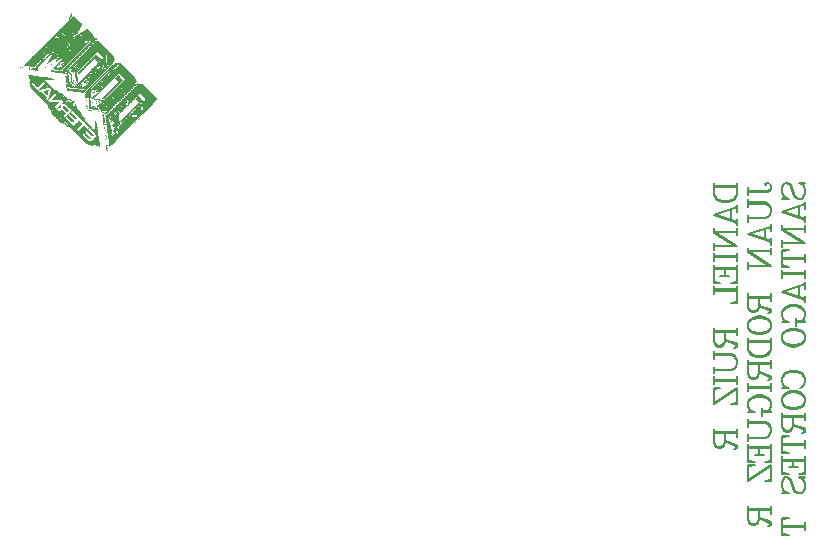
<source format=gbr>
%TF.GenerationSoftware,Altium Limited,Altium Designer,23.11.1 (41)*%
G04 Layer_Color=32896*
%FSLAX45Y45*%
%MOMM*%
%TF.SameCoordinates,4C9A1514-A2EE-4944-9187-3C763DF9E9B3*%
%TF.FilePolarity,Positive*%
%TF.FileFunction,Legend,Bot*%
%TF.Part,Single*%
G01*
G75*
%TA.AperFunction,NonConductor*%
%ADD28C,0.20000*%
G36*
X3067360Y-7262563D02*
X3065867Y-7264055D01*
X3067360Y-7265548D01*
X3065867Y-7267041D01*
X3064375Y-7268534D01*
X3065867Y-7270026D01*
X3064375Y-7271519D01*
X3062882Y-7273012D01*
X3061389Y-7274505D01*
X3059896Y-7275997D01*
X3061389Y-7277490D01*
X3059896Y-7278983D01*
X3058403Y-7280476D01*
X3056911Y-7281968D01*
X3058404Y-7283461D01*
X3056911Y-7284954D01*
X3055418Y-7286447D01*
X3053925Y-7287940D01*
X3055418Y-7289432D01*
X3053925Y-7290925D01*
X3052432Y-7292418D01*
X3050940Y-7293910D01*
X3052432Y-7295403D01*
X3050940Y-7296896D01*
X3049447Y-7298389D01*
X3047954Y-7299882D01*
X3046461Y-7301375D01*
X3047954Y-7302867D01*
X3046462Y-7304360D01*
X3044969Y-7305853D01*
X3043476Y-7307346D01*
X3041983Y-7308838D01*
X3043476Y-7310331D01*
X3041983Y-7311824D01*
X3040490Y-7313317D01*
X3038997Y-7314809D01*
X3040490Y-7316302D01*
X3038997Y-7317795D01*
X3037505Y-7319288D01*
X3036012Y-7320781D01*
X3034519Y-7322273D01*
X3036012Y-7323766D01*
X3034519Y-7325259D01*
X3033026Y-7326751D01*
X3031534Y-7328244D01*
X3033026Y-7329737D01*
X3031533Y-7331230D01*
X3030041Y-7332722D01*
X3028548Y-7334215D01*
X3027055Y-7335708D01*
X3028548Y-7337201D01*
X3027055Y-7338694D01*
X3025563Y-7340186D01*
X3024070Y-7341679D01*
X3022577Y-7343172D01*
X3024070Y-7344665D01*
X3022577Y-7346158D01*
X3021084Y-7347650D01*
X3019592Y-7349143D01*
X3021084Y-7350636D01*
X3019592Y-7352129D01*
X3021084Y-7353621D01*
X3022577Y-7352129D01*
X3024070Y-7353621D01*
X3025563Y-7352129D01*
X3027055Y-7350636D01*
X3028548Y-7349143D01*
X3027055Y-7347650D01*
X3028548Y-7346158D01*
X3030041Y-7344665D01*
X3031534Y-7343172D01*
X3033026Y-7341679D01*
X3031534Y-7340186D01*
X3033026Y-7338694D01*
X3034519Y-7337201D01*
X3033026Y-7335708D01*
X3034519Y-7334215D01*
X3036012Y-7332722D01*
X3037505Y-7331230D01*
X3036012Y-7329737D01*
X3037505Y-7328244D01*
X3038997Y-7326751D01*
X3040490Y-7325259D01*
X3041983Y-7323766D01*
X3040490Y-7322273D01*
X3041983Y-7320780D01*
X3043476Y-7319288D01*
X3041983Y-7317795D01*
X3043476Y-7316302D01*
X3044969Y-7314809D01*
X3043476Y-7313317D01*
X3044969Y-7311824D01*
X3046462Y-7310331D01*
X3047954Y-7308838D01*
X3049447Y-7307346D01*
X3047954Y-7305853D01*
X3049447Y-7304360D01*
X3050940Y-7302867D01*
X3052432Y-7301375D01*
X3050940Y-7299882D01*
X3052432Y-7298389D01*
X3053925Y-7296896D01*
X3055418Y-7295403D01*
X3056911Y-7293911D01*
X3055418Y-7292418D01*
X3056911Y-7290925D01*
X3058403Y-7289432D01*
X3059896Y-7287940D01*
X3061389Y-7286447D01*
X3059896Y-7284954D01*
X3061389Y-7283461D01*
X3062882Y-7281968D01*
X3064375Y-7280476D01*
X3065867Y-7278983D01*
X3064375Y-7277490D01*
X3065867Y-7275997D01*
X3067360Y-7274505D01*
X3068853Y-7273012D01*
X3070346Y-7271519D01*
X3068853Y-7270026D01*
X3070346Y-7268533D01*
X3071838Y-7267041D01*
X3073331Y-7265548D01*
X3074824Y-7264055D01*
X3077809Y-7267041D01*
X3076317Y-7268534D01*
X3079302Y-7271519D01*
X3077809Y-7273012D01*
X3076317Y-7274505D01*
X3077809Y-7275997D01*
X3076317Y-7277490D01*
X3074824Y-7278983D01*
X3073331Y-7280476D01*
X3074824Y-7281968D01*
X3073331Y-7283461D01*
X3071838Y-7284954D01*
X3070346Y-7286447D01*
X3071838Y-7287940D01*
X3070346Y-7289432D01*
X3068853Y-7290925D01*
X3067360Y-7292418D01*
X3068853Y-7293910D01*
X3067360Y-7295403D01*
X3065867Y-7296896D01*
X3064375Y-7298389D01*
X3065867Y-7299882D01*
X3064375Y-7301375D01*
X3062882Y-7302867D01*
X3061389Y-7304360D01*
X3059896Y-7305853D01*
X3061389Y-7307346D01*
X3059896Y-7308838D01*
X3058404Y-7310331D01*
X3056911Y-7311824D01*
X3058404Y-7313317D01*
X3056911Y-7314809D01*
X3055418Y-7316302D01*
X3053925Y-7317795D01*
X3055418Y-7319288D01*
X3053925Y-7320780D01*
X3052432Y-7322273D01*
X3050940Y-7323766D01*
X3052433Y-7325259D01*
X3050940Y-7326752D01*
X3049447Y-7328244D01*
X3047954Y-7329737D01*
X3049447Y-7331230D01*
X3047954Y-7332723D01*
X3046462Y-7334215D01*
X3044969Y-7335708D01*
X3046461Y-7337201D01*
X3044969Y-7338694D01*
X3043476Y-7340186D01*
X3041983Y-7341679D01*
X3043476Y-7343172D01*
X3041983Y-7344665D01*
X3040490Y-7346158D01*
X3038997Y-7347650D01*
X3040490Y-7349143D01*
X3038997Y-7350636D01*
X3037505Y-7352129D01*
X3036012Y-7353621D01*
X3034519Y-7355114D01*
X3033026Y-7356607D01*
X3031534Y-7358100D01*
X3030041Y-7359592D01*
X3028548Y-7358100D01*
X3027055Y-7359593D01*
X3025563Y-7361085D01*
X3024070Y-7362578D01*
X3021084Y-7359593D01*
X3022577Y-7358100D01*
X3018099Y-7353621D01*
X3016606Y-7355114D01*
X3018099Y-7356607D01*
X3016606Y-7358100D01*
X3015113Y-7359593D01*
X3013620Y-7361085D01*
X3015113Y-7362578D01*
X3013620Y-7364071D01*
X3012128Y-7365564D01*
X3010635Y-7367056D01*
X3012128Y-7368549D01*
X3010635Y-7370042D01*
X3009142Y-7371535D01*
X3007650Y-7373027D01*
X3006157Y-7374520D01*
X3004664Y-7376013D01*
X3003171Y-7377506D01*
X3004664Y-7378998D01*
X3003171Y-7380491D01*
X3001678Y-7381984D01*
X3003171Y-7383477D01*
X3004664Y-7381984D01*
X3006157Y-7380491D01*
X3007650Y-7381984D01*
X3009142Y-7380491D01*
X3010635Y-7378998D01*
X3012128Y-7377506D01*
X3013620Y-7376013D01*
X3015113Y-7377506D01*
X3016606Y-7376013D01*
X3018099Y-7374520D01*
X3019591Y-7373027D01*
X3021084Y-7371535D01*
X3022577Y-7373027D01*
X3024070Y-7371535D01*
X3025563Y-7370042D01*
X3027055Y-7368549D01*
X3028548Y-7367056D01*
X3030041Y-7368549D01*
X3031534Y-7367056D01*
X3033026Y-7365563D01*
X3034519Y-7364071D01*
X3036012Y-7362578D01*
X3037505Y-7364071D01*
X3038997Y-7362578D01*
X3040490Y-7361085D01*
X3041983Y-7359593D01*
X3043476Y-7358100D01*
X3044969Y-7359593D01*
X3046462Y-7358100D01*
X3047954Y-7356607D01*
X3049447Y-7355114D01*
X3050940Y-7353621D01*
X3052432Y-7355114D01*
X3053925Y-7353621D01*
X3055418Y-7352129D01*
X3056911Y-7350636D01*
X3058404Y-7352129D01*
X3059896Y-7350636D01*
X3061389Y-7349143D01*
X3062882Y-7347650D01*
X3064375Y-7346158D01*
X3065867Y-7347650D01*
X3067360Y-7346158D01*
X3068853Y-7344665D01*
X3070346Y-7343172D01*
X3071838Y-7344665D01*
X3073331Y-7343172D01*
X3074824Y-7341679D01*
X3076317Y-7340186D01*
X3077809Y-7338694D01*
X3079302Y-7340186D01*
X3080795Y-7338694D01*
X3082288Y-7337201D01*
X3083781Y-7335708D01*
X3085273Y-7334215D01*
X3086766Y-7335708D01*
X3088259Y-7334215D01*
X3089752Y-7332722D01*
X3091244Y-7331230D01*
X3092737Y-7329737D01*
X3094230Y-7331230D01*
X3095723Y-7329737D01*
X3097215Y-7328244D01*
X3098708Y-7326751D01*
X3100201Y-7325259D01*
X3101694Y-7326751D01*
X3103187Y-7325259D01*
X3104679Y-7323766D01*
X3106172Y-7322273D01*
X3107665Y-7323766D01*
X3109157Y-7322273D01*
X3110650Y-7320780D01*
X3112143Y-7319288D01*
X3113636Y-7317795D01*
X3115129Y-7319288D01*
X3116621Y-7317795D01*
X3118114Y-7316302D01*
X3122593Y-7320780D01*
X3124085Y-7319288D01*
X3171854Y-7367056D01*
X3170361Y-7368549D01*
X3183796Y-7381984D01*
X3182303Y-7383477D01*
X3180811Y-7381984D01*
X3179318Y-7383476D01*
X3177825Y-7384969D01*
X3176332Y-7386462D01*
X3174839Y-7387955D01*
X3173346Y-7389448D01*
X3171854Y-7390941D01*
X3170361Y-7392433D01*
X3168868Y-7393926D01*
X3167375Y-7395419D01*
X3165883Y-7396912D01*
X3164390Y-7395419D01*
X3162897Y-7396912D01*
X3161404Y-7398405D01*
X3162897Y-7399897D01*
X3161404Y-7401390D01*
X3159912Y-7402883D01*
X3158419Y-7404375D01*
X3156926Y-7402883D01*
X3155433Y-7404375D01*
X3153941Y-7405868D01*
X3152448Y-7407361D01*
X3150955Y-7408854D01*
X3153941Y-7411839D01*
X3155433Y-7410347D01*
X3156926Y-7411839D01*
X3158419Y-7410346D01*
X3159912Y-7408854D01*
X3161404Y-7407361D01*
X3162897Y-7405868D01*
X3164390Y-7404375D01*
X3165883Y-7402883D01*
X3167376Y-7401390D01*
X3168868Y-7399897D01*
X3170361Y-7398405D01*
X3171854Y-7396912D01*
X3173346Y-7395419D01*
X3174839Y-7393926D01*
X3176332Y-7392433D01*
X3177825Y-7390941D01*
X3179318Y-7392434D01*
X3180811Y-7390941D01*
X3182303Y-7392433D01*
X3183796Y-7390941D01*
X3185289Y-7392433D01*
X3186782Y-7390941D01*
X3188274Y-7389448D01*
X3189767Y-7390941D01*
X3191260Y-7389448D01*
X3192753Y-7390941D01*
X3194245Y-7389448D01*
X3192753Y-7387955D01*
X3191260Y-7389448D01*
X3189767Y-7387955D01*
X3191260Y-7386462D01*
X3192753Y-7384970D01*
X3194245Y-7386462D01*
X3195738Y-7384969D01*
X3197231Y-7386462D01*
X3195738Y-7387955D01*
X3194245Y-7389448D01*
X3195738Y-7390941D01*
X3197231Y-7389448D01*
X3198724Y-7390941D01*
X3200217Y-7389448D01*
X3203202Y-7392433D01*
X3201709Y-7393926D01*
X3200217Y-7395419D01*
X3201709Y-7396912D01*
X3200217Y-7398404D01*
X3198724Y-7399897D01*
X3200216Y-7401390D01*
X3198724Y-7402883D01*
X3197231Y-7404375D01*
X3198724Y-7405868D01*
X3197231Y-7407361D01*
X3195738Y-7408854D01*
X3194245Y-7410347D01*
X3192753Y-7411839D01*
X3191260Y-7410346D01*
X3189767Y-7411839D01*
X3188274Y-7413332D01*
X3186781Y-7414825D01*
X3185289Y-7416318D01*
X3183796Y-7417810D01*
X3182303Y-7419303D01*
X3180811Y-7420796D01*
X3179318Y-7422288D01*
X3177825Y-7423781D01*
X3176332Y-7425274D01*
X3174839Y-7426767D01*
X3173346Y-7428260D01*
X3171854Y-7429752D01*
X3170361Y-7431245D01*
X3168868Y-7432738D01*
X3167376Y-7434231D01*
X3165883Y-7435724D01*
X3164390Y-7437216D01*
X3162897Y-7438709D01*
X3161404Y-7440202D01*
X3159912Y-7441695D01*
X3158419Y-7443187D01*
X3156926Y-7444680D01*
X3155433Y-7446173D01*
X3153941Y-7447666D01*
X3152448Y-7449158D01*
X3150955Y-7450651D01*
X3149462Y-7452144D01*
X3147969Y-7453637D01*
X3146477Y-7455130D01*
X3150955Y-7459608D01*
X3152448Y-7458115D01*
X3153941Y-7456622D01*
X3155433Y-7455130D01*
X3156926Y-7453637D01*
X3158419Y-7452144D01*
X3159912Y-7450651D01*
X3161405Y-7449159D01*
X3162897Y-7447666D01*
X3164390Y-7446173D01*
X3165883Y-7444680D01*
X3167376Y-7443188D01*
X3168868Y-7441695D01*
X3170361Y-7440202D01*
X3171854Y-7438709D01*
X3173347Y-7437217D01*
X3174839Y-7435724D01*
X3176332Y-7434231D01*
X3177825Y-7432738D01*
X3179318Y-7431245D01*
X3180811Y-7429752D01*
X3182303Y-7428260D01*
X3183796Y-7426767D01*
X3185289Y-7425274D01*
X3186782Y-7423782D01*
X3188274Y-7422289D01*
X3189767Y-7420796D01*
X3191260Y-7419303D01*
X3192753Y-7420796D01*
X3194245Y-7419303D01*
X3195738Y-7417810D01*
X3197231Y-7419303D01*
X3198724Y-7417810D01*
X3201709Y-7420796D01*
X3203202Y-7419303D01*
X3204695Y-7420796D01*
X3206187Y-7419303D01*
X3209173Y-7422289D01*
X3210666Y-7420796D01*
X3212159Y-7422289D01*
X3213651Y-7420796D01*
X3215144Y-7422288D01*
X3216637Y-7420796D01*
X3219622Y-7423781D01*
X3221115Y-7422289D01*
X3222608Y-7423781D01*
X3224101Y-7422288D01*
X3227086Y-7425274D01*
X3228579Y-7423781D01*
X3346508Y-7541710D01*
X3345015Y-7543203D01*
X3346508Y-7544696D01*
X3345015Y-7546188D01*
X3346508Y-7547681D01*
X3345015Y-7549174D01*
X3346508Y-7550667D01*
X3345015Y-7552159D01*
X3346508Y-7553652D01*
X3345015Y-7555145D01*
X3346508Y-7556638D01*
X3345015Y-7558131D01*
X3346508Y-7559623D01*
X3345015Y-7561116D01*
X3346508Y-7562609D01*
X3345015Y-7564102D01*
X3348000Y-7567087D01*
X3346508Y-7568580D01*
X3345015Y-7570073D01*
X3346508Y-7571566D01*
X3345015Y-7573059D01*
X3343522Y-7574551D01*
X3342029Y-7576044D01*
X3340537Y-7577537D01*
X3339044Y-7579029D01*
X3337551Y-7580522D01*
X3336058Y-7582015D01*
X3334566Y-7583508D01*
X3333073Y-7582015D01*
X3331580Y-7583508D01*
X3330087Y-7585000D01*
X3331580Y-7586493D01*
X3330087Y-7587986D01*
X3328595Y-7589479D01*
X3327102Y-7590972D01*
X3325609Y-7592464D01*
X3324116Y-7593957D01*
X3322623Y-7592464D01*
X3321131Y-7593957D01*
X3319638Y-7595450D01*
X3321131Y-7596943D01*
X3319638Y-7598435D01*
X3318145Y-7599928D01*
X3321131Y-7602914D01*
X3322623Y-7601421D01*
X3324116Y-7599928D01*
X3325609Y-7598435D01*
X3327102Y-7596942D01*
X3328595Y-7595450D01*
X3330087Y-7593957D01*
X3331580Y-7592464D01*
X3333073Y-7590971D01*
X3334566Y-7589479D01*
X3336058Y-7587986D01*
X3337551Y-7586493D01*
X3339044Y-7585000D01*
X3340537Y-7583508D01*
X3342029Y-7582015D01*
X3343522Y-7580522D01*
X3345015Y-7579029D01*
X3346508Y-7577537D01*
X3348000Y-7576044D01*
X3349493Y-7574551D01*
X3350986Y-7573058D01*
X3352479Y-7574551D01*
X3350986Y-7576044D01*
X3352479Y-7577537D01*
X3350986Y-7579029D01*
X3349493Y-7580522D01*
X3348000Y-7582015D01*
X3349493Y-7583508D01*
X3348000Y-7585001D01*
X3346508Y-7586493D01*
X3345015Y-7587986D01*
X3346508Y-7589479D01*
X3345015Y-7590972D01*
X3343522Y-7592464D01*
X3342029Y-7593957D01*
X3343522Y-7595450D01*
X3342029Y-7596942D01*
X3340537Y-7598435D01*
X3339044Y-7599928D01*
X3337551Y-7601421D01*
X3339044Y-7602914D01*
X3337551Y-7604406D01*
X3336058Y-7605899D01*
X3334566Y-7607392D01*
X3336058Y-7608885D01*
X3334566Y-7610377D01*
X3333073Y-7611870D01*
X3331580Y-7613363D01*
X3330087Y-7614856D01*
X3331580Y-7616348D01*
X3330087Y-7617841D01*
X3328594Y-7619334D01*
X3327102Y-7620827D01*
X3325609Y-7622320D01*
X3324116Y-7623812D01*
X3322623Y-7625305D01*
X3321131Y-7626798D01*
X3319638Y-7628291D01*
X3318145Y-7629783D01*
X3316652Y-7631276D01*
X3315159Y-7632769D01*
X3313667Y-7634262D01*
X3312174Y-7635754D01*
X3310681Y-7637247D01*
X3309188Y-7638740D01*
X3307696Y-7640233D01*
X3306203Y-7641725D01*
X3304710Y-7643218D01*
X3303217Y-7644711D01*
X3301724Y-7646204D01*
X3300232Y-7647697D01*
X3298739Y-7649189D01*
X3297246Y-7650682D01*
X3295754Y-7652175D01*
X3294261Y-7653668D01*
X3292768Y-7655160D01*
X3291275Y-7656653D01*
X3289782Y-7658146D01*
X3288290Y-7659639D01*
X3286797Y-7661131D01*
X3285304Y-7662624D01*
X3283811Y-7664117D01*
X3282319Y-7665610D01*
X3280826Y-7667103D01*
X3279333Y-7668595D01*
X3277840Y-7670088D01*
X3276348Y-7671581D01*
X3274855Y-7673074D01*
X3273362Y-7674566D01*
X3271869Y-7676059D01*
X3270376Y-7677552D01*
X3268884Y-7679045D01*
X3267391Y-7680538D01*
X3265898Y-7682030D01*
X3264405Y-7683523D01*
X3262912Y-7685016D01*
X3261420Y-7686508D01*
X3259927Y-7688001D01*
X3258434Y-7689494D01*
X3256942Y-7690987D01*
X3255449Y-7692480D01*
X3253956Y-7693972D01*
X3252463Y-7695465D01*
X3250970Y-7696958D01*
X3249478Y-7698451D01*
X3247985Y-7699943D01*
X3246492Y-7701436D01*
X3244999Y-7702929D01*
X3243507Y-7704421D01*
X3242014Y-7705914D01*
X3240521Y-7707407D01*
X3239028Y-7708900D01*
X3237535Y-7710393D01*
X3236043Y-7711886D01*
X3234550Y-7713378D01*
X3233057Y-7714871D01*
X3231565Y-7716364D01*
X3230072Y-7717857D01*
X3228579Y-7719350D01*
X3227086Y-7720842D01*
X3225593Y-7722335D01*
X3224100Y-7723828D01*
X3222608Y-7725320D01*
X3221115Y-7726813D01*
X3219622Y-7728306D01*
X3218130Y-7729799D01*
X3216637Y-7731292D01*
X3215144Y-7732784D01*
X3213651Y-7734277D01*
X3212158Y-7735770D01*
X3210666Y-7737263D01*
X3209173Y-7738755D01*
X3207680Y-7740248D01*
X3206187Y-7741741D01*
X3204695Y-7743234D01*
X3203202Y-7744726D01*
X3201709Y-7746219D01*
X3200216Y-7747712D01*
X3198724Y-7749205D01*
X3197231Y-7750697D01*
X3195738Y-7752190D01*
X3194245Y-7753683D01*
X3192753Y-7755176D01*
X3191260Y-7756669D01*
X3189767Y-7758162D01*
X3188274Y-7759654D01*
X3186782Y-7761147D01*
X3185289Y-7762640D01*
X3183796Y-7764132D01*
X3182303Y-7765625D01*
X3180811Y-7767118D01*
X3179318Y-7768611D01*
X3177825Y-7770104D01*
X3176332Y-7771596D01*
X3174839Y-7773089D01*
X3173346Y-7774582D01*
X3171854Y-7776075D01*
X3170361Y-7777567D01*
X3168868Y-7779060D01*
X3167375Y-7780553D01*
X3165883Y-7782046D01*
X3164390Y-7783538D01*
X3162897Y-7785031D01*
X3161404Y-7786524D01*
X3159912Y-7788017D01*
X3158419Y-7789509D01*
X3156926Y-7791002D01*
X3155433Y-7792495D01*
X3153941Y-7793988D01*
X3152448Y-7795480D01*
X3150955Y-7796973D01*
X3149462Y-7798466D01*
X3147970Y-7799959D01*
X3146477Y-7801452D01*
X3144984Y-7802944D01*
X3143491Y-7804437D01*
X3141999Y-7805930D01*
X3140506Y-7807423D01*
X3139013Y-7808916D01*
X3137520Y-7810408D01*
X3136027Y-7811901D01*
X3134534Y-7813394D01*
X3133042Y-7814887D01*
X3131549Y-7816379D01*
X3130056Y-7817872D01*
X3128563Y-7819365D01*
X3127071Y-7820858D01*
X3125578Y-7822350D01*
X3124085Y-7823843D01*
X3122592Y-7825336D01*
X3121100Y-7826829D01*
X3119607Y-7828321D01*
X3118114Y-7829814D01*
X3116621Y-7831307D01*
X3115129Y-7832800D01*
X3113636Y-7834292D01*
X3112143Y-7835785D01*
X3110650Y-7837278D01*
X3109158Y-7838771D01*
X3107665Y-7840263D01*
X3106172Y-7841756D01*
X3104679Y-7843249D01*
X3103187Y-7844742D01*
X3101694Y-7846235D01*
X3100201Y-7847728D01*
X3098708Y-7849220D01*
X3097215Y-7850713D01*
X3095723Y-7852206D01*
X3094230Y-7853699D01*
X3095723Y-7855192D01*
X3094230Y-7856684D01*
X3092737Y-7855191D01*
X3091244Y-7856684D01*
X3089752Y-7855191D01*
X3088259Y-7856684D01*
X3085273Y-7853699D01*
X3083780Y-7855191D01*
X3082288Y-7853699D01*
X3080795Y-7855191D01*
X3079302Y-7853699D01*
X3077809Y-7855192D01*
X3074824Y-7852206D01*
X3073331Y-7853699D01*
X3071838Y-7852206D01*
X3070346Y-7853698D01*
X3068853Y-7852206D01*
X3067360Y-7853699D01*
X3064375Y-7850713D01*
X3062882Y-7852206D01*
X3061389Y-7850713D01*
X3059896Y-7852206D01*
X3056911Y-7849220D01*
X3055418Y-7850713D01*
X3053925Y-7849220D01*
X3052433Y-7850713D01*
X3050940Y-7849220D01*
X3049447Y-7850713D01*
X3047954Y-7849220D01*
X3046461Y-7850713D01*
X3043476Y-7847728D01*
X3041983Y-7849220D01*
X3040490Y-7847728D01*
X3038997Y-7849220D01*
X3037505Y-7847728D01*
X3036012Y-7849220D01*
X3033026Y-7846235D01*
X3031533Y-7847728D01*
X3030041Y-7846235D01*
X3028548Y-7847728D01*
X3027055Y-7846235D01*
X3025563Y-7847728D01*
X3022577Y-7844742D01*
X3021084Y-7846235D01*
X3019592Y-7844742D01*
X3018099Y-7846235D01*
X3016606Y-7844742D01*
X3015113Y-7846235D01*
X3012128Y-7843249D01*
X3010635Y-7844742D01*
X3009142Y-7843249D01*
X3007649Y-7844742D01*
X3006157Y-7843249D01*
X3004664Y-7844742D01*
X3001678Y-7841756D01*
X3000186Y-7843249D01*
X2995707Y-7838771D01*
X2994214Y-7840264D01*
X2991229Y-7837278D01*
X2989736Y-7838771D01*
X2988243Y-7840263D01*
X2985258Y-7837278D01*
X2983765Y-7838771D01*
X2982272Y-7840263D01*
X2980780Y-7838771D01*
X2979287Y-7840263D01*
X2977794Y-7838771D01*
X2976301Y-7840263D01*
X2974809Y-7838771D01*
X2973316Y-7840264D01*
X2970330Y-7837278D01*
X2971823Y-7835785D01*
X2968837Y-7832800D01*
X2967345Y-7834293D01*
X2968837Y-7835785D01*
X2967345Y-7837278D01*
X2965852Y-7838771D01*
X2962866Y-7835785D01*
X2961374Y-7837278D01*
X2959881Y-7835785D01*
X2958388Y-7837278D01*
X2956895Y-7835785D01*
X2955402Y-7837278D01*
X2953910Y-7835785D01*
X2952417Y-7837278D01*
X2949431Y-7834293D01*
X2947939Y-7835785D01*
X2946446Y-7834293D01*
X2947939Y-7832800D01*
X2944953Y-7829814D01*
X2946446Y-7828322D01*
X2944953Y-7826829D01*
X2946446Y-7825336D01*
X2943460Y-7822350D01*
X2944953Y-7820858D01*
X2943460Y-7819365D01*
X2944953Y-7817872D01*
X2943460Y-7816379D01*
X2944953Y-7814887D01*
X2943460Y-7813394D01*
X2944953Y-7811901D01*
X2941967Y-7808916D01*
X2943460Y-7807423D01*
X2941967Y-7805930D01*
X2943460Y-7804437D01*
X2941968Y-7802944D01*
X2943460Y-7801452D01*
X2941968Y-7799959D01*
X2943460Y-7798466D01*
X2941967Y-7796973D01*
X2943460Y-7795480D01*
X2940475Y-7792495D01*
X2941968Y-7791002D01*
X2940475Y-7789509D01*
X2941967Y-7788017D01*
X2940475Y-7786524D01*
X2941968Y-7785031D01*
X2938982Y-7782046D01*
X2940475Y-7780553D01*
X2941967Y-7779060D01*
X2938982Y-7776075D01*
X2940475Y-7774582D01*
X2938982Y-7773089D01*
X2940475Y-7771596D01*
X2938982Y-7770104D01*
X2940475Y-7768611D01*
X2937489Y-7765625D01*
X2938982Y-7764133D01*
X2937489Y-7762640D01*
X2938982Y-7761147D01*
X2937489Y-7759654D01*
X2938982Y-7758162D01*
X2937489Y-7756669D01*
X2938982Y-7755176D01*
X2935997Y-7752190D01*
X2937489Y-7750698D01*
X2935996Y-7749205D01*
X2937489Y-7747712D01*
X2935997Y-7746219D01*
X2937489Y-7744727D01*
X2935996Y-7743234D01*
X2937489Y-7741741D01*
X2935996Y-7740248D01*
X2937489Y-7738755D01*
X2934504Y-7735770D01*
X2935997Y-7734277D01*
X2934504Y-7732784D01*
X2935997Y-7731292D01*
X2934504Y-7729799D01*
X2935997Y-7728306D01*
X2934504Y-7726813D01*
X2935997Y-7725320D01*
X2934504Y-7723828D01*
X2935997Y-7722335D01*
X2933011Y-7719350D01*
X2934504Y-7717857D01*
X2933011Y-7716364D01*
X2934504Y-7714871D01*
X2933011Y-7713378D01*
X2934504Y-7711886D01*
X2933011Y-7710393D01*
X2934504Y-7708900D01*
X2937489Y-7711886D01*
X2935997Y-7713379D01*
X2937489Y-7714871D01*
X2935997Y-7716364D01*
X2937489Y-7717857D01*
X2935997Y-7719350D01*
X2938982Y-7722335D01*
X2937489Y-7723828D01*
X2938982Y-7725321D01*
X2937489Y-7726813D01*
X2938982Y-7728306D01*
X2937489Y-7729799D01*
X2940475Y-7732784D01*
X2938982Y-7734277D01*
X2940475Y-7735770D01*
X2938982Y-7737263D01*
X2940475Y-7738755D01*
X2938982Y-7740248D01*
X2940475Y-7741741D01*
X2938982Y-7743234D01*
X2941967Y-7746219D01*
X2940475Y-7747712D01*
X2941967Y-7749205D01*
X2940475Y-7750697D01*
X2941967Y-7752190D01*
X2940475Y-7753683D01*
X2943460Y-7756669D01*
X2941968Y-7758162D01*
X2943460Y-7759654D01*
X2941968Y-7761147D01*
X2944953Y-7764133D01*
X2943460Y-7765626D01*
X2944953Y-7767118D01*
X2943460Y-7768611D01*
X2944953Y-7770104D01*
X2943460Y-7771596D01*
X2944953Y-7773089D01*
X2943460Y-7774582D01*
X2946446Y-7777567D01*
X2944953Y-7779060D01*
X2946446Y-7780553D01*
X2944953Y-7782046D01*
X2946446Y-7783539D01*
X2944953Y-7785031D01*
X2947939Y-7788017D01*
X2946446Y-7789509D01*
X2947939Y-7791002D01*
X2946446Y-7792495D01*
X2947939Y-7793988D01*
X2946446Y-7795481D01*
X2947939Y-7796973D01*
X2946446Y-7798466D01*
X2949431Y-7801452D01*
X2947939Y-7802945D01*
X2949431Y-7804437D01*
X2947939Y-7805930D01*
X2950924Y-7808916D01*
X2949431Y-7810408D01*
X2950925Y-7811901D01*
X2949431Y-7813394D01*
X2950924Y-7814887D01*
X2949431Y-7816380D01*
X2950924Y-7817872D01*
X2952417Y-7816379D01*
X2953910Y-7817872D01*
X2955403Y-7816379D01*
X2956896Y-7817872D01*
X2955403Y-7819365D01*
X2958388Y-7822350D01*
X2956895Y-7823843D01*
X2959881Y-7826829D01*
X2961374Y-7825336D01*
X2959881Y-7823843D01*
X2961374Y-7822350D01*
X2962866Y-7820858D01*
X2961374Y-7819365D01*
X2962866Y-7817872D01*
X2964359Y-7819365D01*
X2965852Y-7817872D01*
X2968838Y-7820858D01*
X2970330Y-7819365D01*
X2971823Y-7820858D01*
X2973316Y-7819365D01*
X2974809Y-7820858D01*
X2976301Y-7819365D01*
X2977794Y-7820858D01*
X2979287Y-7819365D01*
X2980779Y-7820858D01*
X2982272Y-7819365D01*
X2983765Y-7820858D01*
X2985258Y-7819365D01*
X2988243Y-7822350D01*
X2989736Y-7820858D01*
X2991229Y-7822350D01*
X2992722Y-7820858D01*
X2994214Y-7822350D01*
X2995707Y-7820858D01*
X2997200Y-7822350D01*
X2998693Y-7820858D01*
X3000186Y-7822350D01*
X3001678Y-7820858D01*
X3004664Y-7823843D01*
X3006157Y-7822350D01*
X3007650Y-7823843D01*
X3009142Y-7822351D01*
X3010635Y-7823843D01*
X3012128Y-7822350D01*
X3015113Y-7825336D01*
X3016606Y-7823843D01*
X3018099Y-7825336D01*
X3019591Y-7823843D01*
X3021084Y-7825336D01*
X3022577Y-7823843D01*
X3024070Y-7825336D01*
X3025563Y-7823843D01*
X3027055Y-7825336D01*
X3028548Y-7823843D01*
X3031534Y-7826829D01*
X3033026Y-7825336D01*
X3034519Y-7826829D01*
X3036012Y-7825336D01*
X3037505Y-7826829D01*
X3038997Y-7825336D01*
X3040490Y-7826829D01*
X3041983Y-7825336D01*
X3044969Y-7828321D01*
X3046462Y-7826829D01*
X3047954Y-7828321D01*
X3049447Y-7826829D01*
X3050940Y-7828321D01*
X3052432Y-7826829D01*
X3055418Y-7829814D01*
X3056911Y-7828321D01*
X3058404Y-7829814D01*
X3059896Y-7828322D01*
X3061389Y-7829814D01*
X3062882Y-7828321D01*
X3064375Y-7829814D01*
X3065867Y-7828322D01*
X3067360Y-7829814D01*
X3068853Y-7828322D01*
X3070346Y-7829814D01*
X3071839Y-7828322D01*
X3074824Y-7831307D01*
X3076317Y-7829814D01*
X3077809Y-7831307D01*
X3079302Y-7829814D01*
X3080795Y-7831307D01*
X3082288Y-7829814D01*
X3083780Y-7831307D01*
X3085273Y-7829814D01*
X3088259Y-7832800D01*
X3089752Y-7831307D01*
X3091244Y-7832800D01*
X3092737Y-7831307D01*
X3094230Y-7832800D01*
X3095723Y-7831307D01*
X3097216Y-7829814D01*
X3095723Y-7828321D01*
X3097216Y-7826829D01*
X3098708Y-7825336D01*
X3100201Y-7823843D01*
X3101694Y-7822350D01*
X3103187Y-7820858D01*
X3104679Y-7819365D01*
X3106172Y-7817872D01*
X3107665Y-7816379D01*
X3109158Y-7814887D01*
X3110650Y-7813394D01*
X3112143Y-7811901D01*
X3113636Y-7810408D01*
X3115129Y-7808916D01*
X3116621Y-7807423D01*
X3118114Y-7805930D01*
X3119607Y-7804437D01*
X3121100Y-7802945D01*
X3122592Y-7801452D01*
X3124085Y-7799959D01*
X3125578Y-7798466D01*
X3127071Y-7796973D01*
X3128564Y-7795480D01*
X3130056Y-7793988D01*
X3131549Y-7792495D01*
X3133042Y-7791002D01*
X3134534Y-7789509D01*
X3136028Y-7788017D01*
X3137520Y-7786524D01*
X3139013Y-7785031D01*
X3140506Y-7783538D01*
X3141999Y-7782046D01*
X3143491Y-7780553D01*
X3144984Y-7779060D01*
X3146477Y-7777567D01*
X3147970Y-7776075D01*
X3149462Y-7774582D01*
X3150955Y-7773089D01*
X3152448Y-7771596D01*
X3153941Y-7770104D01*
X3155433Y-7768611D01*
X3156926Y-7767118D01*
X3158419Y-7765625D01*
X3159912Y-7764133D01*
X3161404Y-7762640D01*
X3162897Y-7761147D01*
X3164390Y-7759654D01*
X3165883Y-7758162D01*
X3167376Y-7756669D01*
X3168868Y-7755176D01*
X3170361Y-7753683D01*
X3171854Y-7752190D01*
X3173346Y-7750697D01*
X3174839Y-7749205D01*
X3176332Y-7747712D01*
X3177825Y-7746219D01*
X3179318Y-7744726D01*
X3180811Y-7743234D01*
X3182303Y-7741741D01*
X3183796Y-7740248D01*
X3185289Y-7738755D01*
X3186782Y-7737263D01*
X3188274Y-7735770D01*
X3189767Y-7734277D01*
X3191260Y-7732784D01*
X3192753Y-7731292D01*
X3194245Y-7729799D01*
X3195738Y-7728306D01*
X3197231Y-7726813D01*
X3198724Y-7725320D01*
X3200216Y-7723828D01*
X3201709Y-7722335D01*
X3203202Y-7720842D01*
X3204695Y-7719350D01*
X3206187Y-7717857D01*
X3207680Y-7716364D01*
X3209173Y-7714871D01*
X3210666Y-7713378D01*
X3212158Y-7711886D01*
X3213651Y-7710393D01*
X3215144Y-7708900D01*
X3216637Y-7707407D01*
X3218130Y-7705914D01*
X3219622Y-7704422D01*
X3221115Y-7702929D01*
X3222608Y-7701436D01*
X3224100Y-7699943D01*
X3225593Y-7698451D01*
X3227086Y-7696958D01*
X3228579Y-7695465D01*
X3230072Y-7693972D01*
X3231565Y-7692479D01*
X3233057Y-7690987D01*
X3234550Y-7689494D01*
X3236043Y-7688001D01*
X3237536Y-7686508D01*
X3239028Y-7685016D01*
X3240521Y-7683523D01*
X3242014Y-7682030D01*
X3243507Y-7680538D01*
X3244999Y-7679045D01*
X3246492Y-7677552D01*
X3247985Y-7676059D01*
X3249478Y-7674566D01*
X3250970Y-7673074D01*
X3252463Y-7671581D01*
X3253956Y-7670088D01*
X3255449Y-7668595D01*
X3256942Y-7667103D01*
X3258434Y-7665610D01*
X3259927Y-7664117D01*
X3261420Y-7662624D01*
X3262913Y-7661131D01*
X3264405Y-7659639D01*
X3265898Y-7658146D01*
X3267391Y-7656653D01*
X3268884Y-7655160D01*
X3270376Y-7653668D01*
X3271869Y-7652175D01*
X3273362Y-7650682D01*
X3274855Y-7649189D01*
X3276348Y-7647697D01*
X3277840Y-7646204D01*
X3279333Y-7644711D01*
X3280826Y-7643218D01*
X3282319Y-7641726D01*
X3283811Y-7640233D01*
X3285304Y-7638740D01*
X3286797Y-7637247D01*
X3288290Y-7635754D01*
X3289782Y-7634262D01*
X3291275Y-7632769D01*
X3292768Y-7631276D01*
X3294261Y-7629783D01*
X3295754Y-7628291D01*
X3297246Y-7626798D01*
X3298739Y-7625305D01*
X3300232Y-7623812D01*
X3301725Y-7622320D01*
X3303217Y-7620827D01*
X3304710Y-7619334D01*
X3306203Y-7617841D01*
X3307696Y-7616348D01*
X3309188Y-7614856D01*
X3310681Y-7613363D01*
X3312174Y-7611870D01*
X3313667Y-7610377D01*
X3315159Y-7608885D01*
X3316652Y-7607392D01*
X3315159Y-7605899D01*
X3316652Y-7604406D01*
X3315160Y-7602914D01*
X3313667Y-7604406D01*
X3312174Y-7605899D01*
X3310681Y-7607392D01*
X3309188Y-7608885D01*
X3307696Y-7610377D01*
X3306203Y-7608885D01*
X3304710Y-7610377D01*
X3303217Y-7611870D01*
X3301725Y-7613363D01*
X3300232Y-7614856D01*
X3298739Y-7616348D01*
X3297246Y-7617841D01*
X3295754Y-7619334D01*
X3294261Y-7620827D01*
X3292768Y-7622320D01*
X3291275Y-7623812D01*
X3289783Y-7625305D01*
X3288290Y-7626798D01*
X3286797Y-7628291D01*
X3285304Y-7629784D01*
X3283811Y-7631276D01*
X3282319Y-7632769D01*
X3280826Y-7634262D01*
X3279333Y-7635754D01*
X3277840Y-7637247D01*
X3276348Y-7638740D01*
X3274855Y-7640233D01*
X3273362Y-7641726D01*
X3271869Y-7643218D01*
X3270376Y-7644711D01*
X3268884Y-7646204D01*
X3267391Y-7647697D01*
X3265898Y-7649189D01*
X3264405Y-7650682D01*
X3262913Y-7652175D01*
X3261420Y-7653668D01*
X3259927Y-7655160D01*
X3258434Y-7656653D01*
X3256942Y-7658146D01*
X3255449Y-7659639D01*
X3253956Y-7661131D01*
X3255449Y-7662625D01*
X3253956Y-7664117D01*
X3252463Y-7665610D01*
X3250971Y-7667103D01*
X3249478Y-7668595D01*
X3247985Y-7670088D01*
X3246492Y-7671581D01*
X3244999Y-7673074D01*
X3243507Y-7674567D01*
X3242014Y-7676059D01*
X3240521Y-7677552D01*
X3239029Y-7679045D01*
X3237536Y-7680538D01*
X3236043Y-7682030D01*
X3234550Y-7683523D01*
X3233058Y-7685016D01*
X3231565Y-7686509D01*
X3230072Y-7688001D01*
X3228579Y-7689494D01*
X3227086Y-7690987D01*
X3225594Y-7692480D01*
X3224101Y-7693972D01*
X3222608Y-7695465D01*
X3221115Y-7696958D01*
X3219622Y-7698451D01*
X3218130Y-7699944D01*
X3216637Y-7701436D01*
X3215144Y-7702929D01*
X3213651Y-7704422D01*
X3212159Y-7705915D01*
X3210666Y-7707407D01*
X3209173Y-7708900D01*
X3207680Y-7710393D01*
X3206188Y-7711886D01*
X3204695Y-7713379D01*
X3203202Y-7714871D01*
X3201709Y-7716364D01*
X3200217Y-7717857D01*
X3198724Y-7719350D01*
X3197231Y-7720842D01*
X3195738Y-7722335D01*
X3194246Y-7723828D01*
X3192753Y-7725321D01*
X3191260Y-7726813D01*
X3189767Y-7728306D01*
X3188274Y-7729799D01*
X3186782Y-7731292D01*
X3185289Y-7732784D01*
X3183796Y-7734277D01*
X3182303Y-7735770D01*
X3180811Y-7737263D01*
X3179318Y-7738756D01*
X3177825Y-7740248D01*
X3176332Y-7741741D01*
X3174839Y-7743234D01*
X3173347Y-7744727D01*
X3171854Y-7746219D01*
X3170361Y-7747712D01*
X3168868Y-7749205D01*
X3167376Y-7750697D01*
X3165883Y-7752190D01*
X3164390Y-7753683D01*
X3162897Y-7755176D01*
X3161405Y-7756669D01*
X3159912Y-7758162D01*
X3158419Y-7759654D01*
X3156926Y-7761147D01*
X3155433Y-7762640D01*
X3153941Y-7764133D01*
X3152448Y-7765626D01*
X3150955Y-7767118D01*
X3149463Y-7768611D01*
X3147970Y-7770104D01*
X3146477Y-7771596D01*
X3144984Y-7773089D01*
X3143491Y-7774582D01*
X3141999Y-7776075D01*
X3140506Y-7777568D01*
X3139013Y-7779060D01*
X3137520Y-7780553D01*
X3136028Y-7782046D01*
X3134535Y-7783539D01*
X3133042Y-7785031D01*
X3131549Y-7786524D01*
X3130056Y-7788017D01*
X3128564Y-7789509D01*
X3127071Y-7791002D01*
X3125578Y-7792495D01*
X3124085Y-7793988D01*
X3122593Y-7795481D01*
X3121100Y-7796973D01*
X3119607Y-7798466D01*
X3118114Y-7799959D01*
X3116621Y-7801452D01*
X3115129Y-7802945D01*
X3113636Y-7804437D01*
X3112143Y-7805930D01*
X3110651Y-7807423D01*
X3109158Y-7808916D01*
X3107665Y-7810408D01*
X3106172Y-7811901D01*
X3104679Y-7813394D01*
X3103187Y-7814887D01*
X3101694Y-7816380D01*
X3100201Y-7817872D01*
X3098708Y-7819365D01*
X3097216Y-7820858D01*
X3095723Y-7822350D01*
X3094230Y-7823843D01*
X3092737Y-7822350D01*
X3091244Y-7823843D01*
X3089752Y-7822350D01*
X3088259Y-7823843D01*
X3085273Y-7820858D01*
X3083780Y-7822350D01*
X3082288Y-7820858D01*
X3080795Y-7822350D01*
X3079302Y-7820858D01*
X3077809Y-7822351D01*
X3076317Y-7820858D01*
X3074824Y-7822350D01*
X3073331Y-7820858D01*
X3071839Y-7822350D01*
X3068853Y-7819365D01*
X3067360Y-7820858D01*
X3065867Y-7819365D01*
X3064375Y-7820858D01*
X3062882Y-7819365D01*
X3061389Y-7820858D01*
X3058403Y-7817872D01*
X3056911Y-7819365D01*
X3055418Y-7817872D01*
X3053925Y-7819365D01*
X3052432Y-7817872D01*
X3050940Y-7819365D01*
X3049447Y-7817872D01*
X3047954Y-7819365D01*
X3046462Y-7817872D01*
X3044969Y-7819365D01*
X3041983Y-7816379D01*
X3040490Y-7817872D01*
X3038997Y-7816380D01*
X3037505Y-7817872D01*
X3036012Y-7816379D01*
X3034519Y-7817872D01*
X3031534Y-7814887D01*
X3030041Y-7816379D01*
X3028548Y-7814887D01*
X3027055Y-7816379D01*
X3025563Y-7814887D01*
X3024070Y-7816380D01*
X3022577Y-7814887D01*
X3021084Y-7816379D01*
X3018099Y-7813394D01*
X3016606Y-7814887D01*
X3015113Y-7813394D01*
X3013620Y-7814887D01*
X3012128Y-7813394D01*
X3010635Y-7814887D01*
X3009142Y-7813394D01*
X3007649Y-7814887D01*
X3004664Y-7811901D01*
X3003171Y-7813394D01*
X3001678Y-7811901D01*
X3000186Y-7813394D01*
X2998693Y-7811901D01*
X2997200Y-7813394D01*
X2995707Y-7811901D01*
X2994214Y-7813394D01*
X2991229Y-7810408D01*
X2989736Y-7811901D01*
X2988243Y-7810408D01*
X2986751Y-7811901D01*
X2985258Y-7810408D01*
X2983765Y-7811901D01*
X2982272Y-7810408D01*
X2980779Y-7811901D01*
X2977794Y-7808916D01*
X2976301Y-7810408D01*
X2974809Y-7808916D01*
X2973316Y-7810408D01*
X2971823Y-7808916D01*
X2970330Y-7810408D01*
X2968838Y-7808916D01*
X2967345Y-7810408D01*
X2964359Y-7807423D01*
X2962866Y-7808916D01*
X2961374Y-7807423D01*
X2959881Y-7808916D01*
X2958388Y-7807423D01*
X2959881Y-7805930D01*
X2956895Y-7802945D01*
X2958388Y-7801452D01*
X2956895Y-7799959D01*
X2958388Y-7798466D01*
X2956895Y-7796973D01*
X2958388Y-7795481D01*
X2955402Y-7792495D01*
X2956895Y-7791002D01*
X2955403Y-7789509D01*
X2956895Y-7788017D01*
X2955403Y-7786524D01*
X2956896Y-7785031D01*
X2953910Y-7782046D01*
X2955403Y-7780553D01*
X2953910Y-7779060D01*
X2955403Y-7777568D01*
X2953910Y-7776075D01*
X2955403Y-7774582D01*
X2953910Y-7773089D01*
X2955403Y-7771596D01*
X2953910Y-7770104D01*
X2955402Y-7768611D01*
X2952417Y-7765626D01*
X2953910Y-7764133D01*
X2952417Y-7762640D01*
X2953910Y-7761147D01*
X2952417Y-7759654D01*
X2953910Y-7758162D01*
X2950924Y-7755176D01*
X2952417Y-7753683D01*
X2950924Y-7752190D01*
X2952417Y-7750697D01*
X2950925Y-7749205D01*
X2952417Y-7747712D01*
X2949431Y-7744726D01*
X2950924Y-7743234D01*
X2949431Y-7741741D01*
X2950924Y-7740248D01*
X2949431Y-7738755D01*
X2950924Y-7737263D01*
X2949431Y-7735770D01*
X2950924Y-7734277D01*
X2947939Y-7731291D01*
X2949431Y-7729799D01*
X2947939Y-7728306D01*
X2949431Y-7726813D01*
X2947939Y-7725321D01*
X2949431Y-7723828D01*
X2946446Y-7720842D01*
X2947939Y-7719350D01*
X2946446Y-7717857D01*
X2947939Y-7716364D01*
X2946446Y-7714871D01*
X2947939Y-7713378D01*
X2946446Y-7711886D01*
X2947939Y-7710393D01*
X2944953Y-7707407D01*
X2946446Y-7705915D01*
X2944953Y-7704422D01*
X2946446Y-7702929D01*
X2944953Y-7701436D01*
X2946446Y-7699943D01*
X2943460Y-7696958D01*
X2944953Y-7695465D01*
X2943460Y-7693972D01*
X2944953Y-7692480D01*
X2943460Y-7690987D01*
X2944953Y-7689494D01*
X2943460Y-7688002D01*
X2944953Y-7686509D01*
X2943460Y-7685016D01*
X2944953Y-7683523D01*
X2941967Y-7680538D01*
X2943460Y-7679045D01*
X2941967Y-7677552D01*
X2943460Y-7676059D01*
X2940475Y-7673074D01*
X2941968Y-7671581D01*
X2943460Y-7670088D01*
X2944953Y-7668595D01*
X2946446Y-7667103D01*
X2947939Y-7665610D01*
X2949431Y-7664117D01*
X2950924Y-7662624D01*
X2949431Y-7661131D01*
X2950924Y-7659639D01*
X2949431Y-7658146D01*
X2947939Y-7659639D01*
X2946446Y-7658146D01*
X2944953Y-7659639D01*
X2943460Y-7661131D01*
X2941968Y-7662624D01*
X2940475Y-7664117D01*
X2938982Y-7665610D01*
X2937489Y-7667103D01*
X2935997Y-7665610D01*
X2934504Y-7667103D01*
X2933011Y-7668595D01*
X2934504Y-7670088D01*
X2933011Y-7671581D01*
X2934504Y-7673074D01*
X2933011Y-7674566D01*
X2934504Y-7676059D01*
X2933011Y-7677552D01*
X2934504Y-7679045D01*
X2933011Y-7680538D01*
X2934504Y-7682030D01*
X2933011Y-7683523D01*
X2934504Y-7685016D01*
X2933011Y-7686509D01*
X2935996Y-7689494D01*
X2934504Y-7690987D01*
X2935997Y-7692480D01*
X2934504Y-7693972D01*
X2935997Y-7695465D01*
X2934504Y-7696958D01*
X2935997Y-7698451D01*
X2934504Y-7699943D01*
X2935997Y-7701436D01*
X2934504Y-7702929D01*
X2935997Y-7704422D01*
X2934504Y-7705915D01*
X2931518Y-7702929D01*
X2933011Y-7701436D01*
X2931518Y-7699944D01*
X2933011Y-7698451D01*
X2931518Y-7696958D01*
X2933011Y-7695465D01*
X2931518Y-7693972D01*
X2933011Y-7692480D01*
X2931518Y-7690987D01*
X2933011Y-7689494D01*
X2928533Y-7685016D01*
X2927040Y-7686509D01*
X2925547Y-7688001D01*
X2924054Y-7689494D01*
X2922562Y-7690987D01*
X2921069Y-7692480D01*
X2918083Y-7689494D01*
X2916591Y-7690987D01*
X2915098Y-7689494D01*
X2913605Y-7690987D01*
X2912112Y-7689494D01*
X2910620Y-7690987D01*
X2909127Y-7689494D01*
X2907634Y-7690987D01*
X2904648Y-7688001D01*
X2903155Y-7689494D01*
X2901663Y-7688001D01*
X2900170Y-7689494D01*
X2897185Y-7686508D01*
X2895692Y-7688001D01*
X2894199Y-7686509D01*
X2892706Y-7688001D01*
X2891214Y-7686509D01*
X2889721Y-7688001D01*
X2888228Y-7686508D01*
X2886735Y-7688001D01*
X2885242Y-7686509D01*
X2883750Y-7688002D01*
X2882257Y-7686509D01*
X2880764Y-7688001D01*
X2879271Y-7686509D01*
X2877779Y-7688001D01*
X2874793Y-7685016D01*
X2873300Y-7686509D01*
X2871807Y-7685016D01*
X2870315Y-7686508D01*
X2868822Y-7685016D01*
X2867329Y-7686508D01*
X2864344Y-7683523D01*
X2862851Y-7685016D01*
X2861358Y-7686508D01*
X2858373Y-7683523D01*
X2856880Y-7685016D01*
X2855387Y-7683523D01*
X2853894Y-7685016D01*
X2852401Y-7683523D01*
X2850909Y-7685016D01*
X2847923Y-7682030D01*
X2846430Y-7683523D01*
X2844938Y-7682030D01*
X2843445Y-7683523D01*
X2841952Y-7682030D01*
X2840459Y-7683523D01*
X2838967Y-7682030D01*
X2837474Y-7683523D01*
X2835981Y-7682030D01*
X2834488Y-7683523D01*
X2831503Y-7680538D01*
X2830010Y-7682030D01*
X2828517Y-7680538D01*
X2827025Y-7682030D01*
X2825532Y-7680538D01*
X2824039Y-7682030D01*
X2819561Y-7677552D01*
X2821054Y-7676059D01*
X2819561Y-7674566D01*
X2818068Y-7676059D01*
X2816575Y-7677552D01*
X2815082Y-7679045D01*
X2813589Y-7677552D01*
X2815083Y-7676059D01*
X2813590Y-7674566D01*
X2812097Y-7676059D01*
X2809111Y-7673074D01*
X2810604Y-7671581D01*
X2807619Y-7668595D01*
X2809111Y-7667103D01*
X2810604Y-7665610D01*
X2812097Y-7664117D01*
X2813589Y-7665610D01*
X2815082Y-7664117D01*
X2816575Y-7665610D01*
X2818068Y-7664117D01*
X2819561Y-7665610D01*
X2821054Y-7664117D01*
X2824039Y-7667103D01*
X2825532Y-7665610D01*
X2827024Y-7667103D01*
X2828517Y-7665610D01*
X2830010Y-7667103D01*
X2831503Y-7665610D01*
X2832996Y-7667103D01*
X2834488Y-7665610D01*
X2837474Y-7668595D01*
X2838967Y-7667103D01*
X2840460Y-7668595D01*
X2841952Y-7667103D01*
X2843445Y-7668595D01*
X2844938Y-7667103D01*
X2846430Y-7668595D01*
X2847923Y-7667103D01*
X2849416Y-7668595D01*
X2850909Y-7667103D01*
X2852401Y-7668595D01*
X2853894Y-7667103D01*
X2856880Y-7670088D01*
X2858373Y-7668595D01*
X2859865Y-7670088D01*
X2861358Y-7668595D01*
X2862851Y-7667103D01*
X2861358Y-7665610D01*
X2862851Y-7664117D01*
X2861358Y-7662624D01*
X2862851Y-7661131D01*
X2859866Y-7658146D01*
X2858373Y-7659639D01*
X2856880Y-7658146D01*
X2855387Y-7659639D01*
X2853894Y-7658146D01*
X2852401Y-7659639D01*
X2850909Y-7658146D01*
X2849416Y-7659639D01*
X2847923Y-7658146D01*
X2846430Y-7659639D01*
X2843445Y-7656653D01*
X2841952Y-7658146D01*
X2840459Y-7656653D01*
X2838967Y-7658146D01*
X2837474Y-7656653D01*
X2835981Y-7658146D01*
X2834488Y-7656653D01*
X2832996Y-7658146D01*
X2831503Y-7656653D01*
X2830010Y-7658146D01*
X2825532Y-7653667D01*
X2827024Y-7652175D01*
X2828517Y-7650682D01*
X2830010Y-7649189D01*
X2831503Y-7647697D01*
X2832995Y-7646204D01*
X2834488Y-7644711D01*
X2835981Y-7643218D01*
X2837474Y-7641726D01*
X2838967Y-7640233D01*
X2840459Y-7638740D01*
X2841952Y-7637247D01*
X2843445Y-7635754D01*
X2844938Y-7634262D01*
X2846430Y-7632769D01*
X2847923Y-7631276D01*
X2849416Y-7629783D01*
X2850909Y-7628291D01*
X2852401Y-7626798D01*
X2853894Y-7625305D01*
X2855387Y-7623812D01*
X2856880Y-7622320D01*
X2858372Y-7620827D01*
X2859865Y-7619334D01*
X2861358Y-7617841D01*
X2862851Y-7616348D01*
X2864344Y-7614855D01*
X2865836Y-7613363D01*
X2867329Y-7611870D01*
X2868822Y-7610377D01*
X2870315Y-7608885D01*
X2871807Y-7607392D01*
X2873300Y-7605899D01*
X2874793Y-7604406D01*
X2876286Y-7602913D01*
X2877778Y-7601421D01*
X2879271Y-7599928D01*
X2880764Y-7598435D01*
X2882257Y-7596942D01*
X2883750Y-7595450D01*
X2885242Y-7593957D01*
X2886735Y-7592464D01*
X2888228Y-7590971D01*
X2889721Y-7589479D01*
X2891213Y-7587986D01*
X2892706Y-7586493D01*
X2894199Y-7585000D01*
X2895692Y-7583508D01*
X2897184Y-7582015D01*
X2898677Y-7580522D01*
X2900170Y-7579029D01*
X2901663Y-7577537D01*
X2903155Y-7576044D01*
X2904648Y-7574551D01*
X2906141Y-7573058D01*
X2907634Y-7571565D01*
X2909127Y-7570072D01*
X2910620Y-7568580D01*
X2912112Y-7567087D01*
X2913605Y-7565594D01*
X2915098Y-7564101D01*
X2916590Y-7562609D01*
X2918083Y-7561116D01*
X2919576Y-7559623D01*
X2921069Y-7558130D01*
X2922562Y-7556638D01*
X2924054Y-7555145D01*
X2925547Y-7553652D01*
X2927040Y-7552159D01*
X2928533Y-7550667D01*
X2930025Y-7549174D01*
X2931518Y-7547681D01*
X2933011Y-7546188D01*
X2934504Y-7544696D01*
X2935996Y-7543203D01*
X2937489Y-7541710D01*
X2938982Y-7540217D01*
X2940475Y-7538724D01*
X2941967Y-7537232D01*
X2943460Y-7535739D01*
X2944953Y-7534246D01*
X2946446Y-7532753D01*
X2947939Y-7531261D01*
X2949431Y-7529768D01*
X2950924Y-7528275D01*
X2952417Y-7526782D01*
X2953910Y-7525289D01*
X2955402Y-7523797D01*
X2956895Y-7522304D01*
X2958388Y-7520811D01*
X2959881Y-7519318D01*
X2961374Y-7517826D01*
X2962866Y-7516333D01*
X2964359Y-7514840D01*
X2965852Y-7513347D01*
X2967345Y-7511855D01*
X2968837Y-7510362D01*
X2970330Y-7508869D01*
X2971823Y-7507376D01*
X2973316Y-7505884D01*
X2974809Y-7504391D01*
X2976301Y-7502898D01*
X2977794Y-7501405D01*
X2979287Y-7499912D01*
X2980779Y-7498420D01*
X2982272Y-7496927D01*
X2983765Y-7495434D01*
X2982272Y-7493941D01*
X2983765Y-7492449D01*
X2982272Y-7490956D01*
X2983765Y-7489463D01*
X2982272Y-7487970D01*
X2983765Y-7486478D01*
X2985258Y-7484985D01*
X2986751Y-7486478D01*
X2988243Y-7484985D01*
X2989736Y-7483492D01*
X2991229Y-7482000D01*
X2992722Y-7480507D01*
X2994214Y-7479014D01*
X2995707Y-7477521D01*
X2997200Y-7476028D01*
X2998693Y-7477521D01*
X3000186Y-7476028D01*
X3001678Y-7474536D01*
X3003171Y-7473043D01*
X3004664Y-7471550D01*
X3006157Y-7470057D01*
X3007649Y-7471550D01*
X3009142Y-7470057D01*
X3010635Y-7468564D01*
X3012128Y-7467072D01*
X3013620Y-7465579D01*
X3015113Y-7464086D01*
X3016606Y-7462593D01*
X3018099Y-7461100D01*
X3019591Y-7459608D01*
X3021084Y-7458115D01*
X3022577Y-7456622D01*
X3024070Y-7455130D01*
X3022577Y-7453637D01*
X3021084Y-7455130D01*
X3019591Y-7456622D01*
X3018099Y-7458115D01*
X3016606Y-7459608D01*
X3015113Y-7458115D01*
X3013620Y-7459608D01*
X3012128Y-7461101D01*
X3010635Y-7462593D01*
X3009142Y-7464086D01*
X3007649Y-7462593D01*
X3006157Y-7464086D01*
X3004664Y-7465579D01*
X3003171Y-7467072D01*
X3001678Y-7468564D01*
X3000186Y-7470057D01*
X2998693Y-7468564D01*
X2997200Y-7470057D01*
X2995707Y-7471550D01*
X2994214Y-7473043D01*
X2992722Y-7474536D01*
X2991229Y-7473043D01*
X2989736Y-7474536D01*
X2988243Y-7476028D01*
X2986751Y-7477521D01*
X2985258Y-7479014D01*
X2983765Y-7480507D01*
X2982272Y-7479014D01*
X2980779Y-7480507D01*
X2979287Y-7481999D01*
X2977794Y-7483492D01*
X2976301Y-7484985D01*
X2974809Y-7486478D01*
X2973316Y-7484985D01*
X2971823Y-7486478D01*
X2970330Y-7487971D01*
X2968838Y-7489463D01*
X2967345Y-7490956D01*
X2965852Y-7489463D01*
X2964359Y-7490956D01*
X2962867Y-7492449D01*
X2961374Y-7493942D01*
X2959881Y-7495434D01*
X2958388Y-7496927D01*
X2956895Y-7495434D01*
X2955403Y-7496927D01*
X2953910Y-7498420D01*
X2952417Y-7499913D01*
X2950924Y-7501405D01*
X2949431Y-7499913D01*
X2947939Y-7501405D01*
X2946446Y-7502898D01*
X2944953Y-7504391D01*
X2943460Y-7505884D01*
X2941968Y-7507376D01*
X2940475Y-7505884D01*
X2938982Y-7507377D01*
X2937489Y-7508869D01*
X2935997Y-7510362D01*
X2934504Y-7511855D01*
X2933011Y-7510362D01*
X2931518Y-7511855D01*
X2930026Y-7513347D01*
X2928533Y-7514840D01*
X2927040Y-7516333D01*
X2925547Y-7517826D01*
X2924054Y-7516333D01*
X2922562Y-7517826D01*
X2921069Y-7519318D01*
X2919576Y-7520811D01*
X2918083Y-7522304D01*
X2916591Y-7523797D01*
X2915098Y-7522304D01*
X2913605Y-7523797D01*
X2912112Y-7525290D01*
X2910620Y-7526783D01*
X2909127Y-7528275D01*
X2907634Y-7529768D01*
X2906141Y-7528275D01*
X2904648Y-7529768D01*
X2903155Y-7531261D01*
X2901663Y-7532753D01*
X2900170Y-7534246D01*
X2898677Y-7532753D01*
X2897184Y-7534246D01*
X2895692Y-7535739D01*
X2894199Y-7537232D01*
X2892706Y-7538725D01*
X2891213Y-7540217D01*
X2889721Y-7538725D01*
X2888228Y-7540217D01*
X2886735Y-7541710D01*
X2885242Y-7543203D01*
X2889721Y-7547681D01*
X2891213Y-7546188D01*
X2892706Y-7544696D01*
X2894199Y-7543203D01*
X2895692Y-7544696D01*
X2897185Y-7543203D01*
X2898677Y-7541710D01*
X2900170Y-7540217D01*
X2901663Y-7538725D01*
X2903156Y-7537232D01*
X2904648Y-7538725D01*
X2906141Y-7537232D01*
X2907634Y-7535739D01*
X2909127Y-7534246D01*
X2910620Y-7532754D01*
X2912112Y-7534247D01*
X2913605Y-7532754D01*
X2915098Y-7531261D01*
X2916591Y-7529768D01*
X2918084Y-7528275D01*
X2919576Y-7529768D01*
X2921069Y-7528275D01*
X2922562Y-7526783D01*
X2924054Y-7525290D01*
X2925547Y-7523797D01*
X2927040Y-7522304D01*
X2928533Y-7523797D01*
X2930025Y-7522304D01*
X2931518Y-7520811D01*
X2933011Y-7519318D01*
X2934504Y-7517826D01*
X2935997Y-7519318D01*
X2937489Y-7517826D01*
X2938982Y-7516333D01*
X2940475Y-7514840D01*
X2941968Y-7513348D01*
X2943460Y-7511855D01*
X2944953Y-7513348D01*
X2946446Y-7511855D01*
X2947939Y-7510362D01*
X2949431Y-7508869D01*
X2950924Y-7507376D01*
X2952417Y-7505884D01*
X2953910Y-7507376D01*
X2955403Y-7505884D01*
X2956895Y-7504391D01*
X2958388Y-7502898D01*
X2959881Y-7501405D01*
X2961374Y-7499913D01*
X2962866Y-7501405D01*
X2964359Y-7499913D01*
X2965852Y-7498420D01*
X2967345Y-7496927D01*
X2968838Y-7495434D01*
X2973316Y-7499913D01*
X2971823Y-7501405D01*
X2970330Y-7502898D01*
X2968838Y-7504391D01*
X2967345Y-7505884D01*
X2965852Y-7507376D01*
X2964359Y-7508869D01*
X2962866Y-7510362D01*
X2961374Y-7511855D01*
X2959881Y-7513348D01*
X2958388Y-7514840D01*
X2956895Y-7516333D01*
X2955402Y-7514840D01*
X2953910Y-7516333D01*
X2955403Y-7517826D01*
X2953910Y-7519318D01*
X2952417Y-7520811D01*
X2950924Y-7519318D01*
X2949431Y-7520811D01*
X2947939Y-7522304D01*
X2946446Y-7523797D01*
X2944953Y-7525289D01*
X2943460Y-7526782D01*
X2941967Y-7528275D01*
X2940475Y-7529768D01*
X2938982Y-7531261D01*
X2937489Y-7532753D01*
X2935997Y-7534246D01*
X2934504Y-7535739D01*
X2933011Y-7537232D01*
X2931518Y-7538725D01*
X2930025Y-7540217D01*
X2928533Y-7541710D01*
X2927040Y-7543203D01*
X2925547Y-7544696D01*
X2924054Y-7546188D01*
X2922562Y-7547681D01*
X2921069Y-7549174D01*
X2919576Y-7550667D01*
X2918083Y-7552159D01*
X2916590Y-7553652D01*
X2915098Y-7555145D01*
X2913605Y-7556638D01*
X2912112Y-7558130D01*
X2910620Y-7559623D01*
X2909127Y-7561116D01*
X2907634Y-7562609D01*
X2906141Y-7564101D01*
X2904648Y-7565594D01*
X2903155Y-7567087D01*
X2901663Y-7568580D01*
X2900170Y-7570073D01*
X2898677Y-7568580D01*
X2897185Y-7570073D01*
X2895692Y-7568580D01*
X2894199Y-7570073D01*
X2892706Y-7571566D01*
X2891213Y-7573059D01*
X2889721Y-7574551D01*
X2888228Y-7573058D01*
X2886735Y-7574551D01*
X2885242Y-7576044D01*
X2883750Y-7577537D01*
X2882257Y-7579029D01*
X2880764Y-7577537D01*
X2879271Y-7579029D01*
X2877779Y-7580522D01*
X2876286Y-7582015D01*
X2874793Y-7583508D01*
X2873300Y-7582015D01*
X2871808Y-7583508D01*
X2870315Y-7585001D01*
X2868822Y-7586493D01*
X2867329Y-7587986D01*
X2865837Y-7586493D01*
X2864344Y-7587986D01*
X2862851Y-7589479D01*
X2861358Y-7590971D01*
X2859866Y-7589479D01*
X2858373Y-7590972D01*
X2856880Y-7592464D01*
X2855387Y-7593957D01*
X2853894Y-7595450D01*
X2852402Y-7593957D01*
X2853894Y-7592464D01*
X2855387Y-7590972D01*
X2852401Y-7587986D01*
X2853894Y-7586493D01*
X2855387Y-7585000D01*
X2856880Y-7583508D01*
X2855387Y-7582015D01*
X2856880Y-7580522D01*
X2858373Y-7579029D01*
X2859866Y-7580522D01*
X2861358Y-7579029D01*
X2862851Y-7577537D01*
X2861358Y-7576044D01*
X2862851Y-7574551D01*
X2864344Y-7573058D01*
X2865837Y-7574551D01*
X2867329Y-7573058D01*
X2864344Y-7570072D01*
X2865836Y-7568580D01*
X2864344Y-7567087D01*
X2862851Y-7568580D01*
X2861358Y-7567087D01*
X2862851Y-7565594D01*
X2864344Y-7564102D01*
X2865837Y-7562609D01*
X2867329Y-7561116D01*
X2868822Y-7562609D01*
X2870315Y-7561116D01*
X2871808Y-7559623D01*
X2873300Y-7558130D01*
X2874793Y-7556638D01*
X2876286Y-7558130D01*
X2877778Y-7556638D01*
X2879271Y-7555145D01*
X2880764Y-7553652D01*
X2882257Y-7552159D01*
X2883750Y-7550666D01*
X2885242Y-7552159D01*
X2886735Y-7550667D01*
X2885242Y-7549174D01*
X2886735Y-7547681D01*
X2883750Y-7544696D01*
X2882257Y-7546188D01*
X2880764Y-7544696D01*
X2879271Y-7546188D01*
X2877778Y-7547681D01*
X2876286Y-7549174D01*
X2874793Y-7550667D01*
X2873300Y-7549174D01*
X2871808Y-7550667D01*
X2870315Y-7552160D01*
X2868822Y-7553652D01*
X2867329Y-7555145D01*
X2865836Y-7556638D01*
X2864344Y-7555145D01*
X2862851Y-7556638D01*
X2861358Y-7558130D01*
X2859865Y-7559623D01*
X2858373Y-7561116D01*
X2856880Y-7562609D01*
X2855387Y-7561116D01*
X2853894Y-7562609D01*
X2852401Y-7564101D01*
X2850909Y-7565594D01*
X2849416Y-7567087D01*
X2847923Y-7565594D01*
X2846430Y-7567087D01*
X2844938Y-7568580D01*
X2843445Y-7570073D01*
X2841952Y-7571565D01*
X2840459Y-7573058D01*
X2838967Y-7571566D01*
X2837474Y-7573059D01*
X2835981Y-7574551D01*
X2834488Y-7576044D01*
X2832996Y-7577537D01*
X2831503Y-7576044D01*
X2830010Y-7577537D01*
X2828517Y-7579029D01*
X2827024Y-7580522D01*
X2825532Y-7582015D01*
X2824039Y-7583508D01*
X2822546Y-7582015D01*
X2821054Y-7583508D01*
X2819561Y-7585000D01*
X2818068Y-7586493D01*
X2816575Y-7587986D01*
X2815083Y-7586493D01*
X2813590Y-7587986D01*
X2812097Y-7589479D01*
X2810604Y-7590972D01*
X2809111Y-7592464D01*
X2807619Y-7593957D01*
X2806126Y-7592464D01*
X2804633Y-7593957D01*
X2803140Y-7595450D01*
X2801647Y-7596942D01*
X2800155Y-7598435D01*
X2798662Y-7599928D01*
X2797169Y-7598435D01*
X2795676Y-7599928D01*
X2794184Y-7601421D01*
X2792691Y-7602914D01*
X2791198Y-7604406D01*
X2789705Y-7602914D01*
X2788212Y-7604406D01*
X2786720Y-7605899D01*
X2785227Y-7607392D01*
X2783734Y-7608885D01*
X2782242Y-7607392D01*
X2780749Y-7608885D01*
X2779256Y-7607392D01*
X2780749Y-7605899D01*
X2782242Y-7604406D01*
X2783734Y-7602914D01*
X2782242Y-7601421D01*
X2783734Y-7599928D01*
X2785227Y-7598435D01*
X2786720Y-7596942D01*
X2785227Y-7595450D01*
X2786720Y-7593957D01*
X2788212Y-7592464D01*
X2789705Y-7590972D01*
X2791198Y-7589479D01*
X2792691Y-7587986D01*
X2791198Y-7586493D01*
X2792691Y-7585001D01*
X2794184Y-7583508D01*
X2795676Y-7582015D01*
X2794184Y-7580522D01*
X2795676Y-7579029D01*
X2797169Y-7577537D01*
X2798662Y-7576044D01*
X2800155Y-7574551D01*
X2798662Y-7573058D01*
X2800155Y-7571566D01*
X2801647Y-7570073D01*
X2803140Y-7568580D01*
X2801647Y-7567087D01*
X2803140Y-7565594D01*
X2804633Y-7564102D01*
X2806126Y-7562609D01*
X2804633Y-7561116D01*
X2806126Y-7559623D01*
X2807619Y-7558130D01*
X2809111Y-7556638D01*
X2810604Y-7555145D01*
X2809111Y-7553652D01*
X2810604Y-7552159D01*
X2812097Y-7550667D01*
X2813589Y-7549174D01*
X2812097Y-7547681D01*
X2813589Y-7546188D01*
X2815083Y-7544696D01*
X2816575Y-7543203D01*
X2818068Y-7541710D01*
X2819561Y-7540217D01*
X2818068Y-7538725D01*
X2819561Y-7537232D01*
X2821054Y-7535739D01*
X2822546Y-7534246D01*
X2821054Y-7532753D01*
X2822546Y-7531261D01*
X2824039Y-7529768D01*
X2825532Y-7528275D01*
X2827024Y-7526783D01*
X2825532Y-7525290D01*
X2827025Y-7523797D01*
X2828517Y-7522304D01*
X2830010Y-7520811D01*
X2831503Y-7519318D01*
X2830010Y-7517826D01*
X2831503Y-7516333D01*
X2832995Y-7514840D01*
X2834488Y-7513347D01*
X2832996Y-7511855D01*
X2834488Y-7510362D01*
X2835981Y-7508869D01*
X2837474Y-7507376D01*
X2835981Y-7505884D01*
X2837474Y-7504391D01*
X2838967Y-7502898D01*
X2840460Y-7501405D01*
X2841952Y-7499913D01*
X2843445Y-7498420D01*
X2841952Y-7496927D01*
X2843445Y-7495434D01*
X2844938Y-7493941D01*
X2846430Y-7492449D01*
X2844938Y-7490956D01*
X2846430Y-7489463D01*
X2847923Y-7487971D01*
X2849416Y-7486478D01*
X2847923Y-7484985D01*
X2849416Y-7483492D01*
X2850909Y-7482000D01*
X2852402Y-7480507D01*
X2853894Y-7479014D01*
X2852401Y-7477521D01*
X2853894Y-7476028D01*
X2855387Y-7474535D01*
X2856880Y-7473043D01*
X2855387Y-7471550D01*
X2856880Y-7470057D01*
X2858373Y-7468564D01*
X2859865Y-7467072D01*
X2858373Y-7465579D01*
X2859865Y-7464086D01*
X2858372Y-7462593D01*
X2859865Y-7461101D01*
X2858373Y-7459608D01*
X2859866Y-7458115D01*
X2861358Y-7456622D01*
X2862851Y-7455130D01*
X2864344Y-7453637D01*
X2862851Y-7452144D01*
X2864344Y-7450651D01*
X2865837Y-7449158D01*
X2867329Y-7447666D01*
X2868822Y-7446173D01*
X2870315Y-7444680D01*
X2871808Y-7443187D01*
X2873300Y-7441695D01*
X2874793Y-7440202D01*
X2876286Y-7438709D01*
X2874793Y-7437217D01*
X2876286Y-7435724D01*
X2877779Y-7434231D01*
X2879271Y-7432738D01*
X2880764Y-7431245D01*
X2882257Y-7429752D01*
X2883750Y-7428260D01*
X2882257Y-7426767D01*
X2883750Y-7425274D01*
X2885242Y-7423782D01*
X2886735Y-7422289D01*
X2885242Y-7420796D01*
X2883750Y-7422289D01*
X2882257Y-7423781D01*
X2880764Y-7425274D01*
X2879271Y-7426767D01*
X2877779Y-7428260D01*
X2876286Y-7429752D01*
X2874793Y-7431245D01*
X2873300Y-7432738D01*
X2871808Y-7434231D01*
X2870315Y-7435724D01*
X2868822Y-7437217D01*
X2867329Y-7438709D01*
X2865837Y-7440202D01*
X2864344Y-7441695D01*
X2862851Y-7443187D01*
X2861358Y-7444680D01*
X2859865Y-7446173D01*
X2858373Y-7447666D01*
X2856880Y-7449159D01*
X2855387Y-7450651D01*
X2853894Y-7452144D01*
X2852401Y-7453637D01*
X2850909Y-7455130D01*
X2849416Y-7456622D01*
X2847923Y-7458115D01*
X2846430Y-7459608D01*
X2844938Y-7461101D01*
X2843445Y-7462593D01*
X2841952Y-7464086D01*
X2840459Y-7465579D01*
X2838967Y-7467072D01*
X2837474Y-7468564D01*
X2835981Y-7470057D01*
X2834488Y-7471550D01*
X2832996Y-7473043D01*
X2831503Y-7474535D01*
X2830010Y-7476028D01*
X2828517Y-7477521D01*
X2827025Y-7479014D01*
X2825532Y-7480507D01*
X2824039Y-7481999D01*
X2822546Y-7483492D01*
X2821054Y-7484985D01*
X2819561Y-7486478D01*
X2818068Y-7487971D01*
X2816575Y-7489463D01*
X2815082Y-7490956D01*
X2813589Y-7492449D01*
X2812097Y-7493942D01*
X2810604Y-7495434D01*
X2809111Y-7496927D01*
X2807618Y-7498420D01*
X2806126Y-7499913D01*
X2804633Y-7501405D01*
X2803140Y-7502898D01*
X2806126Y-7505884D01*
X2807619Y-7504391D01*
X2810604Y-7507376D01*
X2812097Y-7505884D01*
X2813589Y-7504391D01*
X2815083Y-7502898D01*
X2816575Y-7501405D01*
X2815082Y-7499913D01*
X2816575Y-7498420D01*
X2818068Y-7496927D01*
X2819561Y-7495434D01*
X2821054Y-7493941D01*
X2822546Y-7492449D01*
X2824039Y-7490956D01*
X2825532Y-7489463D01*
X2827025Y-7487970D01*
X2828517Y-7486478D01*
X2830010Y-7484985D01*
X2831503Y-7483492D01*
X2832996Y-7481999D01*
X2834488Y-7480507D01*
X2835981Y-7479014D01*
X2837474Y-7477521D01*
X2838967Y-7476028D01*
X2840459Y-7474535D01*
X2841952Y-7473043D01*
X2843445Y-7471550D01*
X2844938Y-7470057D01*
X2846430Y-7468564D01*
X2849416Y-7471550D01*
X2847923Y-7473043D01*
X2846430Y-7474535D01*
X2844938Y-7476028D01*
X2846430Y-7477521D01*
X2844938Y-7479014D01*
X2843445Y-7480507D01*
X2841952Y-7482000D01*
X2840460Y-7483492D01*
X2841952Y-7484985D01*
X2840459Y-7486478D01*
X2838967Y-7487971D01*
X2837474Y-7489463D01*
X2835981Y-7490956D01*
X2837474Y-7492449D01*
X2835981Y-7493941D01*
X2834488Y-7495434D01*
X2832996Y-7496927D01*
X2831503Y-7498420D01*
X2832996Y-7499913D01*
X2831503Y-7501405D01*
X2830010Y-7502898D01*
X2828517Y-7504391D01*
X2830010Y-7505884D01*
X2828517Y-7507376D01*
X2827024Y-7508869D01*
X2825532Y-7510362D01*
X2827024Y-7511855D01*
X2825532Y-7513347D01*
X2824039Y-7514840D01*
X2822546Y-7516333D01*
X2821054Y-7517826D01*
X2822546Y-7519318D01*
X2821054Y-7520811D01*
X2819561Y-7522304D01*
X2818068Y-7523797D01*
X2819561Y-7525289D01*
X2818068Y-7526783D01*
X2816575Y-7528275D01*
X2815082Y-7529768D01*
X2813589Y-7531261D01*
X2812097Y-7532753D01*
X2810604Y-7534246D01*
X2809111Y-7532754D01*
X2807619Y-7534246D01*
X2806126Y-7535739D01*
X2804633Y-7537232D01*
X2803140Y-7538725D01*
X2801647Y-7540217D01*
X2800155Y-7541710D01*
X2798662Y-7543203D01*
X2797169Y-7544696D01*
X2795676Y-7546188D01*
X2794184Y-7547681D01*
X2792691Y-7549174D01*
X2791198Y-7550667D01*
X2789705Y-7552160D01*
X2788213Y-7553652D01*
X2786720Y-7552159D01*
X2785227Y-7553652D01*
X2783734Y-7555145D01*
X2782242Y-7556638D01*
X2779256Y-7553652D01*
X2777763Y-7555145D01*
X2780749Y-7558130D01*
X2782242Y-7556638D01*
X2783734Y-7558130D01*
X2782242Y-7559623D01*
X2780749Y-7561116D01*
X2779256Y-7562609D01*
X2777763Y-7564102D01*
X2776271Y-7565594D01*
X2774778Y-7567087D01*
X2773285Y-7565594D01*
X2774778Y-7564101D01*
X2771792Y-7561116D01*
X2770299Y-7562609D01*
X2768807Y-7561116D01*
X2770299Y-7559623D01*
X2768807Y-7558130D01*
X2770299Y-7556638D01*
X2771792Y-7555145D01*
X2773285Y-7553652D01*
X2771792Y-7552160D01*
X2773285Y-7550667D01*
X2774778Y-7549174D01*
X2776271Y-7547681D01*
X2777763Y-7546189D01*
X2779256Y-7547681D01*
X2780749Y-7546188D01*
X2782242Y-7544696D01*
X2786720Y-7549174D01*
X2788212Y-7547681D01*
X2789705Y-7546188D01*
X2788213Y-7544696D01*
X2789705Y-7543203D01*
X2791198Y-7541710D01*
X2789705Y-7540217D01*
X2791198Y-7538725D01*
X2792691Y-7537232D01*
X2791198Y-7535739D01*
X2792691Y-7534246D01*
X2794184Y-7532754D01*
X2795676Y-7531261D01*
X2794184Y-7529768D01*
X2795676Y-7528275D01*
X2794184Y-7526783D01*
X2795676Y-7525289D01*
X2794184Y-7523797D01*
X2795676Y-7522304D01*
X2794184Y-7520811D01*
X2792691Y-7522304D01*
X2791198Y-7523797D01*
X2789705Y-7525290D01*
X2788212Y-7526783D01*
X2786720Y-7528275D01*
X2785227Y-7529768D01*
X2783734Y-7528275D01*
X2785227Y-7526783D01*
X2786720Y-7525290D01*
X2788212Y-7523797D01*
X2789705Y-7522304D01*
X2791198Y-7520811D01*
X2792691Y-7519318D01*
X2794184Y-7517826D01*
X2795676Y-7516333D01*
X2797169Y-7514840D01*
X2798662Y-7513348D01*
X2800155Y-7511855D01*
X2801647Y-7510362D01*
X2803140Y-7511855D01*
X2804633Y-7510362D01*
X2803140Y-7508869D01*
X2804633Y-7507376D01*
X2801647Y-7504391D01*
X2800155Y-7505884D01*
X2798662Y-7507376D01*
X2797169Y-7508869D01*
X2795676Y-7510362D01*
X2794184Y-7511855D01*
X2792691Y-7513347D01*
X2791198Y-7514840D01*
X2789705Y-7516333D01*
X2788213Y-7517826D01*
X2786720Y-7519318D01*
X2785227Y-7520811D01*
X2783734Y-7522304D01*
X2782242Y-7523797D01*
X2780749Y-7525290D01*
X2779256Y-7526783D01*
X2777763Y-7528275D01*
X2776270Y-7529768D01*
X2774778Y-7531261D01*
X2773285Y-7532754D01*
X2771792Y-7534246D01*
X2770299Y-7535739D01*
X2768807Y-7537232D01*
X2767314Y-7538725D01*
X2765821Y-7540217D01*
X2764328Y-7541710D01*
X2762835Y-7543203D01*
X2761343Y-7544696D01*
X2759850Y-7546188D01*
X2758357Y-7547681D01*
X2756864Y-7549174D01*
X2755372Y-7550667D01*
X2753879Y-7552159D01*
X2752386Y-7553652D01*
X2750893Y-7555145D01*
X2749400Y-7556638D01*
X2747908Y-7558130D01*
X2746415Y-7559623D01*
X2744922Y-7561116D01*
X2743430Y-7562609D01*
X2741937Y-7564102D01*
X2740444Y-7565594D01*
X2738951Y-7567087D01*
X2737458Y-7568580D01*
X2735966Y-7570073D01*
X2734473Y-7571566D01*
X2732980Y-7573058D01*
X2731487Y-7574551D01*
X2729995Y-7576044D01*
X2728502Y-7577537D01*
X2727009Y-7579029D01*
X2725516Y-7580522D01*
X2724024Y-7582015D01*
X2722531Y-7583508D01*
X2721038Y-7585000D01*
X2719545Y-7586493D01*
X2718052Y-7587986D01*
X2716560Y-7589479D01*
X2715067Y-7590972D01*
X2713574Y-7592464D01*
X2712081Y-7593957D01*
X2710588Y-7595450D01*
X2709096Y-7596942D01*
X2707603Y-7598435D01*
X2706110Y-7599928D01*
X2704618Y-7601421D01*
X2703125Y-7602914D01*
X2701632Y-7604406D01*
X2700139Y-7605899D01*
X2698646Y-7607392D01*
X2697154Y-7608885D01*
X2695661Y-7610377D01*
X2694168Y-7611870D01*
X2692675Y-7613363D01*
X2691183Y-7614856D01*
X2689690Y-7616348D01*
X2688197Y-7617841D01*
X2686704Y-7619334D01*
X2685211Y-7620827D01*
X2683719Y-7622320D01*
X2682226Y-7623812D01*
X2680733Y-7625305D01*
X2679241Y-7626798D01*
X2677748Y-7628291D01*
X2679241Y-7629784D01*
X2677748Y-7631276D01*
X2679241Y-7632769D01*
X2677748Y-7634262D01*
X2679241Y-7635754D01*
X2677748Y-7637247D01*
X2676255Y-7635755D01*
X2674762Y-7637247D01*
X2673269Y-7635755D01*
X2671777Y-7637247D01*
X2670284Y-7635754D01*
X2668791Y-7637247D01*
X2665805Y-7634262D01*
X2664313Y-7635754D01*
X2662820Y-7634262D01*
X2661327Y-7635754D01*
X2659834Y-7634262D01*
X2658342Y-7635754D01*
X2656849Y-7634262D01*
X2655356Y-7635754D01*
X2652371Y-7632769D01*
X2650878Y-7634262D01*
X2649385Y-7632769D01*
X2647892Y-7634262D01*
X2646400Y-7632769D01*
X2644907Y-7634262D01*
X2643414Y-7632769D01*
X2641921Y-7634262D01*
X2638936Y-7631276D01*
X2637443Y-7632769D01*
X2635950Y-7631276D01*
X2634457Y-7632769D01*
X2632965Y-7631276D01*
X2631472Y-7632769D01*
X2629979Y-7631276D01*
X2628486Y-7632769D01*
X2625501Y-7629784D01*
X2624008Y-7631276D01*
X2622515Y-7629784D01*
X2621022Y-7631276D01*
X2619530Y-7629784D01*
X2618037Y-7631276D01*
X2616544Y-7629784D01*
X2615052Y-7631276D01*
X2612066Y-7628291D01*
X2610573Y-7629784D01*
X2609080Y-7628291D01*
X2607588Y-7629784D01*
X2606095Y-7628291D01*
X2604602Y-7629784D01*
X2601617Y-7626798D01*
X2600124Y-7628291D01*
X2598631Y-7626798D01*
X2597138Y-7628291D01*
X2595645Y-7626798D01*
X2594153Y-7628291D01*
X2592660Y-7626798D01*
X2591167Y-7628291D01*
X2588182Y-7625305D01*
X2586689Y-7626798D01*
X2585196Y-7625305D01*
X2583703Y-7626798D01*
X2582210Y-7625305D01*
X2580718Y-7626798D01*
X2579225Y-7625305D01*
X2580718Y-7623812D01*
X2582210Y-7622320D01*
X2583703Y-7623812D01*
X2585196Y-7622320D01*
X2586689Y-7620827D01*
X2588182Y-7619334D01*
X2589675Y-7617841D01*
X2591167Y-7619334D01*
X2592660Y-7617841D01*
X2594153Y-7616349D01*
X2595646Y-7614856D01*
X2597138Y-7613363D01*
X2598631Y-7611870D01*
X2600124Y-7610377D01*
X2601617Y-7608885D01*
X2603109Y-7607392D01*
X2604602Y-7605899D01*
X2606095Y-7604406D01*
X2607588Y-7602914D01*
X2609081Y-7601421D01*
X2610573Y-7599928D01*
X2612066Y-7598435D01*
X2613559Y-7596942D01*
X2615052Y-7595450D01*
X2616544Y-7593957D01*
X2618037Y-7592464D01*
X2619530Y-7590972D01*
X2621022Y-7589479D01*
X2622515Y-7587986D01*
X2624008Y-7586493D01*
X2625501Y-7585001D01*
X2626994Y-7583508D01*
X2628486Y-7582015D01*
X2629979Y-7580522D01*
X2631472Y-7579029D01*
X2632965Y-7577537D01*
X2634458Y-7576044D01*
X2635950Y-7574551D01*
X2637443Y-7573059D01*
X2638936Y-7571566D01*
X2640429Y-7570073D01*
X2641921Y-7568580D01*
X2643414Y-7567087D01*
X2644907Y-7565594D01*
X2646400Y-7564102D01*
X2647892Y-7562609D01*
X2649385Y-7561116D01*
X2650878Y-7559623D01*
X2652371Y-7558130D01*
X2653863Y-7556638D01*
X2655356Y-7555145D01*
X2656849Y-7553652D01*
X2652371Y-7549174D01*
X2653863Y-7547681D01*
X2655356Y-7546189D01*
X2656849Y-7544696D01*
X2658342Y-7543203D01*
X2659834Y-7541710D01*
X2661327Y-7540217D01*
X2664313Y-7543203D01*
X2665805Y-7541710D01*
X2667298Y-7543203D01*
X2668791Y-7541710D01*
X2670284Y-7540217D01*
X2671776Y-7538725D01*
X2673269Y-7537232D01*
X2674762Y-7535739D01*
X2676255Y-7534246D01*
X2677748Y-7532754D01*
X2679241Y-7531261D01*
X2680733Y-7529768D01*
X2682226Y-7528275D01*
X2683719Y-7526783D01*
X2685212Y-7525290D01*
X2686704Y-7523797D01*
X2688197Y-7522304D01*
X2689690Y-7520811D01*
X2691183Y-7519318D01*
X2692675Y-7517826D01*
X2694168Y-7516333D01*
X2695661Y-7514840D01*
X2697154Y-7513348D01*
X2698646Y-7511855D01*
X2700139Y-7510362D01*
X2701632Y-7508869D01*
X2703125Y-7507377D01*
X2704618Y-7505884D01*
X2706110Y-7504391D01*
X2707603Y-7502898D01*
X2709096Y-7501405D01*
X2710589Y-7499913D01*
X2712081Y-7498420D01*
X2713574Y-7496927D01*
X2715067Y-7495434D01*
X2716560Y-7493942D01*
X2718052Y-7492449D01*
X2719545Y-7490956D01*
X2721038Y-7489463D01*
X2722531Y-7487971D01*
X2724024Y-7486478D01*
X2725516Y-7484985D01*
X2727009Y-7483492D01*
X2728502Y-7482000D01*
X2729995Y-7480507D01*
X2731487Y-7479014D01*
X2732980Y-7477521D01*
X2734473Y-7476028D01*
X2735966Y-7474536D01*
X2737458Y-7473043D01*
X2738951Y-7471550D01*
X2740444Y-7470057D01*
X2741937Y-7468564D01*
X2743430Y-7467072D01*
X2744922Y-7465579D01*
X2746415Y-7464086D01*
X2747908Y-7462593D01*
X2749401Y-7461101D01*
X2750893Y-7459608D01*
X2752386Y-7458115D01*
X2753879Y-7456622D01*
X2755372Y-7455130D01*
X2756864Y-7453637D01*
X2758357Y-7452144D01*
X2759850Y-7450651D01*
X2761343Y-7449159D01*
X2762835Y-7447666D01*
X2764328Y-7446173D01*
X2765821Y-7444680D01*
X2767314Y-7443188D01*
X2768807Y-7441695D01*
X2770299Y-7440202D01*
X2771792Y-7438709D01*
X2773285Y-7437217D01*
X2774778Y-7435724D01*
X2776271Y-7434231D01*
X2777763Y-7432738D01*
X2779256Y-7431245D01*
X2780749Y-7429752D01*
X2782242Y-7428260D01*
X2783734Y-7426767D01*
X2785227Y-7425274D01*
X2786720Y-7423782D01*
X2788213Y-7422289D01*
X2789705Y-7420796D01*
X2791198Y-7419303D01*
X2792691Y-7417810D01*
X2794184Y-7416318D01*
X2795676Y-7414825D01*
X2797169Y-7413332D01*
X2798662Y-7411839D01*
X2800155Y-7410347D01*
X2801647Y-7408854D01*
X2803140Y-7407361D01*
X2804633Y-7405868D01*
X2806126Y-7404375D01*
X2807619Y-7402883D01*
X2809111Y-7401390D01*
X2810604Y-7399897D01*
X2812097Y-7398405D01*
X2813590Y-7396912D01*
X2815083Y-7395419D01*
X2816575Y-7393926D01*
X2818068Y-7392433D01*
X2819561Y-7390941D01*
X2821054Y-7389448D01*
X2822546Y-7387955D01*
X2824039Y-7386462D01*
X2825532Y-7384970D01*
X2827025Y-7383477D01*
X2828517Y-7381984D01*
X2830010Y-7380491D01*
X2831503Y-7378998D01*
X2832996Y-7377506D01*
X2834488Y-7376013D01*
X2835981Y-7374520D01*
X2837474Y-7373027D01*
X2838967Y-7371535D01*
X2840460Y-7370042D01*
X2841952Y-7368549D01*
X2843445Y-7367056D01*
X2844938Y-7365563D01*
X2846430Y-7364071D01*
X2847923Y-7362578D01*
X2849416Y-7361085D01*
X2850909Y-7359593D01*
X2852402Y-7358100D01*
X2853894Y-7356607D01*
X2855387Y-7355114D01*
X2856880Y-7353621D01*
X2858373Y-7352129D01*
X2859865Y-7350636D01*
X2861358Y-7349143D01*
X2862851Y-7347650D01*
X2864344Y-7346158D01*
X2865837Y-7344665D01*
X2867329Y-7343172D01*
X2868822Y-7341679D01*
X2870315Y-7340186D01*
X2871808Y-7338694D01*
X2873300Y-7337201D01*
X2874793Y-7335708D01*
X2876286Y-7334215D01*
X2877779Y-7332723D01*
X2879272Y-7331230D01*
X2880764Y-7329737D01*
X2882257Y-7328244D01*
X2880764Y-7326751D01*
X2882257Y-7325259D01*
X2880764Y-7323766D01*
X2882257Y-7322273D01*
X2880764Y-7320781D01*
X2882257Y-7319288D01*
X2883750Y-7320781D01*
X2885242Y-7319288D01*
X2888228Y-7322273D01*
X2889721Y-7320781D01*
X2888228Y-7319288D01*
X2889721Y-7317795D01*
X2891213Y-7316302D01*
X2892706Y-7314809D01*
X2894199Y-7313317D01*
X2895692Y-7311824D01*
X2897184Y-7310331D01*
X2898677Y-7308838D01*
X2900170Y-7307346D01*
X2901663Y-7305853D01*
X2903155Y-7304360D01*
X2904648Y-7302867D01*
X2906141Y-7301375D01*
X2907634Y-7299882D01*
X2909127Y-7298389D01*
X2910620Y-7296896D01*
X2912112Y-7295403D01*
X2913605Y-7293910D01*
X2915098Y-7292418D01*
X2916591Y-7290925D01*
X2918083Y-7289432D01*
X2919576Y-7287940D01*
X2921069Y-7286447D01*
X2922562Y-7284954D01*
X2924054Y-7283461D01*
X2925547Y-7281968D01*
X2927040Y-7280476D01*
X2928533Y-7278983D01*
X2930025Y-7277490D01*
X2931518Y-7275997D01*
X2933011Y-7274505D01*
X2934504Y-7273012D01*
X2935997Y-7271519D01*
X2937489Y-7270026D01*
X2938982Y-7268533D01*
X2940475Y-7267041D01*
X2941967Y-7265548D01*
X2943460Y-7264055D01*
X2944953Y-7262563D01*
X2946446Y-7261070D01*
X2947939Y-7259577D01*
X2949431Y-7258084D01*
X2950924Y-7256592D01*
X2952417Y-7255099D01*
X2953910Y-7253606D01*
X2955403Y-7252113D01*
X2956895Y-7250620D01*
X2958388Y-7249128D01*
X2959881Y-7247635D01*
X2961374Y-7246142D01*
X2962866Y-7244649D01*
X2964359Y-7243156D01*
X2965852Y-7241664D01*
X2967345Y-7240171D01*
X2968837Y-7238678D01*
X2967345Y-7237185D01*
X2968838Y-7235693D01*
X2967345Y-7234200D01*
X2968838Y-7232707D01*
X2970330Y-7234200D01*
X2971823Y-7232707D01*
X2973316Y-7234200D01*
X2974809Y-7232707D01*
X2976301Y-7231214D01*
X2977794Y-7229721D01*
X2979287Y-7228229D01*
X2980779Y-7226736D01*
X2982272Y-7225243D01*
X2983765Y-7223751D01*
X2985258Y-7225243D01*
X2986751Y-7223751D01*
X2985258Y-7222258D01*
X2986751Y-7220765D01*
X2988243Y-7219272D01*
X2989736Y-7217780D01*
X2991229Y-7216287D01*
X2992722Y-7214794D01*
X2994214Y-7213301D01*
X2995707Y-7211808D01*
X2997200Y-7210316D01*
X2998693Y-7208823D01*
X3000186Y-7210316D01*
X3001679Y-7208823D01*
X3000186Y-7207330D01*
X3001678Y-7205837D01*
X3003171Y-7204344D01*
X3001678Y-7202852D01*
X3003171Y-7201359D01*
X3004664Y-7202852D01*
X3006157Y-7201359D01*
X3067360Y-7262563D01*
D02*
G37*
G36*
X2989736Y-7181953D02*
X2988243Y-7183446D01*
X2989736Y-7184939D01*
X2988243Y-7186431D01*
X2991229Y-7189417D01*
X2989736Y-7190910D01*
X2992722Y-7193895D01*
X2991229Y-7195388D01*
X2992722Y-7196881D01*
X2991229Y-7198373D01*
X2992722Y-7199866D01*
X2991229Y-7201359D01*
X2994214Y-7204344D01*
X2992722Y-7205838D01*
X2991229Y-7207330D01*
X2989736Y-7208823D01*
X2988243Y-7210316D01*
X2986751Y-7211808D01*
X2985258Y-7213301D01*
X2983765Y-7214794D01*
X2982272Y-7216287D01*
X2980779Y-7217780D01*
X2979287Y-7219272D01*
X2977794Y-7220765D01*
X2976301Y-7222258D01*
X2974809Y-7223751D01*
X2973316Y-7225243D01*
X2971823Y-7226736D01*
X2970330Y-7228229D01*
X2968837Y-7229722D01*
X2967345Y-7228229D01*
X2968838Y-7226736D01*
X2965852Y-7223751D01*
X2967345Y-7222258D01*
X2968838Y-7220765D01*
X2967345Y-7219272D01*
X2968838Y-7217780D01*
X2970330Y-7216287D01*
X2971823Y-7214794D01*
X2970330Y-7213301D01*
X2971823Y-7211808D01*
X2973316Y-7210316D01*
X2974809Y-7208823D01*
X2973316Y-7207330D01*
X2974809Y-7205838D01*
X2976301Y-7204345D01*
X2974809Y-7202852D01*
X2976301Y-7201359D01*
X2977794Y-7199866D01*
X2979287Y-7198373D01*
X2980780Y-7196881D01*
X2979287Y-7195388D01*
X2980779Y-7193895D01*
X2982272Y-7192402D01*
X2983765Y-7190909D01*
X2982272Y-7189417D01*
X2983765Y-7187924D01*
X2985258Y-7186431D01*
X2986751Y-7184938D01*
X2985258Y-7183446D01*
X2986751Y-7181953D01*
X2988243Y-7180460D01*
X2989736Y-7181953D01*
D02*
G37*
G36*
X2762835Y-7552159D02*
X2761343Y-7553652D01*
X2759850Y-7555145D01*
X2758357Y-7556638D01*
X2756864Y-7555145D01*
X2758357Y-7553652D01*
X2759850Y-7552160D01*
X2761343Y-7550667D01*
X2762835Y-7552159D01*
D02*
G37*
G36*
X2771792Y-7567087D02*
X2770299Y-7568580D01*
X2771792Y-7570073D01*
X2770299Y-7571566D01*
X2768807Y-7573059D01*
X2767314Y-7574551D01*
X2765821Y-7576044D01*
X2764328Y-7577537D01*
X2762835Y-7576044D01*
X2761343Y-7577537D01*
X2762835Y-7579029D01*
X2761343Y-7580522D01*
X2759850Y-7582015D01*
X2758357Y-7583508D01*
X2756864Y-7585000D01*
X2755372Y-7586493D01*
X2753879Y-7587986D01*
X2752386Y-7589479D01*
X2750893Y-7590972D01*
X2749401Y-7592464D01*
X2747908Y-7593957D01*
X2746415Y-7595450D01*
X2744922Y-7596942D01*
X2743430Y-7598435D01*
X2741937Y-7599928D01*
X2740444Y-7601421D01*
X2738951Y-7602914D01*
X2737458Y-7604406D01*
X2735966Y-7605899D01*
X2734473Y-7607392D01*
X2732980Y-7608885D01*
X2731487Y-7610377D01*
X2729995Y-7611870D01*
X2728502Y-7613363D01*
X2727009Y-7614856D01*
X2725516Y-7616349D01*
X2724024Y-7617841D01*
X2722531Y-7619334D01*
X2721038Y-7620827D01*
X2719545Y-7622320D01*
X2718052Y-7623812D01*
X2716560Y-7625305D01*
X2715067Y-7626798D01*
X2713574Y-7628291D01*
X2712081Y-7629784D01*
X2710589Y-7631276D01*
X2709096Y-7632769D01*
X2707603Y-7634262D01*
X2706110Y-7635754D01*
X2704618Y-7637247D01*
X2703125Y-7638740D01*
X2704617Y-7640233D01*
X2703125Y-7641726D01*
X2704617Y-7643218D01*
X2703125Y-7644711D01*
X2704618Y-7646204D01*
X2703125Y-7647697D01*
X2704617Y-7649189D01*
X2703125Y-7650682D01*
X2701632Y-7652175D01*
X2703125Y-7653668D01*
X2701632Y-7655160D01*
X2703125Y-7656653D01*
X2701632Y-7658146D01*
X2703125Y-7659639D01*
X2701632Y-7661131D01*
X2703125Y-7662625D01*
X2701632Y-7664117D01*
X2703125Y-7665610D01*
X2701632Y-7667103D01*
X2700139Y-7668595D01*
X2698646Y-7670088D01*
X2695661Y-7667103D01*
X2694168Y-7668595D01*
X2692675Y-7667103D01*
X2691183Y-7668595D01*
X2688197Y-7665610D01*
X2686704Y-7667103D01*
X2685212Y-7665610D01*
X2683719Y-7667103D01*
X2682226Y-7665610D01*
X2680733Y-7667103D01*
X2677748Y-7664117D01*
X2676255Y-7665610D01*
X2674762Y-7664117D01*
X2673269Y-7665610D01*
X2671777Y-7664117D01*
X2670284Y-7665610D01*
X2667298Y-7662624D01*
X2665805Y-7664117D01*
X2664313Y-7662625D01*
X2662820Y-7664117D01*
X2661327Y-7662625D01*
X2659834Y-7664117D01*
X2656849Y-7661132D01*
X2655356Y-7662625D01*
X2653863Y-7661131D01*
X2652371Y-7662624D01*
X2649385Y-7659639D01*
X2647892Y-7661132D01*
X2646400Y-7659639D01*
X2647892Y-7658146D01*
X2649385Y-7656653D01*
X2647892Y-7655160D01*
X2649385Y-7653668D01*
X2647892Y-7652175D01*
X2649385Y-7650682D01*
X2650878Y-7652175D01*
X2652370Y-7650682D01*
X2650878Y-7649189D01*
X2652371Y-7647697D01*
X2656849Y-7652175D01*
X2658342Y-7650682D01*
X2659835Y-7652175D01*
X2661327Y-7650682D01*
X2659835Y-7649189D01*
X2661327Y-7647697D01*
X2659834Y-7646204D01*
X2661327Y-7644711D01*
X2662820Y-7646204D01*
X2664313Y-7644711D01*
X2665806Y-7646204D01*
X2667298Y-7644711D01*
X2668791Y-7646204D01*
X2670284Y-7644711D01*
X2671777Y-7646204D01*
X2673269Y-7644711D01*
X2676255Y-7647697D01*
X2677748Y-7646204D01*
X2679241Y-7647697D01*
X2680733Y-7646204D01*
X2682226Y-7647697D01*
X2683719Y-7646204D01*
X2685212Y-7647697D01*
X2686704Y-7646204D01*
X2685211Y-7644711D01*
X2686704Y-7643218D01*
X2683719Y-7640233D01*
X2685212Y-7638740D01*
X2683719Y-7637247D01*
X2685212Y-7635754D01*
X2683719Y-7634262D01*
X2685212Y-7632769D01*
X2686704Y-7631276D01*
X2685211Y-7629784D01*
X2686704Y-7628291D01*
X2688197Y-7626798D01*
X2689690Y-7625305D01*
X2691183Y-7623812D01*
X2692675Y-7622320D01*
X2694168Y-7620827D01*
X2695661Y-7619334D01*
X2697154Y-7617841D01*
X2698646Y-7616348D01*
X2700139Y-7614856D01*
X2701632Y-7613363D01*
X2703125Y-7611870D01*
X2704618Y-7610377D01*
X2706110Y-7608885D01*
X2707603Y-7607392D01*
X2709096Y-7605899D01*
X2710588Y-7604406D01*
X2712081Y-7602914D01*
X2713574Y-7604406D01*
X2715067Y-7602914D01*
X2716560Y-7601421D01*
X2718052Y-7599928D01*
X2719545Y-7598435D01*
X2718052Y-7596942D01*
X2719545Y-7595450D01*
X2721038Y-7593957D01*
X2722531Y-7592464D01*
X2724024Y-7593957D01*
X2725516Y-7592464D01*
X2727009Y-7593957D01*
X2728502Y-7592464D01*
X2729995Y-7590971D01*
X2731487Y-7589479D01*
X2732980Y-7587986D01*
X2734473Y-7586493D01*
X2735966Y-7587986D01*
X2737459Y-7586493D01*
X2738951Y-7585001D01*
X2737458Y-7583508D01*
X2738951Y-7582015D01*
X2740444Y-7580522D01*
X2741937Y-7579029D01*
X2743430Y-7577537D01*
X2741937Y-7576044D01*
X2743430Y-7574551D01*
X2741937Y-7573058D01*
X2740444Y-7574551D01*
X2738951Y-7573058D01*
X2740444Y-7571566D01*
X2741937Y-7570073D01*
X2749401Y-7577537D01*
X2747908Y-7579029D01*
X2746415Y-7580522D01*
X2744922Y-7582015D01*
X2743430Y-7583508D01*
X2741937Y-7585000D01*
X2743430Y-7586493D01*
X2741937Y-7587986D01*
X2743430Y-7589479D01*
X2744922Y-7587986D01*
X2746415Y-7586493D01*
X2747908Y-7585001D01*
X2746415Y-7583508D01*
X2747908Y-7582015D01*
X2749401Y-7583508D01*
X2750893Y-7582015D01*
X2749400Y-7580522D01*
X2750893Y-7579029D01*
X2752386Y-7577537D01*
X2753879Y-7576044D01*
X2755372Y-7574551D01*
X2756864Y-7573058D01*
X2753879Y-7570073D01*
X2755372Y-7568580D01*
X2756864Y-7570073D01*
X2758357Y-7568580D01*
X2759850Y-7567087D01*
X2761343Y-7568580D01*
X2762835Y-7567087D01*
X2764328Y-7565594D01*
X2765821Y-7567087D01*
X2767314Y-7565594D01*
X2768807Y-7567087D01*
X2770299Y-7565594D01*
X2771792Y-7567087D01*
D02*
G37*
G36*
X2734473Y-7580522D02*
X2732980Y-7582015D01*
X2731487Y-7583508D01*
X2732980Y-7585000D01*
X2731487Y-7586493D01*
X2729995Y-7587986D01*
X2728502Y-7586493D01*
X2729995Y-7585000D01*
X2731487Y-7583508D01*
X2729995Y-7582015D01*
X2731487Y-7580522D01*
X2732980Y-7579029D01*
X2734473Y-7580522D01*
D02*
G37*
G36*
X3389798Y-7596942D02*
X3388305Y-7598435D01*
X3389798Y-7599928D01*
X3388305Y-7601421D01*
X3391291Y-7604406D01*
X3392784Y-7602914D01*
X3394276Y-7604406D01*
X3395769Y-7602913D01*
X3397262Y-7604406D01*
X3398754Y-7602913D01*
X3400247Y-7604406D01*
X3401740Y-7602914D01*
X3403233Y-7604406D01*
X3404726Y-7602913D01*
X3407711Y-7605899D01*
X3409204Y-7604406D01*
X3525640Y-7720842D01*
X3524147Y-7722335D01*
X3527133Y-7725320D01*
X3525640Y-7726813D01*
X3527132Y-7728306D01*
X3525640Y-7729799D01*
X3528625Y-7732784D01*
X3527133Y-7734277D01*
X3528626Y-7735770D01*
X3527133Y-7737263D01*
X3530118Y-7740248D01*
X3528625Y-7741741D01*
X3530118Y-7743234D01*
X3528625Y-7744727D01*
X3531611Y-7747712D01*
X3530118Y-7749205D01*
X3531611Y-7750697D01*
X3530118Y-7752190D01*
X3533104Y-7755176D01*
X3531611Y-7756669D01*
X3530118Y-7758162D01*
X3528625Y-7759654D01*
X3527133Y-7761147D01*
X3525640Y-7762640D01*
X3524147Y-7764133D01*
X3522654Y-7765625D01*
X3521162Y-7767118D01*
X3519669Y-7768611D01*
X3518176Y-7770104D01*
X3516683Y-7771596D01*
X3515191Y-7773089D01*
X3513698Y-7774582D01*
X3512205Y-7776075D01*
X3510712Y-7777567D01*
X3509219Y-7779060D01*
X3507727Y-7780553D01*
X3506234Y-7782046D01*
X3504741Y-7783539D01*
X3506234Y-7785031D01*
X3507727Y-7783539D01*
X3509219Y-7785031D01*
X3510712Y-7783539D01*
X3512205Y-7782046D01*
X3513698Y-7780553D01*
X3515191Y-7779060D01*
X3516683Y-7777568D01*
X3518176Y-7776075D01*
X3519669Y-7774582D01*
X3521162Y-7773089D01*
X3522654Y-7771596D01*
X3524147Y-7770104D01*
X3525640Y-7768611D01*
X3527133Y-7767118D01*
X3528625Y-7765626D01*
X3530118Y-7764133D01*
X3531611Y-7762640D01*
X3533104Y-7761147D01*
X3534596Y-7759654D01*
X3536089Y-7758162D01*
X3537582Y-7756669D01*
X3539075Y-7758162D01*
X3537582Y-7759654D01*
X3536089Y-7761147D01*
X3534596Y-7762640D01*
X3533104Y-7764133D01*
X3531611Y-7765625D01*
X3530118Y-7767118D01*
X3528625Y-7768611D01*
X3527133Y-7770104D01*
X3525640Y-7771596D01*
X3524147Y-7773089D01*
X3522654Y-7774582D01*
X3521162Y-7776075D01*
X3519669Y-7777567D01*
X3518176Y-7779060D01*
X3516683Y-7780553D01*
X3515191Y-7782046D01*
X3513698Y-7783539D01*
X3512205Y-7785031D01*
X3510712Y-7786524D01*
X3509219Y-7788017D01*
X3507727Y-7789510D01*
X3506234Y-7791002D01*
X3504741Y-7792495D01*
X3503248Y-7793988D01*
X3506234Y-7796973D01*
X3507727Y-7795481D01*
X3509219Y-7793988D01*
X3510712Y-7792495D01*
X3512205Y-7793988D01*
X3513698Y-7792495D01*
X3515190Y-7791002D01*
X3516683Y-7789509D01*
X3518176Y-7791002D01*
X3519669Y-7789510D01*
X3521162Y-7788017D01*
X3522654Y-7786524D01*
X3524147Y-7785031D01*
X3525640Y-7786524D01*
X3527133Y-7785031D01*
X3528625Y-7783539D01*
X3530118Y-7782046D01*
X3531611Y-7783538D01*
X3533104Y-7782046D01*
X3534596Y-7780553D01*
X3536089Y-7779060D01*
X3537582Y-7777567D01*
X3539075Y-7779060D01*
X3540567Y-7777568D01*
X3542060Y-7776075D01*
X3543553Y-7774582D01*
X3545046Y-7776075D01*
X3546538Y-7774582D01*
X3548031Y-7773089D01*
X3549524Y-7771596D01*
X3552510Y-7774582D01*
X3551017Y-7776075D01*
X3549524Y-7777568D01*
X3548031Y-7776075D01*
X3546538Y-7777567D01*
X3549524Y-7780553D01*
X3551017Y-7779060D01*
X3552510Y-7777567D01*
X3555495Y-7780553D01*
X3556988Y-7779060D01*
X3558481Y-7780553D01*
X3559974Y-7779060D01*
X3562959Y-7782046D01*
X3564452Y-7780553D01*
X3565944Y-7782046D01*
X3567437Y-7780553D01*
X3570423Y-7783539D01*
X3571916Y-7782046D01*
X3573408Y-7783539D01*
X3574901Y-7782046D01*
X3577887Y-7785031D01*
X3579380Y-7783539D01*
X3580872Y-7785031D01*
X3582365Y-7783539D01*
X3585351Y-7786524D01*
X3586843Y-7785031D01*
X3588336Y-7786524D01*
X3589829Y-7785031D01*
X3695815Y-7891018D01*
X3697308Y-7889525D01*
X3700294Y-7892511D01*
X3698801Y-7894003D01*
X3713729Y-7908931D01*
X3712236Y-7910424D01*
X3710743Y-7911917D01*
X3709250Y-7913409D01*
X3707758Y-7914902D01*
X3706265Y-7916395D01*
X3704772Y-7917888D01*
X3703279Y-7919380D01*
X3701786Y-7920873D01*
X3700294Y-7922366D01*
X3698801Y-7923859D01*
X3697308Y-7925351D01*
X3695815Y-7926844D01*
X3694323Y-7928337D01*
X3692830Y-7929830D01*
X3691337Y-7931322D01*
X3689844Y-7932815D01*
X3688352Y-7934308D01*
X3686859Y-7935801D01*
X3685366Y-7937293D01*
X3683873Y-7938786D01*
X3682380Y-7940279D01*
X3680888Y-7941772D01*
X3679395Y-7943265D01*
X3677902Y-7944757D01*
X3676409Y-7946250D01*
X3674917Y-7947743D01*
X3679395Y-7952221D01*
X3677902Y-7953714D01*
X3679395Y-7955207D01*
X3677902Y-7956700D01*
X3676409Y-7955207D01*
X3674916Y-7956700D01*
X3673424Y-7958192D01*
X3671931Y-7959685D01*
X3670438Y-7961178D01*
X3668945Y-7962671D01*
X3667453Y-7964163D01*
X3665960Y-7965656D01*
X3664467Y-7967149D01*
X3662974Y-7968642D01*
X3661482Y-7970134D01*
X3659989Y-7971627D01*
X3658496Y-7973120D01*
X3657003Y-7974613D01*
X3655511Y-7976105D01*
X3654018Y-7977598D01*
X3652525Y-7979091D01*
X3651032Y-7980584D01*
X3649540Y-7982076D01*
X3648047Y-7983569D01*
X3646554Y-7985062D01*
X3645061Y-7986555D01*
X3643568Y-7988048D01*
X3642076Y-7989541D01*
X3640583Y-7991033D01*
X3639090Y-7992526D01*
X3637597Y-7994019D01*
X3636104Y-7995512D01*
X3634612Y-7997004D01*
X3633119Y-7998497D01*
X3631626Y-7999990D01*
X3630133Y-8001483D01*
X3628641Y-8002975D01*
X3627148Y-8004468D01*
X3625655Y-8005961D01*
X3624162Y-8007454D01*
X3622670Y-8008946D01*
X3621177Y-8010439D01*
X3619684Y-8011932D01*
X3618191Y-8013425D01*
X3616699Y-8014917D01*
X3615206Y-8016410D01*
X3613713Y-8017903D01*
X3612220Y-8019396D01*
X3610728Y-8020888D01*
X3609235Y-8022381D01*
X3607742Y-8023874D01*
X3606249Y-8025367D01*
X3604756Y-8026860D01*
X3603264Y-8028352D01*
X3601771Y-8026860D01*
X3603264Y-8025367D01*
X3604757Y-8023874D01*
X3606249Y-8022381D01*
X3607742Y-8020889D01*
X3609235Y-8019396D01*
X3610728Y-8017903D01*
X3612220Y-8016410D01*
X3613713Y-8014917D01*
X3615206Y-8013425D01*
X3616699Y-8011932D01*
X3618191Y-8010439D01*
X3619684Y-8008946D01*
X3621177Y-8007454D01*
X3622670Y-8005961D01*
X3624163Y-8004468D01*
X3625655Y-8002975D01*
X3627148Y-8001483D01*
X3628641Y-7999990D01*
X3630133Y-7998497D01*
X3631626Y-7997004D01*
X3633119Y-7995512D01*
X3634612Y-7994019D01*
X3636105Y-7992526D01*
X3637597Y-7991033D01*
X3639090Y-7989541D01*
X3640583Y-7988048D01*
X3642076Y-7986555D01*
X3643569Y-7985062D01*
X3645061Y-7983570D01*
X3646554Y-7982076D01*
X3648047Y-7980584D01*
X3649540Y-7979091D01*
X3651032Y-7977598D01*
X3652525Y-7976106D01*
X3654018Y-7974613D01*
X3655511Y-7973120D01*
X3657003Y-7971627D01*
X3658496Y-7970134D01*
X3659989Y-7968642D01*
X3661482Y-7967149D01*
X3662975Y-7965656D01*
X3664467Y-7964163D01*
X3665960Y-7962671D01*
X3667453Y-7961178D01*
X3668945Y-7959685D01*
X3670438Y-7958192D01*
X3671931Y-7956700D01*
X3673424Y-7955207D01*
X3674917Y-7953714D01*
X3671931Y-7950729D01*
X3670438Y-7952221D01*
X3668945Y-7953714D01*
X3667453Y-7955207D01*
X3665960Y-7956700D01*
X3664467Y-7958192D01*
X3662975Y-7959685D01*
X3661482Y-7961178D01*
X3659989Y-7962671D01*
X3658496Y-7964163D01*
X3657003Y-7965656D01*
X3655511Y-7967149D01*
X3654018Y-7968642D01*
X3652525Y-7970134D01*
X3651032Y-7971627D01*
X3649540Y-7973120D01*
X3648047Y-7974613D01*
X3646554Y-7976105D01*
X3645061Y-7977598D01*
X3643569Y-7979091D01*
X3642076Y-7980584D01*
X3640583Y-7982076D01*
X3639090Y-7983570D01*
X3637597Y-7985062D01*
X3636104Y-7986555D01*
X3634612Y-7988048D01*
X3633119Y-7989541D01*
X3631626Y-7991033D01*
X3630133Y-7992526D01*
X3628641Y-7994019D01*
X3627148Y-7995512D01*
X3625655Y-7997004D01*
X3624163Y-7998497D01*
X3622670Y-7999990D01*
X3621177Y-8001483D01*
X3619684Y-8002975D01*
X3618191Y-8004468D01*
X3616699Y-8005961D01*
X3615206Y-8007454D01*
X3613713Y-8008946D01*
X3612220Y-8010439D01*
X3610728Y-8011932D01*
X3609235Y-8013425D01*
X3607742Y-8014917D01*
X3606249Y-8016410D01*
X3604756Y-8017903D01*
X3603264Y-8019396D01*
X3601771Y-8020888D01*
X3600278Y-8022381D01*
X3598786Y-8023874D01*
X3597293Y-8025367D01*
X3595800Y-8026860D01*
X3594307Y-8028352D01*
X3592814Y-8029845D01*
X3591321Y-8031338D01*
X3589829Y-8032831D01*
X3588336Y-8034324D01*
X3586843Y-8035816D01*
X3585351Y-8037309D01*
X3583858Y-8038802D01*
X3582365Y-8040295D01*
X3580872Y-8041787D01*
X3579379Y-8043280D01*
X3577887Y-8044773D01*
X3576394Y-8046266D01*
X3574901Y-8047759D01*
X3573408Y-8049251D01*
X3571916Y-8050744D01*
X3570423Y-8052237D01*
X3568930Y-8053729D01*
X3567437Y-8055222D01*
X3565944Y-8056715D01*
X3564452Y-8058208D01*
X3562959Y-8059700D01*
X3561466Y-8061193D01*
X3559974Y-8062686D01*
X3558481Y-8064179D01*
X3556988Y-8065672D01*
X3555495Y-8067164D01*
X3554002Y-8068657D01*
X3552510Y-8070150D01*
X3551017Y-8071642D01*
X3549524Y-8073135D01*
X3548031Y-8074628D01*
X3546539Y-8076121D01*
X3545046Y-8077614D01*
X3543553Y-8079107D01*
X3542060Y-8080599D01*
X3540567Y-8082092D01*
X3539075Y-8083585D01*
X3537582Y-8085078D01*
X3536089Y-8086570D01*
X3534596Y-8088063D01*
X3533104Y-8089556D01*
X3531611Y-8091049D01*
X3530118Y-8092541D01*
X3528625Y-8094034D01*
X3527132Y-8095527D01*
X3525640Y-8097020D01*
X3524147Y-8098512D01*
X3522654Y-8100005D01*
X3521162Y-8101498D01*
X3519669Y-8102991D01*
X3518176Y-8104484D01*
X3516683Y-8105976D01*
X3515190Y-8107469D01*
X3513698Y-8108962D01*
X3512205Y-8110454D01*
X3510712Y-8111947D01*
X3509219Y-8113440D01*
X3507727Y-8114933D01*
X3506234Y-8116426D01*
X3504741Y-8117918D01*
X3503248Y-8119411D01*
X3501756Y-8120904D01*
X3500263Y-8122397D01*
X3498770Y-8123890D01*
X3497277Y-8125382D01*
X3495784Y-8126875D01*
X3494292Y-8128368D01*
X3492799Y-8129861D01*
X3491306Y-8131353D01*
X3489813Y-8132846D01*
X3488321Y-8134339D01*
X3486828Y-8135832D01*
X3485335Y-8137324D01*
X3483842Y-8138817D01*
X3482350Y-8140310D01*
X3480857Y-8141803D01*
X3479364Y-8143296D01*
X3477871Y-8144788D01*
X3476378Y-8146281D01*
X3474886Y-8147774D01*
X3473393Y-8149267D01*
X3471900Y-8150759D01*
X3470407Y-8152252D01*
X3468915Y-8153745D01*
X3467422Y-8155238D01*
X3465929Y-8156730D01*
X3464436Y-8158223D01*
X3462944Y-8159716D01*
X3461451Y-8161209D01*
X3459958Y-8162701D01*
X3458465Y-8164194D01*
X3456973Y-8165687D01*
X3455480Y-8167180D01*
X3453987Y-8168673D01*
X3452494Y-8170165D01*
X3451001Y-8171658D01*
X3449509Y-8173151D01*
X3448016Y-8174644D01*
X3446523Y-8176136D01*
X3445030Y-8177629D01*
X3443537Y-8179122D01*
X3442045Y-8180615D01*
X3440552Y-8182107D01*
X3439059Y-8183600D01*
X3437566Y-8185093D01*
X3436074Y-8186586D01*
X3434581Y-8188079D01*
X3433088Y-8189571D01*
X3431595Y-8191064D01*
X3430103Y-8192557D01*
X3428610Y-8194050D01*
X3427117Y-8195542D01*
X3425624Y-8197035D01*
X3424132Y-8198528D01*
X3422639Y-8200021D01*
X3421146Y-8201513D01*
X3419653Y-8203006D01*
X3418161Y-8204499D01*
X3416668Y-8205992D01*
X3415175Y-8207484D01*
X3413682Y-8208977D01*
X3412190Y-8210470D01*
X3410697Y-8211963D01*
X3409204Y-8213456D01*
X3407711Y-8214949D01*
X3406218Y-8216441D01*
X3404725Y-8217934D01*
X3403233Y-8219427D01*
X3401740Y-8220919D01*
X3400247Y-8222412D01*
X3398754Y-8223905D01*
X3397262Y-8225398D01*
X3395769Y-8226891D01*
X3394276Y-8228383D01*
X3392783Y-8229876D01*
X3391291Y-8231369D01*
X3389798Y-8232862D01*
X3388305Y-8234354D01*
X3386812Y-8235847D01*
X3385320Y-8237340D01*
X3383827Y-8238833D01*
X3382334Y-8240325D01*
X3380841Y-8241818D01*
X3379349Y-8243311D01*
X3377856Y-8244804D01*
X3376363Y-8246296D01*
X3374870Y-8247789D01*
X3373377Y-8249282D01*
X3371885Y-8250775D01*
X3370392Y-8252268D01*
X3368899Y-8253760D01*
X3367407Y-8255253D01*
X3365914Y-8256746D01*
X3364421Y-8258239D01*
X3370392Y-8264210D01*
X3368899Y-8265703D01*
X3367407Y-8267195D01*
X3365914Y-8265703D01*
X3364421Y-8267195D01*
X3362928Y-8268688D01*
X3361435Y-8270181D01*
X3359942Y-8271674D01*
X3358450Y-8273166D01*
X3356957Y-8274659D01*
X3355464Y-8276152D01*
X3353971Y-8277645D01*
X3352479Y-8279137D01*
X3350986Y-8280630D01*
X3349493Y-8282123D01*
X3348000Y-8283616D01*
X3346508Y-8285108D01*
X3345015Y-8283616D01*
X3346508Y-8282123D01*
X3348000Y-8280630D01*
X3349493Y-8279137D01*
X3350986Y-8277645D01*
X3352479Y-8276152D01*
X3353972Y-8274659D01*
X3355464Y-8273166D01*
X3356957Y-8271674D01*
X3358450Y-8270181D01*
X3359942Y-8268688D01*
X3361435Y-8267195D01*
X3362928Y-8265703D01*
X3364421Y-8264210D01*
X3361435Y-8261224D01*
X3359942Y-8262717D01*
X3358450Y-8264210D01*
X3356957Y-8265703D01*
X3355464Y-8267195D01*
X3353971Y-8268688D01*
X3352479Y-8270181D01*
X3350986Y-8271674D01*
X3349493Y-8273166D01*
X3348000Y-8274659D01*
X3346508Y-8276152D01*
X3345015Y-8277645D01*
X3343522Y-8279138D01*
X3342029Y-8280630D01*
X3340537Y-8282123D01*
X3339044Y-8283616D01*
X3337551Y-8285108D01*
X3336058Y-8286601D01*
X3334566Y-8288094D01*
X3340537Y-8294065D01*
X3339044Y-8295558D01*
X3337551Y-8297051D01*
X3334566Y-8294065D01*
X3336058Y-8292572D01*
X3334566Y-8291080D01*
X3333073Y-8292572D01*
X3331580Y-8291080D01*
X3330087Y-8292572D01*
X3328595Y-8294065D01*
X3327102Y-8295558D01*
X3325609Y-8297051D01*
X3324116Y-8298543D01*
X3322623Y-8300036D01*
X3321131Y-8301529D01*
X3319638Y-8303021D01*
X3318145Y-8304515D01*
X3316652Y-8306007D01*
X3315160Y-8307500D01*
X3313667Y-8308993D01*
X3312174Y-8310486D01*
X3310681Y-8311978D01*
X3309188Y-8313471D01*
X3306203Y-8310486D01*
X3307696Y-8308993D01*
X3306203Y-8307500D01*
X3307696Y-8306007D01*
X3304710Y-8303022D01*
X3306203Y-8301529D01*
X3304710Y-8300036D01*
X3306203Y-8298543D01*
X3304710Y-8297050D01*
X3306203Y-8295558D01*
X3304710Y-8294065D01*
X3306203Y-8292572D01*
X3303217Y-8289587D01*
X3304710Y-8288094D01*
X3303218Y-8286601D01*
X3304710Y-8285108D01*
X3303217Y-8283616D01*
X3304710Y-8282123D01*
X3303217Y-8280630D01*
X3304710Y-8279137D01*
X3301725Y-8276152D01*
X3303217Y-8274659D01*
X3301725Y-8273166D01*
X3303217Y-8271674D01*
X3301725Y-8270181D01*
X3303218Y-8268688D01*
X3300232Y-8265703D01*
X3301725Y-8264210D01*
X3300232Y-8262717D01*
X3301725Y-8261225D01*
X3300232Y-8259732D01*
X3301725Y-8258239D01*
X3300232Y-8256746D01*
X3301725Y-8255253D01*
X3298739Y-8252268D01*
X3300232Y-8250775D01*
X3298739Y-8249282D01*
X3300232Y-8247789D01*
X3298739Y-8246296D01*
X3300232Y-8244804D01*
X3297246Y-8241818D01*
X3298739Y-8240325D01*
X3297246Y-8238833D01*
X3298739Y-8237340D01*
X3297246Y-8235847D01*
X3298739Y-8234354D01*
X3297246Y-8232862D01*
X3298739Y-8231369D01*
X3295754Y-8228383D01*
X3297246Y-8226890D01*
X3295754Y-8225398D01*
X3297246Y-8223905D01*
X3295754Y-8222412D01*
X3297246Y-8220920D01*
X3294261Y-8217934D01*
X3295754Y-8216441D01*
X3294261Y-8214948D01*
X3295754Y-8213456D01*
X3294261Y-8211963D01*
X3295754Y-8210470D01*
X3294261Y-8208977D01*
X3295754Y-8207484D01*
X3292768Y-8204499D01*
X3294261Y-8203006D01*
X3292768Y-8201514D01*
X3294261Y-8200021D01*
X3292768Y-8198528D01*
X3294261Y-8197035D01*
X3291275Y-8194050D01*
X3292768Y-8192557D01*
X3291275Y-8191064D01*
X3292768Y-8189571D01*
X3291275Y-8188078D01*
X3292768Y-8186586D01*
X3291275Y-8185093D01*
X3292768Y-8183600D01*
X3289782Y-8180615D01*
X3291275Y-8179122D01*
X3289783Y-8177629D01*
X3291275Y-8176137D01*
X3289782Y-8174644D01*
X3291275Y-8173151D01*
X3288290Y-8170166D01*
X3289783Y-8168673D01*
X3288290Y-8167180D01*
X3289782Y-8165687D01*
X3288290Y-8164194D01*
X3289783Y-8162701D01*
X3288290Y-8161209D01*
X3289783Y-8159716D01*
X3286797Y-8156730D01*
X3288290Y-8155238D01*
X3286797Y-8153745D01*
X3288290Y-8152252D01*
X3286797Y-8150759D01*
X3288290Y-8149266D01*
X3285305Y-8146281D01*
X3286797Y-8144788D01*
X3285304Y-8143296D01*
X3286797Y-8141803D01*
X3285304Y-8140310D01*
X3286797Y-8138817D01*
X3283812Y-8135832D01*
X3285304Y-8134339D01*
X3283811Y-8132846D01*
X3285304Y-8131353D01*
X3283811Y-8129861D01*
X3285304Y-8128368D01*
X3283811Y-8126875D01*
X3285304Y-8125382D01*
X3280826Y-8120904D01*
X3279333Y-8122397D01*
X3277841Y-8120904D01*
X3276348Y-8122397D01*
X3274855Y-8120904D01*
X3273362Y-8122397D01*
X3271870Y-8123890D01*
X3273362Y-8125382D01*
X3271869Y-8126875D01*
X3274855Y-8129861D01*
X3273362Y-8131353D01*
X3271869Y-8129861D01*
X3270376Y-8131353D01*
X3268884Y-8129861D01*
X3267391Y-8131353D01*
X3265898Y-8129861D01*
X3264405Y-8131354D01*
X3262913Y-8132846D01*
X3261420Y-8134339D01*
X3262913Y-8135832D01*
X3261420Y-8137325D01*
X3259927Y-8135832D01*
X3261420Y-8134339D01*
X3259927Y-8132846D01*
X3261420Y-8131353D01*
X3259927Y-8129861D01*
X3261420Y-8128368D01*
X3256942Y-8123890D01*
X3258434Y-8122397D01*
X3256942Y-8120904D01*
X3258434Y-8119411D01*
X3259927Y-8120904D01*
X3261420Y-8119411D01*
X3262913Y-8117918D01*
X3261420Y-8116426D01*
X3259927Y-8117918D01*
X3256942Y-8114933D01*
X3258434Y-8113440D01*
X3256942Y-8111947D01*
X3258434Y-8110454D01*
X3256942Y-8108962D01*
X3258434Y-8107469D01*
X3255449Y-8104484D01*
X3256942Y-8102991D01*
X3255449Y-8101498D01*
X3256942Y-8100005D01*
X3255449Y-8098513D01*
X3256942Y-8097020D01*
X3253956Y-8094034D01*
X3255449Y-8092541D01*
X3253956Y-8091049D01*
X3255449Y-8089556D01*
X3253956Y-8088063D01*
X3255449Y-8086571D01*
X3253956Y-8085078D01*
X3255449Y-8083585D01*
X3252463Y-8080599D01*
X3253956Y-8079107D01*
X3252463Y-8077614D01*
X3253956Y-8076121D01*
X3252463Y-8074628D01*
X3253956Y-8073135D01*
X3250971Y-8070150D01*
X3252463Y-8068657D01*
X3250971Y-8067164D01*
X3252463Y-8065672D01*
X3250970Y-8064179D01*
X3252463Y-8062686D01*
X3249478Y-8059701D01*
X3250971Y-8058208D01*
X3249478Y-8056715D01*
X3250970Y-8055222D01*
X3249478Y-8053730D01*
X3250971Y-8052237D01*
X3247985Y-8049251D01*
X3249478Y-8047758D01*
X3247985Y-8046266D01*
X3249478Y-8044773D01*
X3247985Y-8043280D01*
X3249478Y-8041787D01*
X3247985Y-8040295D01*
X3249478Y-8038802D01*
X3247985Y-8037309D01*
X3249478Y-8035816D01*
X3250971Y-8037309D01*
X3252463Y-8035816D01*
X3253956Y-8034324D01*
X3255449Y-8035816D01*
X3256942Y-8034324D01*
X3258434Y-8035816D01*
X3259927Y-8034324D01*
X3261420Y-8032831D01*
X3262913Y-8031338D01*
X3264406Y-8029845D01*
X3265898Y-8028352D01*
X3267391Y-8026860D01*
X3268884Y-8025367D01*
X3270376Y-8023874D01*
X3271870Y-8022381D01*
X3273362Y-8020889D01*
X3274855Y-8019396D01*
X3273362Y-8017903D01*
X3274855Y-8016410D01*
X3276348Y-8017903D01*
X3277841Y-8016410D01*
X3279333Y-8017903D01*
X3280826Y-8016410D01*
X3282319Y-8014917D01*
X3283812Y-8013425D01*
X3285304Y-8011932D01*
X3286797Y-8010439D01*
X3288290Y-8008946D01*
X3289783Y-8007454D01*
X3291275Y-8005961D01*
X3292768Y-8004468D01*
X3294261Y-8002975D01*
X3295754Y-8001483D01*
X3297246Y-7999990D01*
X3298739Y-7998497D01*
X3300232Y-7997004D01*
X3301725Y-7995512D01*
X3303217Y-7994019D01*
X3304710Y-7992526D01*
X3306203Y-7991033D01*
X3307696Y-7989541D01*
X3309188Y-7988048D01*
X3310681Y-7986555D01*
X3312174Y-7985062D01*
X3313667Y-7983570D01*
X3315160Y-7982076D01*
X3316652Y-7980584D01*
X3318145Y-7979091D01*
X3319638Y-7977598D01*
X3321131Y-7976106D01*
X3322624Y-7974613D01*
X3324116Y-7973120D01*
X3325609Y-7971627D01*
X3327102Y-7970134D01*
X3328595Y-7968642D01*
X3330087Y-7967149D01*
X3331580Y-7965656D01*
X3333073Y-7964163D01*
X3334566Y-7962671D01*
X3336058Y-7961178D01*
X3337551Y-7959685D01*
X3339044Y-7958192D01*
X3340537Y-7956700D01*
X3342029Y-7955207D01*
X3343522Y-7953714D01*
X3345015Y-7952221D01*
X3346508Y-7950729D01*
X3348000Y-7949236D01*
X3349493Y-7947743D01*
X3350986Y-7946250D01*
X3352479Y-7944758D01*
X3353972Y-7943265D01*
X3355464Y-7941772D01*
X3356957Y-7940279D01*
X3358450Y-7938786D01*
X3359942Y-7937294D01*
X3361435Y-7935801D01*
X3362928Y-7934308D01*
X3364421Y-7932815D01*
X3365914Y-7931322D01*
X3367407Y-7929830D01*
X3368899Y-7928337D01*
X3370392Y-7926844D01*
X3371885Y-7925351D01*
X3373378Y-7923859D01*
X3374870Y-7922366D01*
X3376363Y-7920873D01*
X3377856Y-7919380D01*
X3376363Y-7917888D01*
X3377856Y-7916395D01*
X3379349Y-7914902D01*
X3380841Y-7913409D01*
X3382334Y-7911917D01*
X3383827Y-7913409D01*
X3385320Y-7911917D01*
X3383827Y-7910424D01*
X3385320Y-7908931D01*
X3386813Y-7907438D01*
X3388305Y-7908931D01*
X3389798Y-7907438D01*
X3391291Y-7905946D01*
X3392784Y-7904453D01*
X3389798Y-7901467D01*
X3391291Y-7899974D01*
X3389798Y-7898482D01*
X3388305Y-7899974D01*
X3386812Y-7901467D01*
X3385320Y-7902960D01*
X3383827Y-7904453D01*
X3382334Y-7905946D01*
X3380841Y-7907438D01*
X3379349Y-7908931D01*
X3377856Y-7910424D01*
X3376363Y-7911917D01*
X3374870Y-7913409D01*
X3373378Y-7914902D01*
X3371885Y-7916395D01*
X3370392Y-7917888D01*
X3368899Y-7919380D01*
X3367407Y-7920873D01*
X3365914Y-7922366D01*
X3364421Y-7923859D01*
X3362928Y-7925351D01*
X3361435Y-7926844D01*
X3359942Y-7928337D01*
X3358450Y-7929830D01*
X3356957Y-7931322D01*
X3355464Y-7932815D01*
X3353972Y-7934308D01*
X3352479Y-7935801D01*
X3350986Y-7937294D01*
X3349493Y-7938786D01*
X3348000Y-7940279D01*
X3346508Y-7941772D01*
X3345015Y-7943265D01*
X3343522Y-7944758D01*
X3342029Y-7946250D01*
X3340537Y-7947743D01*
X3339044Y-7949236D01*
X3337551Y-7950729D01*
X3336058Y-7952221D01*
X3334566Y-7953714D01*
X3333073Y-7955207D01*
X3331580Y-7956700D01*
X3330087Y-7958192D01*
X3328595Y-7959685D01*
X3327102Y-7961178D01*
X3325609Y-7962671D01*
X3324116Y-7964163D01*
X3322624Y-7965656D01*
X3321131Y-7967149D01*
X3319638Y-7968642D01*
X3318145Y-7970134D01*
X3316652Y-7971627D01*
X3315160Y-7973120D01*
X3313667Y-7974613D01*
X3312174Y-7976106D01*
X3310681Y-7977598D01*
X3309188Y-7979091D01*
X3307696Y-7980584D01*
X3306203Y-7982077D01*
X3304710Y-7983570D01*
X3303217Y-7985062D01*
X3301725Y-7986555D01*
X3300232Y-7988048D01*
X3298739Y-7989541D01*
X3297246Y-7991033D01*
X3295754Y-7992526D01*
X3294261Y-7994019D01*
X3292768Y-7995512D01*
X3291275Y-7997004D01*
X3289783Y-7998497D01*
X3288290Y-7999990D01*
X3286797Y-8001483D01*
X3285304Y-8002975D01*
X3283812Y-8004468D01*
X3282319Y-8005961D01*
X3280826Y-8007454D01*
X3279333Y-8008946D01*
X3277841Y-8007454D01*
X3276348Y-8008946D01*
X3274855Y-8007454D01*
X3273362Y-8008947D01*
X3270376Y-8005961D01*
X3268884Y-8007454D01*
X3267391Y-8005961D01*
X3265898Y-8007454D01*
X3264405Y-8005961D01*
X3262912Y-8007454D01*
X3261420Y-8005961D01*
X3259927Y-8007454D01*
X3256942Y-8004468D01*
X3255449Y-8005961D01*
X3253956Y-8004468D01*
X3252463Y-8005961D01*
X3250970Y-8004468D01*
X3249478Y-8005961D01*
X3246492Y-8002975D01*
X3244999Y-8004468D01*
X3243507Y-8002975D01*
X3242014Y-8004468D01*
X3240521Y-8002975D01*
X3239029Y-8004468D01*
X3240521Y-8005961D01*
X3239028Y-8007454D01*
X3242014Y-8010439D01*
X3240521Y-8011932D01*
X3242014Y-8013425D01*
X3240521Y-8014917D01*
X3239029Y-8013425D01*
X3237536Y-8014917D01*
X3236043Y-8013425D01*
X3237536Y-8011932D01*
X3236043Y-8010439D01*
X3237536Y-8008946D01*
X3236043Y-8007454D01*
X3237536Y-8005961D01*
X3234550Y-8002975D01*
X3233057Y-8004468D01*
X3230072Y-8001483D01*
X3228579Y-8002975D01*
X3227086Y-8001483D01*
X3225593Y-8002975D01*
X3222608Y-7999990D01*
X3221115Y-8001483D01*
X3219622Y-7999990D01*
X3218130Y-8001483D01*
X3216637Y-7999990D01*
X3215144Y-8001483D01*
X3213651Y-7999990D01*
X3212159Y-8001483D01*
X3210666Y-7999990D01*
X3209173Y-8001483D01*
X3206187Y-7998497D01*
X3204695Y-7999990D01*
X3203202Y-7998497D01*
X3201709Y-7999990D01*
X3200217Y-7998497D01*
X3198724Y-7999990D01*
X3197231Y-7998497D01*
X3195738Y-7999990D01*
X3192753Y-7997004D01*
X3191260Y-7998497D01*
X3189767Y-7997004D01*
X3188274Y-7998497D01*
X3186782Y-7997004D01*
X3185289Y-7998497D01*
X3182303Y-7995512D01*
X3180811Y-7997004D01*
X3179318Y-7995512D01*
X3177825Y-7997004D01*
X3176332Y-7995512D01*
X3174839Y-7997004D01*
X3173346Y-7995512D01*
X3171854Y-7997004D01*
X3170361Y-7995512D01*
X3168868Y-7997004D01*
X3165883Y-7994019D01*
X3164390Y-7995512D01*
X3162897Y-7994019D01*
X3161405Y-7995512D01*
X3159912Y-7994019D01*
X3158419Y-7995512D01*
X3155433Y-7992526D01*
X3153941Y-7994019D01*
X3152448Y-7992526D01*
X3150955Y-7994019D01*
X3149463Y-7992526D01*
X3147970Y-7994019D01*
X3146477Y-7992526D01*
X3144984Y-7994019D01*
X3141999Y-7991033D01*
X3140506Y-7992526D01*
X3139013Y-7991033D01*
X3140506Y-7989541D01*
X3139013Y-7988048D01*
X3140506Y-7986555D01*
X3137520Y-7983570D01*
X3139013Y-7982076D01*
X3137520Y-7980584D01*
X3139013Y-7979091D01*
X3137520Y-7977598D01*
X3139013Y-7976106D01*
X3137520Y-7974613D01*
X3139013Y-7973120D01*
X3137520Y-7971627D01*
X3139013Y-7970135D01*
X3136028Y-7967149D01*
X3137520Y-7965656D01*
X3136028Y-7964163D01*
X3137520Y-7962671D01*
X3136028Y-7961178D01*
X3137520Y-7959685D01*
X3136028Y-7958192D01*
X3137520Y-7956700D01*
X3134534Y-7953714D01*
X3136027Y-7952221D01*
X3134534Y-7950729D01*
X3136027Y-7949236D01*
X3134534Y-7947743D01*
X3136028Y-7946250D01*
X3134534Y-7944757D01*
X3136027Y-7943265D01*
X3133042Y-7940279D01*
X3134534Y-7938787D01*
X3133042Y-7937294D01*
X3134534Y-7935801D01*
X3133042Y-7934308D01*
X3134535Y-7932815D01*
X3133042Y-7931322D01*
X3134535Y-7929830D01*
X3131549Y-7926844D01*
X3133042Y-7925351D01*
X3131549Y-7923859D01*
X3133042Y-7922366D01*
X3131549Y-7920873D01*
X3133042Y-7919380D01*
X3131549Y-7917888D01*
X3133042Y-7916395D01*
X3131549Y-7914902D01*
X3133042Y-7913409D01*
X3131549Y-7911917D01*
X3133042Y-7910424D01*
X3130056Y-7907438D01*
X3131549Y-7905945D01*
X3130056Y-7904453D01*
X3131549Y-7902960D01*
X3130056Y-7901467D01*
X3131549Y-7899975D01*
X3128564Y-7896989D01*
X3130056Y-7895496D01*
X3128564Y-7894003D01*
X3130056Y-7892511D01*
X3128564Y-7891018D01*
X3130056Y-7889525D01*
X3128563Y-7888032D01*
X3130056Y-7886539D01*
X3127071Y-7883554D01*
X3128563Y-7882061D01*
X3127071Y-7880568D01*
X3128564Y-7879075D01*
X3127071Y-7877583D01*
X3128564Y-7876090D01*
X3127071Y-7874597D01*
X3128563Y-7873105D01*
X3127071Y-7871612D01*
X3128564Y-7870119D01*
X3125578Y-7867133D01*
X3127071Y-7865641D01*
X3125578Y-7864148D01*
X3127071Y-7862655D01*
X3125578Y-7861163D01*
X3127071Y-7859670D01*
X3124085Y-7856684D01*
X3125578Y-7855191D01*
X3127071Y-7853699D01*
X3128564Y-7852206D01*
X3130056Y-7850713D01*
X3131549Y-7849220D01*
X3133042Y-7847728D01*
X3134535Y-7846235D01*
X3136028Y-7844742D01*
X3137520Y-7843249D01*
X3139013Y-7841756D01*
X3140506Y-7840264D01*
X3141999Y-7838771D01*
X3143491Y-7837278D01*
X3144984Y-7835785D01*
X3146477Y-7834293D01*
X3147970Y-7832800D01*
X3149462Y-7831307D01*
X3150955Y-7829814D01*
X3152448Y-7828322D01*
X3153941Y-7826829D01*
X3147970Y-7820858D01*
X3146477Y-7822350D01*
X3144984Y-7823843D01*
X3143491Y-7825336D01*
X3141999Y-7826829D01*
X3140506Y-7828321D01*
X3139013Y-7829814D01*
X3137520Y-7831307D01*
X3136028Y-7832800D01*
X3134534Y-7834293D01*
X3133042Y-7835785D01*
X3131549Y-7837278D01*
X3130056Y-7838771D01*
X3128564Y-7840263D01*
X3127071Y-7841756D01*
X3125578Y-7843249D01*
X3124085Y-7844742D01*
X3122592Y-7846235D01*
X3124085Y-7847728D01*
X3122593Y-7849220D01*
X3121100Y-7850713D01*
X3119607Y-7849220D01*
X3118114Y-7850713D01*
X3116621Y-7852206D01*
X3118114Y-7853699D01*
X3116621Y-7855192D01*
X3118114Y-7856684D01*
X3116621Y-7858177D01*
X3118114Y-7859670D01*
X3116621Y-7861163D01*
X3118114Y-7862655D01*
X3116621Y-7864148D01*
X3118114Y-7865641D01*
X3116621Y-7867133D01*
X3118114Y-7868626D01*
X3116621Y-7870119D01*
X3118114Y-7871612D01*
X3116621Y-7873105D01*
X3119607Y-7876090D01*
X3118114Y-7877583D01*
X3119607Y-7879076D01*
X3118114Y-7880568D01*
X3119607Y-7882061D01*
X3118114Y-7883554D01*
X3119607Y-7885047D01*
X3118114Y-7886539D01*
X3119607Y-7888032D01*
X3118114Y-7889525D01*
X3116621Y-7891018D01*
X3119607Y-7894003D01*
X3118114Y-7895496D01*
X3121100Y-7898482D01*
X3119607Y-7899974D01*
X3118114Y-7901467D01*
X3116621Y-7902960D01*
X3115129Y-7904453D01*
X3113636Y-7902960D01*
X3115129Y-7901467D01*
X3116621Y-7899974D01*
X3115129Y-7898482D01*
X3116621Y-7896989D01*
X3115129Y-7895496D01*
X3113636Y-7896989D01*
X3112143Y-7895496D01*
X3110650Y-7896989D01*
X3109158Y-7895496D01*
X3107665Y-7896989D01*
X3106172Y-7895496D01*
X3104679Y-7896989D01*
X3103187Y-7898482D01*
X3100201Y-7895496D01*
X3101694Y-7894004D01*
X3100201Y-7892511D01*
X3101694Y-7891018D01*
X3103187Y-7892511D01*
X3104679Y-7891018D01*
X3106172Y-7889525D01*
X3103187Y-7886539D01*
X3104679Y-7885047D01*
X3106172Y-7883554D01*
X3103187Y-7880568D01*
X3101694Y-7882061D01*
X3100201Y-7880568D01*
X3101694Y-7879076D01*
X3097216Y-7874597D01*
X3098708Y-7873105D01*
X3097216Y-7871612D01*
X3098708Y-7870119D01*
X3097216Y-7868626D01*
X3098708Y-7867134D01*
X3097216Y-7865641D01*
X3098708Y-7864148D01*
X3097216Y-7862655D01*
X3098708Y-7861162D01*
X3097215Y-7859670D01*
X3098708Y-7858177D01*
X3097215Y-7856684D01*
X3098708Y-7855191D01*
X3100201Y-7853699D01*
X3101694Y-7852206D01*
X3103187Y-7850713D01*
X3104679Y-7849220D01*
X3106172Y-7847728D01*
X3107665Y-7846235D01*
X3109157Y-7844742D01*
X3110650Y-7843249D01*
X3112143Y-7841756D01*
X3113636Y-7840263D01*
X3115129Y-7838771D01*
X3116621Y-7837278D01*
X3118114Y-7835785D01*
X3119607Y-7834293D01*
X3121100Y-7832800D01*
X3122592Y-7831307D01*
X3124085Y-7829814D01*
X3125578Y-7828321D01*
X3127071Y-7826829D01*
X3128564Y-7825336D01*
X3130056Y-7823843D01*
X3131549Y-7825336D01*
X3133042Y-7823843D01*
X3131549Y-7822350D01*
X3133042Y-7820858D01*
X3134534Y-7819365D01*
X3136027Y-7817872D01*
X3137520Y-7816379D01*
X3139013Y-7814887D01*
X3140506Y-7816379D01*
X3141999Y-7814887D01*
X3143491Y-7813394D01*
X3141999Y-7811901D01*
X3143491Y-7810408D01*
X3144984Y-7811901D01*
X3146477Y-7810408D01*
X3147970Y-7808915D01*
X3149462Y-7807423D01*
X3150955Y-7805930D01*
X3149462Y-7804437D01*
X3150955Y-7802944D01*
X3152448Y-7804437D01*
X3153941Y-7802944D01*
X3155433Y-7801452D01*
X3153941Y-7799959D01*
X3155433Y-7798466D01*
X3156926Y-7796973D01*
X3158419Y-7798466D01*
X3159912Y-7796973D01*
X3161404Y-7795480D01*
X3162897Y-7793988D01*
X3164390Y-7792495D01*
X3165883Y-7791002D01*
X3167375Y-7789509D01*
X3168868Y-7788017D01*
X3170361Y-7786524D01*
X3171854Y-7785031D01*
X3170361Y-7783539D01*
X3171854Y-7782046D01*
X3173346Y-7780553D01*
X3174839Y-7782046D01*
X3176332Y-7780553D01*
X3177825Y-7779060D01*
X3179318Y-7777567D01*
X3180811Y-7776075D01*
X3182303Y-7774582D01*
X3183796Y-7773089D01*
X3185289Y-7771596D01*
X3186782Y-7770103D01*
X3188274Y-7768611D01*
X3189767Y-7767118D01*
X3191260Y-7765625D01*
X3192753Y-7764132D01*
X3194245Y-7762640D01*
X3195738Y-7761147D01*
X3197231Y-7759654D01*
X3198724Y-7758162D01*
X3197231Y-7756669D01*
X3198724Y-7755176D01*
X3200216Y-7753683D01*
X3201709Y-7755176D01*
X3203202Y-7753683D01*
X3201709Y-7752190D01*
X3203202Y-7750697D01*
X3204695Y-7752190D01*
X3206187Y-7750697D01*
X3207680Y-7749205D01*
X3209173Y-7747712D01*
X3210666Y-7746219D01*
X3212158Y-7744726D01*
X3213651Y-7743233D01*
X3215144Y-7741741D01*
X3216637Y-7740248D01*
X3218130Y-7738755D01*
X3219622Y-7737263D01*
X3221115Y-7735770D01*
X3222608Y-7734277D01*
X3224100Y-7732784D01*
X3225593Y-7731291D01*
X3227086Y-7729799D01*
X3228579Y-7728306D01*
X3230072Y-7726813D01*
X3231565Y-7725320D01*
X3233057Y-7723828D01*
X3234550Y-7722335D01*
X3236043Y-7720842D01*
X3237535Y-7719350D01*
X3239028Y-7717857D01*
X3240521Y-7716364D01*
X3242014Y-7714871D01*
X3243507Y-7713378D01*
X3244999Y-7711886D01*
X3246492Y-7710393D01*
X3247985Y-7708900D01*
X3249478Y-7707407D01*
X3250970Y-7705914D01*
X3252463Y-7704421D01*
X3253956Y-7702929D01*
X3255449Y-7701436D01*
X3256942Y-7699943D01*
X3258434Y-7698451D01*
X3259927Y-7696958D01*
X3261420Y-7695465D01*
X3262912Y-7693972D01*
X3264405Y-7692480D01*
X3265898Y-7690987D01*
X3267391Y-7689494D01*
X3268884Y-7688001D01*
X3270376Y-7686508D01*
X3271869Y-7685016D01*
X3273362Y-7683523D01*
X3274855Y-7682030D01*
X3276348Y-7680537D01*
X3277840Y-7679045D01*
X3279333Y-7677552D01*
X3280826Y-7676059D01*
X3282319Y-7674566D01*
X3283811Y-7673074D01*
X3285304Y-7671581D01*
X3283811Y-7670088D01*
X3285304Y-7668595D01*
X3286797Y-7667103D01*
X3288290Y-7668595D01*
X3289782Y-7667103D01*
X3291275Y-7665610D01*
X3292768Y-7664117D01*
X3294261Y-7662624D01*
X3295754Y-7661131D01*
X3297246Y-7659639D01*
X3298739Y-7658146D01*
X3297246Y-7656653D01*
X3298739Y-7655160D01*
X3300232Y-7656653D01*
X3301724Y-7655160D01*
X3303217Y-7653668D01*
X3304710Y-7652175D01*
X3306203Y-7650682D01*
X3304710Y-7649189D01*
X3306203Y-7647697D01*
X3307696Y-7646204D01*
X3309188Y-7644711D01*
X3310681Y-7643218D01*
X3312174Y-7641725D01*
X3313667Y-7640233D01*
X3315159Y-7638740D01*
X3316652Y-7637247D01*
X3318145Y-7635754D01*
X3319638Y-7634262D01*
X3321131Y-7632769D01*
X3322623Y-7631276D01*
X3324116Y-7629784D01*
X3325609Y-7628291D01*
X3327102Y-7626798D01*
X3328595Y-7625305D01*
X3330087Y-7623812D01*
X3331580Y-7622320D01*
X3333073Y-7620827D01*
X3334566Y-7622320D01*
X3336058Y-7620827D01*
X3337551Y-7619334D01*
X3339044Y-7617841D01*
X3340536Y-7616348D01*
X3342029Y-7617841D01*
X3343522Y-7616348D01*
X3345015Y-7614856D01*
X3346508Y-7613363D01*
X3348000Y-7611870D01*
X3349493Y-7610377D01*
X3350986Y-7611870D01*
X3352479Y-7610377D01*
X3353972Y-7608885D01*
X3355464Y-7607392D01*
X3356957Y-7605899D01*
X3358450Y-7607392D01*
X3359942Y-7605899D01*
X3361435Y-7604406D01*
X3362928Y-7602914D01*
X3364421Y-7601421D01*
X3365914Y-7602914D01*
X3364421Y-7604406D01*
X3362928Y-7605899D01*
X3361435Y-7607392D01*
X3359942Y-7608885D01*
X3358450Y-7610377D01*
X3356957Y-7611870D01*
X3355464Y-7613363D01*
X3353971Y-7614856D01*
X3352479Y-7616348D01*
X3350986Y-7617841D01*
X3349493Y-7619334D01*
X3348000Y-7620827D01*
X3346508Y-7622320D01*
X3345015Y-7623812D01*
X3343522Y-7625305D01*
X3342029Y-7626798D01*
X3340537Y-7628291D01*
X3339044Y-7629784D01*
X3337551Y-7631276D01*
X3336058Y-7632769D01*
X3334566Y-7634262D01*
X3333073Y-7635754D01*
X3331580Y-7637247D01*
X3330087Y-7638740D01*
X3328595Y-7640233D01*
X3327102Y-7641726D01*
X3325609Y-7643218D01*
X3324116Y-7644711D01*
X3322623Y-7646204D01*
X3321131Y-7647697D01*
X3319638Y-7649189D01*
X3318145Y-7650682D01*
X3316652Y-7652175D01*
X3315159Y-7653668D01*
X3313667Y-7655160D01*
X3312174Y-7656653D01*
X3310681Y-7658146D01*
X3309188Y-7659639D01*
X3307696Y-7661131D01*
X3306203Y-7662624D01*
X3304710Y-7664117D01*
X3303217Y-7665610D01*
X3301725Y-7667103D01*
X3300232Y-7668595D01*
X3303217Y-7671581D01*
X3304710Y-7670088D01*
X3307696Y-7673074D01*
X3309188Y-7671581D01*
X3307696Y-7670088D01*
X3309188Y-7668596D01*
X3310681Y-7667103D01*
X3312174Y-7665610D01*
X3313667Y-7664117D01*
X3315160Y-7662625D01*
X3316652Y-7661132D01*
X3318145Y-7659639D01*
X3319638Y-7658146D01*
X3321131Y-7656653D01*
X3322624Y-7655160D01*
X3324116Y-7653668D01*
X3325609Y-7652175D01*
X3327102Y-7650682D01*
X3328595Y-7649189D01*
X3330087Y-7647697D01*
X3331580Y-7646204D01*
X3333073Y-7644711D01*
X3334566Y-7643218D01*
X3336058Y-7641726D01*
X3337551Y-7640233D01*
X3339044Y-7638740D01*
X3340537Y-7637247D01*
X3342029Y-7635755D01*
X3343522Y-7634262D01*
X3345015Y-7632769D01*
X3346508Y-7631276D01*
X3348000Y-7629784D01*
X3349493Y-7628291D01*
X3350986Y-7626798D01*
X3352479Y-7625305D01*
X3353972Y-7623813D01*
X3355464Y-7622320D01*
X3356957Y-7620827D01*
X3358450Y-7619334D01*
X3359943Y-7617841D01*
X3361435Y-7616349D01*
X3362928Y-7614856D01*
X3364421Y-7613363D01*
X3365914Y-7611870D01*
X3367407Y-7610377D01*
X3368899Y-7608885D01*
X3370392Y-7607392D01*
X3371885Y-7605899D01*
X3373378Y-7604406D01*
X3374870Y-7602914D01*
X3376363Y-7601421D01*
X3377856Y-7602914D01*
X3379349Y-7601421D01*
X3380841Y-7602914D01*
X3382334Y-7601421D01*
X3383827Y-7602914D01*
X3385320Y-7601421D01*
X3386812Y-7599928D01*
X3385320Y-7598435D01*
X3386812Y-7596942D01*
X3388305Y-7595450D01*
X3389798Y-7596942D01*
D02*
G37*
G36*
X2819561Y-7614855D02*
X2818068Y-7616348D01*
X2816575Y-7617841D01*
X2815082Y-7616348D01*
X2816575Y-7614855D01*
X2818068Y-7613363D01*
X2819561Y-7614855D01*
D02*
G37*
G36*
X2815082Y-7616348D02*
X2813589Y-7617841D01*
X2812097Y-7616349D01*
X2813589Y-7614856D01*
X2815082Y-7616348D01*
D02*
G37*
G36*
X2767314Y-7631276D02*
X2765821Y-7632769D01*
X2764328Y-7634262D01*
X2762835Y-7635754D01*
X2761343Y-7634262D01*
X2762835Y-7632769D01*
X2761343Y-7631276D01*
X2762835Y-7629784D01*
X2764328Y-7631276D01*
X2765821Y-7629784D01*
X2767314Y-7631276D01*
D02*
G37*
G36*
X2776271Y-7634262D02*
X2774778Y-7635754D01*
X2773285Y-7637247D01*
X2771792Y-7635754D01*
X2773285Y-7634262D01*
X2771792Y-7632769D01*
X2773285Y-7631276D01*
X2776271Y-7634262D01*
D02*
G37*
G36*
X2568776Y-7635755D02*
X2567283Y-7637247D01*
X2565790Y-7635755D01*
X2567283Y-7634262D01*
X2568776Y-7635755D01*
D02*
G37*
G36*
X2565790D02*
X2564297Y-7637247D01*
X2562805Y-7635754D01*
X2564297Y-7634262D01*
X2565790Y-7635755D01*
D02*
G37*
G36*
X2631472Y-7641726D02*
X2632965Y-7640233D01*
X2635950Y-7643218D01*
X2634458Y-7644711D01*
X2632965Y-7646204D01*
X2634457Y-7647697D01*
X2632965Y-7649189D01*
X2634457Y-7650682D01*
X2632965Y-7652175D01*
X2635950Y-7655160D01*
X2634457Y-7656653D01*
X2635950Y-7658146D01*
X2634457Y-7659639D01*
X2629979Y-7655160D01*
X2628486Y-7656653D01*
X2624008Y-7652175D01*
X2622515Y-7653668D01*
X2621022Y-7652175D01*
X2622515Y-7650682D01*
X2624008Y-7649189D01*
X2625501Y-7647697D01*
X2622515Y-7644711D01*
X2624008Y-7643218D01*
X2625501Y-7641726D01*
X2626993Y-7640233D01*
X2628486Y-7641726D01*
X2629979Y-7640233D01*
X2631472Y-7641726D01*
D02*
G37*
G36*
X2768807Y-7638740D02*
X2770299Y-7637247D01*
X2771792Y-7638740D01*
X2773285Y-7637247D01*
X2774778Y-7638740D01*
X2773285Y-7640233D01*
X2774778Y-7641726D01*
X2773285Y-7643218D01*
X2771792Y-7644711D01*
X2770299Y-7646204D01*
X2768807Y-7647697D01*
X2767314Y-7646204D01*
X2765821Y-7647697D01*
X2764328Y-7649189D01*
X2762835Y-7650682D01*
X2761343Y-7649189D01*
X2759850Y-7650682D01*
X2758357Y-7652175D01*
X2756864Y-7650682D01*
X2758357Y-7649189D01*
X2759850Y-7647697D01*
X2758357Y-7646204D01*
X2759850Y-7644711D01*
X2758357Y-7643218D01*
X2759850Y-7641726D01*
X2761343Y-7643218D01*
X2762835Y-7641726D01*
X2764328Y-7643218D01*
X2765821Y-7641726D01*
X2764328Y-7640233D01*
X2765821Y-7638740D01*
X2764328Y-7637247D01*
X2765821Y-7635755D01*
X2768807Y-7638740D01*
D02*
G37*
G36*
X2552355Y-7634262D02*
X2553848Y-7632769D01*
X2559819Y-7638740D01*
X2558326Y-7640233D01*
X2559819Y-7641726D01*
X2558326Y-7643218D01*
X2550863Y-7635755D01*
X2549370Y-7637247D01*
X2547877Y-7635754D01*
X2549370Y-7634262D01*
X2547877Y-7632769D01*
X2549370Y-7631276D01*
X2552355Y-7634262D01*
D02*
G37*
G36*
X2565790Y-7641726D02*
X2564297Y-7643218D01*
X2562805Y-7644711D01*
X2559819Y-7641726D01*
X2561312Y-7640233D01*
X2562805Y-7638740D01*
X2565790Y-7641726D01*
D02*
G37*
G36*
X2649385Y-7644711D02*
X2647892Y-7646204D01*
X2646400Y-7647697D01*
X2643414Y-7644711D01*
X2644907Y-7643218D01*
X2646400Y-7644711D01*
X2647892Y-7643218D01*
X2649385Y-7644711D01*
D02*
G37*
G36*
X2652371D02*
X2650878Y-7646204D01*
X2649385Y-7644711D01*
X2650878Y-7643218D01*
X2652371Y-7644711D01*
D02*
G37*
G36*
X2576239Y-7640233D02*
X2574746Y-7641726D01*
X2573254Y-7643218D01*
X2574747Y-7644711D01*
X2573254Y-7646204D01*
X2571761Y-7647697D01*
X2570268Y-7649189D01*
X2565790Y-7644711D01*
X2567283Y-7643218D01*
X2568776Y-7641726D01*
X2570268Y-7640233D01*
X2571761Y-7638740D01*
X2568776Y-7635755D01*
X2570268Y-7634262D01*
X2576239Y-7640233D01*
D02*
G37*
G36*
X2619530Y-7653668D02*
X2618037Y-7655160D01*
X2619530Y-7656653D01*
X2621022Y-7655160D01*
X2622515Y-7656653D01*
X2621023Y-7658146D01*
X2619530Y-7656653D01*
X2618037Y-7658146D01*
X2615051Y-7655160D01*
X2613559Y-7656653D01*
X2612066Y-7655160D01*
X2610573Y-7656653D01*
X2609080Y-7655160D01*
X2610573Y-7653668D01*
X2612066Y-7652175D01*
X2615051Y-7655160D01*
X2616544Y-7653667D01*
X2618037Y-7652175D01*
X2619530Y-7653668D01*
D02*
G37*
G36*
X2625501Y-7656653D02*
X2624008Y-7658146D01*
X2622515Y-7656653D01*
X2624008Y-7655160D01*
X2625501Y-7656653D01*
D02*
G37*
G36*
X2638936Y-7658146D02*
X2637443Y-7659639D01*
X2635950Y-7658146D01*
X2637443Y-7656653D01*
X2638936Y-7658146D01*
D02*
G37*
G36*
X2646400Y-7659639D02*
X2644907Y-7661131D01*
X2641921Y-7658146D01*
X2643414Y-7656653D01*
X2646400Y-7659639D01*
D02*
G37*
G36*
X2631472Y-7707407D02*
X2632965Y-7705914D01*
X2634458Y-7707407D01*
X2635950Y-7705915D01*
X2637443Y-7707407D01*
X2638936Y-7705915D01*
X2641921Y-7708900D01*
X2643414Y-7707407D01*
X2644907Y-7708900D01*
X2646400Y-7707407D01*
X2647893Y-7708900D01*
X2649385Y-7707407D01*
X2652371Y-7710393D01*
X2653863Y-7708900D01*
X2655356Y-7710393D01*
X2656849Y-7708900D01*
X2658342Y-7710393D01*
X2659834Y-7708900D01*
X2662820Y-7711886D01*
X2664313Y-7710393D01*
X2665806Y-7711886D01*
X2667298Y-7710393D01*
X2668791Y-7711886D01*
X2670284Y-7710393D01*
X2671776Y-7711886D01*
X2673269Y-7710393D01*
X2676255Y-7713378D01*
X2677748Y-7711886D01*
X2679241Y-7713378D01*
X2680733Y-7711886D01*
X2682226Y-7713379D01*
X2683719Y-7711886D01*
X2686705Y-7714871D01*
X2688197Y-7713379D01*
X2689690Y-7714871D01*
X2691183Y-7713379D01*
X2692675Y-7714871D01*
X2694168Y-7713378D01*
X2697154Y-7716364D01*
X2698646Y-7714871D01*
X2700139Y-7716364D01*
X2701632Y-7714871D01*
X2703125Y-7716364D01*
X2704618Y-7714871D01*
X2707603Y-7717857D01*
X2709096Y-7716364D01*
X2710588Y-7717857D01*
X2712081Y-7716364D01*
X2713574Y-7717857D01*
X2715067Y-7716364D01*
X2718052Y-7719350D01*
X2719545Y-7717857D01*
X2721038Y-7719350D01*
X2722531Y-7717857D01*
X2724024Y-7719350D01*
X2725517Y-7717857D01*
X2727009Y-7719350D01*
X2728502Y-7717857D01*
X2731487Y-7720842D01*
X2732980Y-7719350D01*
X2734473Y-7720842D01*
X2735966Y-7719350D01*
X2737459Y-7720842D01*
X2738951Y-7719350D01*
X2741937Y-7722335D01*
X2743430Y-7720842D01*
X2744922Y-7722335D01*
X2746415Y-7720842D01*
X2747908Y-7722335D01*
X2749400Y-7720842D01*
X2752386Y-7723828D01*
X2753879Y-7722335D01*
X2755371Y-7723828D01*
X2756864Y-7722335D01*
X2758357Y-7723828D01*
X2759850Y-7722335D01*
X2761343Y-7723828D01*
X2762835Y-7722335D01*
X2765821Y-7725321D01*
X2767314Y-7723828D01*
X2768807Y-7725320D01*
X2770299Y-7723828D01*
X2773285Y-7726813D01*
X2774778Y-7725320D01*
X2776271Y-7726813D01*
X2777763Y-7725321D01*
X2779256Y-7726813D01*
X2780749Y-7725321D01*
X2782242Y-7726814D01*
X2783734Y-7725321D01*
X2786720Y-7728306D01*
X2788212Y-7726813D01*
X2789705Y-7728306D01*
X2791198Y-7726814D01*
X2792691Y-7728306D01*
X2794184Y-7726813D01*
X2797169Y-7729799D01*
X2798662Y-7728306D01*
X2800155Y-7729799D01*
X2801647Y-7728306D01*
X2803140Y-7729799D01*
X2804633Y-7728306D01*
X2807618Y-7731292D01*
X2809111Y-7729799D01*
X2810604Y-7731292D01*
X2812097Y-7729799D01*
X2813589Y-7731292D01*
X2815082Y-7729799D01*
X2818068Y-7732784D01*
X2819561Y-7731292D01*
X2825532Y-7737263D01*
X2827024Y-7735770D01*
X2831503Y-7740248D01*
X2832996Y-7738755D01*
X2835981Y-7741741D01*
X2837474Y-7740248D01*
X2838967Y-7741741D01*
X2840459Y-7740248D01*
X2841952Y-7741741D01*
X2840459Y-7743234D01*
X2838967Y-7744726D01*
X2837474Y-7746219D01*
X2835981Y-7744727D01*
X2834488Y-7746219D01*
X2832996Y-7747712D01*
X2831503Y-7746219D01*
X2830010Y-7747712D01*
X2828517Y-7746219D01*
X2827025Y-7747712D01*
X2824039Y-7744726D01*
X2822546Y-7746219D01*
X2819561Y-7743234D01*
X2818068Y-7744726D01*
X2816575Y-7743234D01*
X2815083Y-7744726D01*
X2812097Y-7741741D01*
X2810604Y-7743234D01*
X2807618Y-7740248D01*
X2806125Y-7741741D01*
X2804633Y-7743234D01*
X2803140Y-7741741D01*
X2801647Y-7743234D01*
X2800155Y-7741741D01*
X2798662Y-7743234D01*
X2797169Y-7744727D01*
X2795676Y-7743234D01*
X2794184Y-7744726D01*
X2792691Y-7743234D01*
X2791198Y-7744727D01*
X2789705Y-7746219D01*
X2788213Y-7744727D01*
X2786720Y-7746219D01*
X2785227Y-7744727D01*
X2783734Y-7746219D01*
X2782242Y-7747712D01*
X2780749Y-7746219D01*
D01*
D01*
X2779256Y-7747712D01*
X2777763Y-7746219D01*
X2776270Y-7747712D01*
X2774778Y-7749205D01*
X2773285Y-7747712D01*
X2771792Y-7749205D01*
X2770299Y-7747712D01*
X2768807Y-7749205D01*
X2767314Y-7750697D01*
X2764328Y-7747712D01*
X2762835Y-7749205D01*
X2768807Y-7755176D01*
X2767314Y-7756669D01*
X2768807Y-7758162D01*
X2770299Y-7756669D01*
X2773285Y-7759654D01*
X2771792Y-7761147D01*
X2777763Y-7767118D01*
X2779256Y-7765625D01*
X2780749Y-7767118D01*
X2779256Y-7768611D01*
X2783734Y-7773089D01*
X2782242Y-7774582D01*
X2783734Y-7776075D01*
X2785227Y-7774582D01*
X2786720Y-7776075D01*
X2785227Y-7777567D01*
X2786720Y-7779060D01*
X2788213Y-7777567D01*
X2795676Y-7785031D01*
X2797169Y-7783539D01*
X2801647Y-7788017D01*
X2800155Y-7789509D01*
X2798662Y-7791002D01*
X2800155Y-7792495D01*
X2801647Y-7791002D01*
X2812097Y-7801452D01*
X2813589Y-7799959D01*
X2816575Y-7802945D01*
X2815083Y-7804437D01*
X2816575Y-7805930D01*
X2818068Y-7804437D01*
X2824039Y-7810408D01*
X2822546Y-7811901D01*
X2824039Y-7813394D01*
X2825532Y-7811901D01*
X2827025Y-7813394D01*
X2825532Y-7814887D01*
X2827025Y-7816379D01*
X2828517Y-7814887D01*
X2831503Y-7817872D01*
X2830010Y-7819365D01*
X2838967Y-7828321D01*
X2840459Y-7826829D01*
X2841952Y-7828321D01*
X2840459Y-7829814D01*
X2850909Y-7840263D01*
X2852401Y-7838771D01*
X2879271Y-7865641D01*
X2877779Y-7867133D01*
X2879271Y-7868626D01*
X2880764Y-7867133D01*
X2888228Y-7874597D01*
X2886735Y-7876090D01*
X2889721Y-7879075D01*
X2891213Y-7877583D01*
X2909127Y-7895496D01*
X2907634Y-7896989D01*
X2909127Y-7898482D01*
X2910620Y-7896989D01*
X2912112Y-7898482D01*
X2910620Y-7899974D01*
X2912112Y-7901467D01*
X2913605Y-7899974D01*
X2916591Y-7902960D01*
X2918084Y-7901467D01*
X2919576Y-7902960D01*
X2921069Y-7901467D01*
X2922562Y-7902960D01*
X2924054Y-7901467D01*
X2925547Y-7902960D01*
X2927040Y-7901467D01*
X2928533Y-7902960D01*
X2930026Y-7901467D01*
X2931518Y-7899975D01*
X2930025Y-7898482D01*
X2928533Y-7899974D01*
X2927040Y-7898482D01*
X2925547Y-7899974D01*
X2924054Y-7898482D01*
X2922562Y-7899974D01*
X2921069Y-7898482D01*
X2919576Y-7899974D01*
X2916591Y-7896989D01*
X2915098Y-7898482D01*
X2847923Y-7831307D01*
X2849416Y-7829814D01*
X2850909Y-7831307D01*
X2852401Y-7829814D01*
X2853894Y-7831307D01*
X2855387Y-7829814D01*
X2856880Y-7831307D01*
X2858373Y-7829814D01*
X2859865Y-7831307D01*
X2861358Y-7829814D01*
X2876286Y-7844742D01*
X2874793Y-7846235D01*
X2876286Y-7847728D01*
X2877778Y-7846235D01*
X2880764Y-7849220D01*
X2879271Y-7850713D01*
X2880764Y-7852206D01*
X2882257Y-7850713D01*
X2883750Y-7852206D01*
X2882257Y-7853699D01*
X2886735Y-7858177D01*
X2888228Y-7856684D01*
X2891213Y-7859670D01*
X2892706Y-7858177D01*
X2895692Y-7861162D01*
X2897184Y-7859670D01*
X2900170Y-7862655D01*
X2901663Y-7861163D01*
X2903155Y-7862655D01*
X2904648Y-7861162D01*
X2907634Y-7864148D01*
X2909127Y-7862655D01*
X2912112Y-7865641D01*
X2913605Y-7864148D01*
X2941968Y-7892511D01*
X2943460Y-7891018D01*
X2946446Y-7894004D01*
X2944953Y-7895496D01*
X2943460Y-7896989D01*
X2941967Y-7895496D01*
X2940475Y-7896989D01*
X2938982Y-7898482D01*
X2937489Y-7896989D01*
X2935997Y-7898482D01*
X2934504Y-7896989D01*
X2933011Y-7898482D01*
X2931518Y-7899975D01*
X2933011Y-7901467D01*
X2931518Y-7902960D01*
X2933011Y-7904453D01*
X2934504Y-7902960D01*
X2935997Y-7904453D01*
X2937489Y-7902960D01*
X2938982Y-7904453D01*
X2940475Y-7902960D01*
X2941967Y-7904453D01*
X2943460Y-7902960D01*
X2944953Y-7904453D01*
X2946446Y-7902960D01*
X2947939Y-7904453D01*
X2949431Y-7902960D01*
X2952417Y-7905946D01*
X2953910Y-7904453D01*
X2955403Y-7905945D01*
X2956895Y-7904453D01*
X2958388Y-7905946D01*
X2959881Y-7904453D01*
X2961374Y-7905946D01*
X2962866Y-7904453D01*
X2964359Y-7905945D01*
X2965852Y-7904453D01*
X2968837Y-7907438D01*
X2970330Y-7905946D01*
X2971823Y-7907438D01*
X2973316Y-7905945D01*
X2974809Y-7907438D01*
X2976301Y-7905945D01*
X2982272Y-7911917D01*
X2983765Y-7910424D01*
X2988243Y-7914902D01*
X2989736Y-7913409D01*
X2991229Y-7914902D01*
X2989736Y-7916395D01*
X2988243Y-7917887D01*
X2986751Y-7919380D01*
X2985258Y-7920873D01*
X2983765Y-7919381D01*
X2982272Y-7920873D01*
X2980780Y-7919381D01*
X2979287Y-7920873D01*
X2976301Y-7917888D01*
X2974809Y-7919381D01*
X2971823Y-7916395D01*
X2970330Y-7917888D01*
X2968837Y-7916395D01*
X2967345Y-7917887D01*
X2965852Y-7916395D01*
X2964359Y-7917888D01*
X2962866Y-7919380D01*
X2961374Y-7917887D01*
X2959881Y-7919380D01*
X2958388Y-7920873D01*
X2956895Y-7919380D01*
X2955403Y-7920873D01*
X2953910Y-7922366D01*
X2952417Y-7920873D01*
X2950924Y-7922366D01*
X2949431Y-7923859D01*
X2947939Y-7922366D01*
X2946446Y-7923859D01*
X2944953Y-7925351D01*
X2943460Y-7923859D01*
X2941968Y-7925351D01*
X2938982Y-7922366D01*
X2937489Y-7923859D01*
X2938982Y-7925351D01*
X2937489Y-7926844D01*
X2938982Y-7928337D01*
X2940475Y-7926844D01*
X2941967Y-7928337D01*
X2940475Y-7929830D01*
X2941968Y-7931322D01*
X2943460Y-7929830D01*
X2944953Y-7931322D01*
X2943460Y-7932815D01*
X2947939Y-7937293D01*
X2949431Y-7935801D01*
X2950924Y-7937294D01*
X2949431Y-7938786D01*
X2952417Y-7941772D01*
X2953910Y-7940279D01*
X2955403Y-7941772D01*
X2953910Y-7943265D01*
X2958388Y-7947743D01*
X2959881Y-7946250D01*
X2961374Y-7947743D01*
X2962867Y-7946250D01*
X2947939Y-7931322D01*
X2949431Y-7929830D01*
X2950924Y-7931322D01*
X2952417Y-7929830D01*
X2953910Y-7928337D01*
X2955403Y-7929830D01*
X2956895Y-7928337D01*
X2958388Y-7929830D01*
X2959881Y-7928337D01*
X2961374Y-7929830D01*
X2962866Y-7928337D01*
X2964359Y-7929830D01*
X2965852Y-7928337D01*
X2968838Y-7931323D01*
X2970330Y-7929830D01*
X2971823Y-7931323D01*
X2970330Y-7932815D01*
X2971823Y-7934308D01*
X2973316Y-7932815D01*
X2974809Y-7931322D01*
X2976301Y-7932815D01*
X2974809Y-7934308D01*
X2976301Y-7935801D01*
X2977794Y-7934308D01*
X2979287Y-7932815D01*
X2980779Y-7934308D01*
X2982272Y-7932815D01*
X2983765Y-7931322D01*
X2985258Y-7929830D01*
X2986751Y-7931323D01*
X2988243Y-7929830D01*
X2989736Y-7928337D01*
X2991229Y-7926844D01*
X2992722Y-7925351D01*
X2994214Y-7926844D01*
X2995707Y-7925351D01*
X2997200Y-7923859D01*
X2998693Y-7922366D01*
X3000186Y-7920873D01*
X3001678Y-7922366D01*
X3003171Y-7920873D01*
X3004664Y-7919380D01*
X3006157Y-7917887D01*
X3007650Y-7919380D01*
X3009142Y-7917888D01*
X3010635Y-7919380D01*
X3009142Y-7920873D01*
X3012128Y-7923859D01*
X3010635Y-7925351D01*
X3012128Y-7926844D01*
X3013620Y-7925351D01*
X3015113Y-7926844D01*
X3013620Y-7928337D01*
X3012128Y-7929830D01*
X3010635Y-7931322D01*
X3009142Y-7932815D01*
X3010635Y-7934308D01*
X3009142Y-7935801D01*
X3007650Y-7937293D01*
X3006157Y-7938786D01*
X3004664Y-7940279D01*
X3006157Y-7941772D01*
X3004664Y-7943265D01*
X3003171Y-7944757D01*
X3001678Y-7946250D01*
X3003171Y-7947743D01*
X3001678Y-7949236D01*
X3000186Y-7950729D01*
X2998693Y-7952221D01*
X2997200Y-7953714D01*
X2998693Y-7955207D01*
X2997200Y-7956700D01*
X3000186Y-7959685D01*
X2998693Y-7961178D01*
X3000186Y-7962671D01*
X3001678Y-7961178D01*
X3003171Y-7962671D01*
X3001678Y-7964163D01*
X3000186Y-7965656D01*
X3001678Y-7967149D01*
X3000186Y-7968642D01*
X3001678Y-7970135D01*
X3003171Y-7968642D01*
X3004664Y-7970134D01*
X3003171Y-7971627D01*
X3001678Y-7973120D01*
X3004664Y-7976106D01*
X3003171Y-7977598D01*
X3004664Y-7979091D01*
X3003171Y-7980584D01*
X3004664Y-7982077D01*
X3003171Y-7983570D01*
X3001679Y-7985062D01*
X2986751Y-7970134D01*
X2985258Y-7971627D01*
X2988243Y-7974613D01*
X2986751Y-7976106D01*
X2992722Y-7982076D01*
X2994214Y-7980584D01*
X2995707Y-7982077D01*
X2994215Y-7983570D01*
X3006157Y-7995511D01*
X3007649Y-7994019D01*
X3009142Y-7995512D01*
X3010635Y-7994019D01*
X3007650Y-7991033D01*
X3009142Y-7989541D01*
X3007650Y-7988048D01*
X3009142Y-7986555D01*
X3010635Y-7985062D01*
X3009142Y-7983569D01*
X3010635Y-7982076D01*
X3012128Y-7980584D01*
X3010635Y-7979091D01*
X3012128Y-7977598D01*
X3013620Y-7976106D01*
X3012128Y-7974613D01*
X3013620Y-7973120D01*
X3015113Y-7971627D01*
X3013620Y-7970134D01*
X3015113Y-7968642D01*
X3016606Y-7967149D01*
X3015113Y-7965656D01*
X3016606Y-7964163D01*
X3015113Y-7962671D01*
X3016606Y-7961178D01*
X3013620Y-7958192D01*
X3015113Y-7956700D01*
X3012128Y-7953714D01*
X3013620Y-7952221D01*
X3012128Y-7950729D01*
X3013620Y-7949236D01*
X3012128Y-7947743D01*
X3013620Y-7946250D01*
X3015113Y-7944757D01*
X3016606Y-7943265D01*
X3018099Y-7941772D01*
X3019592Y-7943265D01*
X3018099Y-7944758D01*
X3024070Y-7950729D01*
X3022577Y-7952221D01*
X3027055Y-7956699D01*
X3025563Y-7958192D01*
X3027055Y-7959685D01*
X3025563Y-7961178D01*
X3027055Y-7962671D01*
X3025563Y-7964163D01*
X3028548Y-7967149D01*
X3027055Y-7968642D01*
X3028548Y-7970134D01*
X3030041Y-7968642D01*
X3031533Y-7970134D01*
X3030041Y-7971627D01*
X3028548Y-7970134D01*
X3027055Y-7971627D01*
X3028548Y-7973120D01*
X3027055Y-7974613D01*
X3028548Y-7976106D01*
X3027055Y-7977598D01*
X3028548Y-7979091D01*
X3027055Y-7980584D01*
X3028548Y-7982076D01*
X3030041Y-7980584D01*
X3031533Y-7979091D01*
X3033026Y-7980584D01*
X3031534Y-7982076D01*
X3030041Y-7983570D01*
X3028548Y-7985062D01*
X3030041Y-7986555D01*
X3031533Y-7985062D01*
X3033026Y-7986555D01*
X3031534Y-7988048D01*
X3030041Y-7989541D01*
X3028548Y-7991033D01*
X3030041Y-7992526D01*
X3028548Y-7994019D01*
X3030041Y-7995512D01*
X3028548Y-7997004D01*
X3030041Y-7998497D01*
X3028548Y-7999990D01*
X3031534Y-8002975D01*
X3030041Y-8004468D01*
X3031534Y-8005961D01*
X3030041Y-8007454D01*
X3031534Y-8008947D01*
X3030041Y-8010439D01*
X3031534Y-8011932D01*
X3030041Y-8013425D01*
X3031534Y-8014917D01*
X3030041Y-8016410D01*
X3033026Y-8019396D01*
X3031534Y-8020888D01*
X3034519Y-8023874D01*
X3036012Y-8022381D01*
X3037505Y-8023874D01*
X3036012Y-8025367D01*
X3041983Y-8031338D01*
X3043476Y-8029845D01*
X3044969Y-8031338D01*
X3043476Y-8032831D01*
X3044969Y-8034323D01*
X3046461Y-8032831D01*
X3047954Y-8034324D01*
X3046462Y-8035816D01*
X3049447Y-8038802D01*
X3050940Y-8037309D01*
X3052432Y-8038802D01*
X3050940Y-8040295D01*
X3055418Y-8044773D01*
X3056911Y-8043280D01*
X3059896Y-8046266D01*
X3058404Y-8047758D01*
X3073331Y-8062686D01*
X3074824Y-8061193D01*
X3077809Y-8064179D01*
X3076317Y-8065672D01*
X3077809Y-8067164D01*
X3079302Y-8065672D01*
X3080795Y-8067164D01*
X3079302Y-8068657D01*
X3080795Y-8070150D01*
X3082288Y-8068657D01*
X3085273Y-8071643D01*
X3083781Y-8073135D01*
X3085273Y-8074628D01*
X3086766Y-8073135D01*
X3088259Y-8074628D01*
X3086766Y-8076121D01*
X3089752Y-8079107D01*
X3091244Y-8077614D01*
X3092737Y-8079107D01*
X3091245Y-8080599D01*
X3092737Y-8082092D01*
X3094230Y-8080599D01*
X3095723Y-8082092D01*
X3094230Y-8083585D01*
X3095723Y-8085078D01*
X3097216Y-8083585D01*
X3098708Y-8085078D01*
X3097216Y-8086570D01*
X3098708Y-8088063D01*
X3097216Y-8089556D01*
X3100201Y-8092541D01*
X3101694Y-8091049D01*
X3106172Y-8095527D01*
X3104679Y-8097020D01*
X3107665Y-8100005D01*
X3109158Y-8098512D01*
X3106172Y-8095527D01*
X3107665Y-8094034D01*
X3110650Y-8097020D01*
X3109158Y-8098512D01*
X3115129Y-8104484D01*
X3116621Y-8102991D01*
X3118114Y-8104484D01*
X3116621Y-8105976D01*
X3119607Y-8108962D01*
X3121100Y-8107469D01*
X3124085Y-8110455D01*
X3122593Y-8111947D01*
X3124085Y-8113440D01*
X3125578Y-8111947D01*
X3127071Y-8113440D01*
X3125578Y-8114933D01*
X3136028Y-8125382D01*
X3137520Y-8123890D01*
X3141999Y-8128368D01*
X3140506Y-8129861D01*
X3141999Y-8131353D01*
X3140506Y-8132846D01*
X3139013Y-8131353D01*
X3137520Y-8132846D01*
X3140506Y-8135832D01*
X3141999Y-8134339D01*
X3143491Y-8132846D01*
X3147970Y-8137324D01*
X3146477Y-8138817D01*
X3144984Y-8140310D01*
X3146477Y-8141803D01*
X3147970Y-8140310D01*
X3149463Y-8138817D01*
X3150955Y-8140310D01*
X3149463Y-8141803D01*
X3150955Y-8143296D01*
X3152448Y-8141803D01*
X3156926Y-8146281D01*
X3155434Y-8147774D01*
X3156926Y-8149266D01*
X3158419Y-8147774D01*
X3161405Y-8150759D01*
X3159912Y-8152252D01*
X3161405Y-8153745D01*
X3162897Y-8152252D01*
X3177825Y-8167180D01*
X3179318Y-8165687D01*
X3180811Y-8167180D01*
X3179318Y-8168673D01*
X3182304Y-8171658D01*
X3183796Y-8170166D01*
X3185289Y-8171658D01*
X3186782Y-8170165D01*
X3182303Y-8165687D01*
X3183796Y-8164194D01*
X3182303Y-8162701D01*
X3183796Y-8161209D01*
X3185289Y-8159716D01*
X3183796Y-8158223D01*
X3185289Y-8156730D01*
X3186782Y-8155238D01*
X3185289Y-8153745D01*
X3186782Y-8152252D01*
X3185289Y-8150759D01*
X3186782Y-8149267D01*
X3188274Y-8147774D01*
X3186781Y-8146281D01*
X3188274Y-8144788D01*
X3186782Y-8143296D01*
X3188274Y-8141803D01*
X3189767Y-8140310D01*
X3188274Y-8138817D01*
X3189767Y-8137325D01*
X3188274Y-8135832D01*
X3189767Y-8134339D01*
X3191260Y-8132846D01*
X3189767Y-8131353D01*
X3191260Y-8129861D01*
X3189767Y-8128368D01*
X3191260Y-8126875D01*
X3192753Y-8125383D01*
X3189767Y-8122397D01*
X3191260Y-8120904D01*
X3188274Y-8117918D01*
X3189767Y-8116426D01*
X3188274Y-8114933D01*
X3189767Y-8113440D01*
X3186782Y-8110455D01*
X3188274Y-8108962D01*
X3185289Y-8105976D01*
X3186782Y-8104484D01*
X3185289Y-8102991D01*
X3186782Y-8101498D01*
X3185289Y-8100005D01*
X3186782Y-8098512D01*
X3188274Y-8097020D01*
X3186782Y-8095527D01*
X3188274Y-8094034D01*
X3189767Y-8092541D01*
X3191260Y-8091049D01*
X3192753Y-8092541D01*
X3191260Y-8094034D01*
X3192753Y-8095527D01*
X3191260Y-8097020D01*
X3194246Y-8100005D01*
X3192753Y-8101498D01*
X3197231Y-8105976D01*
X3195738Y-8107469D01*
X3201709Y-8113440D01*
X3200216Y-8114933D01*
X3203202Y-8117918D01*
X3201709Y-8119411D01*
X3203202Y-8120904D01*
X3201709Y-8122397D01*
X3204695Y-8125382D01*
X3206187Y-8123890D01*
X3207680Y-8125382D01*
X3206187Y-8126875D01*
X3207680Y-8128368D01*
X3206187Y-8129861D01*
X3204695Y-8128368D01*
X3206187Y-8126875D01*
X3204695Y-8125382D01*
X3203202Y-8126875D01*
X3204695Y-8128368D01*
X3203202Y-8129861D01*
X3204695Y-8131353D01*
X3203202Y-8132846D01*
X3206188Y-8135832D01*
X3204695Y-8137325D01*
X3206187Y-8138817D01*
X3204695Y-8140310D01*
X3206187Y-8141803D01*
X3204695Y-8143296D01*
X3206187Y-8144788D01*
X3204695Y-8146281D01*
X3207680Y-8149267D01*
X3206187Y-8150759D01*
X3207680Y-8152252D01*
X3206187Y-8153745D01*
X3207680Y-8155238D01*
X3206188Y-8156730D01*
X3207680Y-8158223D01*
X3206187Y-8159716D01*
X3209173Y-8162702D01*
X3207680Y-8164194D01*
X3209173Y-8165687D01*
X3207680Y-8167180D01*
X3210666Y-8170166D01*
X3209173Y-8171658D01*
X3210666Y-8173151D01*
X3209173Y-8174644D01*
X3210666Y-8176137D01*
X3209173Y-8177629D01*
X3212158Y-8180615D01*
X3210666Y-8182107D01*
X3212159Y-8183600D01*
X3210666Y-8185093D01*
X3212159Y-8186586D01*
X3210666Y-8188079D01*
X3212158Y-8189571D01*
X3210666Y-8191064D01*
X3213651Y-8194050D01*
X3212159Y-8195542D01*
X3213651Y-8197035D01*
X3212158Y-8198528D01*
X3213651Y-8200021D01*
X3212159Y-8201513D01*
X3215144Y-8204499D01*
X3213651Y-8205992D01*
X3215144Y-8207484D01*
X3213651Y-8208977D01*
X3215144Y-8210470D01*
X3213651Y-8211963D01*
X3216637Y-8214949D01*
X3215144Y-8216441D01*
X3216637Y-8217934D01*
X3215144Y-8219427D01*
X3216637Y-8220920D01*
X3215144Y-8222412D01*
X3218130Y-8225398D01*
X3216637Y-8226891D01*
X3218130Y-8228383D01*
X3216637Y-8229876D01*
X3218130Y-8231369D01*
X3216637Y-8232862D01*
X3219622Y-8235847D01*
X3218130Y-8237340D01*
X3219622Y-8238833D01*
X3218130Y-8240326D01*
X3219622Y-8241818D01*
X3218130Y-8243311D01*
X3219622Y-8244804D01*
X3218130Y-8246296D01*
X3221115Y-8249282D01*
X3222608Y-8247789D01*
X3224101Y-8249282D01*
X3222608Y-8250775D01*
X3221115Y-8249282D01*
X3219622Y-8250775D01*
X3221115Y-8252268D01*
X3219622Y-8253760D01*
X3221115Y-8255253D01*
X3219622Y-8256746D01*
X3222608Y-8259731D01*
X3221115Y-8261224D01*
X3222608Y-8262717D01*
X3221115Y-8264210D01*
X3222608Y-8265703D01*
X3221115Y-8267195D01*
X3224101Y-8270181D01*
X3222608Y-8271674D01*
X3224101Y-8273166D01*
X3222608Y-8274659D01*
X3224101Y-8276152D01*
X3222608Y-8277645D01*
X3225593Y-8280630D01*
X3224101Y-8282123D01*
X3225593Y-8283616D01*
X3224101Y-8285108D01*
X3225594Y-8286601D01*
X3224101Y-8288094D01*
X3227086Y-8291080D01*
X3225593Y-8292572D01*
X3227086Y-8294065D01*
X3225593Y-8295558D01*
X3227086Y-8297051D01*
X3225593Y-8298543D01*
X3227086Y-8300036D01*
X3225593Y-8301529D01*
X3231565Y-8307500D01*
X3230072Y-8308993D01*
X3228579Y-8310486D01*
X3227086Y-8311978D01*
X3225593Y-8310486D01*
X3224101Y-8311978D01*
X3221115Y-8308993D01*
X3219622Y-8310486D01*
X3216637Y-8307500D01*
X3215144Y-8308993D01*
X3212159Y-8306007D01*
X3210666Y-8307500D01*
X3207680Y-8304515D01*
X3206187Y-8306007D01*
X3203202Y-8303022D01*
X3201709Y-8304515D01*
X3200217Y-8303022D01*
X3198724Y-8304515D01*
X3195738Y-8301529D01*
X3194245Y-8303022D01*
X3191260Y-8300036D01*
X3189767Y-8301529D01*
X3186782Y-8298543D01*
X3185289Y-8300036D01*
X3182303Y-8297050D01*
X3180811Y-8298543D01*
X3177825Y-8295558D01*
X3176332Y-8297051D01*
X3174839Y-8298543D01*
X3173347Y-8300036D01*
X3171854Y-8301529D01*
X3170361Y-8303022D01*
X3168868Y-8304515D01*
X3167376Y-8306007D01*
X3165883Y-8304515D01*
X3164390Y-8306007D01*
X3161404Y-8303021D01*
X3159912Y-8304515D01*
X3156926Y-8301529D01*
X3155433Y-8303022D01*
X3153941Y-8301529D01*
X3152448Y-8303021D01*
X3149463Y-8300036D01*
X3147970Y-8301529D01*
X3144984Y-8298543D01*
X3143491Y-8300036D01*
X3140506Y-8297051D01*
X3139013Y-8298543D01*
X3136028Y-8295558D01*
X3134535Y-8297051D01*
X3131549Y-8294065D01*
X3130056Y-8295558D01*
X3127071Y-8292572D01*
X3125578Y-8294065D01*
X3122592Y-8291080D01*
X3121100Y-8292572D01*
X2970330Y-8141803D01*
X2968838Y-8143296D01*
X2967345Y-8141803D01*
X2965852Y-8143296D01*
X2964359Y-8144788D01*
X2962866Y-8143296D01*
X2961374Y-8144788D01*
X2958388Y-8141803D01*
X2956895Y-8143296D01*
X2934504Y-8120904D01*
X2933011Y-8122397D01*
X2928533Y-8117918D01*
X2927040Y-8119411D01*
X2924055Y-8116426D01*
X2922562Y-8117918D01*
X2919576Y-8114933D01*
X2918083Y-8116426D01*
X2916591Y-8114933D01*
X2915098Y-8116426D01*
X2912112Y-8113440D01*
X2910620Y-8114933D01*
X2909127Y-8113440D01*
X2907634Y-8114933D01*
X2903155Y-8110455D01*
X2901663Y-8111947D01*
X2871808Y-8082092D01*
X2873300Y-8080599D01*
X2871808Y-8079107D01*
X2873300Y-8077614D01*
X2874793Y-8079107D01*
X2876286Y-8077614D01*
X2877778Y-8076121D01*
X2882257Y-8080600D01*
X2883750Y-8079107D01*
X2885242Y-8080599D01*
X2886735Y-8079107D01*
X2894199Y-8086570D01*
X2892706Y-8088063D01*
X2894199Y-8089556D01*
X2895692Y-8088063D01*
X2901663Y-8094034D01*
X2900170Y-8095527D01*
X2901663Y-8097020D01*
X2903156Y-8095527D01*
X2913605Y-8105976D01*
X2915098Y-8104484D01*
X2918084Y-8107469D01*
X2919576Y-8105976D01*
X2921069Y-8107469D01*
X2922562Y-8105976D01*
X2924055Y-8107469D01*
X2925547Y-8105976D01*
X2921069Y-8101498D01*
X2919576Y-8102991D01*
X2918084Y-8101498D01*
X2916591Y-8102991D01*
X2912112Y-8098512D01*
X2910620Y-8100005D01*
X2879271Y-8068657D01*
X2877779Y-8070150D01*
X2876286Y-8071642D01*
X2874793Y-8073135D01*
X2873300Y-8071643D01*
X2871808Y-8073135D01*
X2870315Y-8074628D01*
X2868822Y-8076121D01*
X2867329Y-8074628D01*
X2865837Y-8076121D01*
X2864344Y-8077614D01*
X2862851Y-8079107D01*
X2861358Y-8080599D01*
X2859865Y-8079107D01*
X2858372Y-8080599D01*
X2856880Y-8079107D01*
X2855387Y-8080599D01*
X2852401Y-8077614D01*
X2853894Y-8076121D01*
X2852401Y-8074628D01*
X2853894Y-8073135D01*
X2852401Y-8071642D01*
X2853894Y-8070150D01*
X2855387Y-8068657D01*
X2856880Y-8067164D01*
X2855387Y-8065672D01*
X2856880Y-8064179D01*
X2858373Y-8062686D01*
X2859865Y-8061193D01*
X2861358Y-8059701D01*
X2859865Y-8058208D01*
X2861358Y-8056715D01*
X2862851Y-8055222D01*
X2864344Y-8053729D01*
X2865837Y-8052237D01*
X2864344Y-8050744D01*
X2862851Y-8052237D01*
X2831503Y-8020888D01*
X2832996Y-8019396D01*
X2830010Y-8016410D01*
X2831503Y-8014917D01*
X2827025Y-8010439D01*
X2825532Y-8011932D01*
X2827025Y-8013425D01*
X2825532Y-8014917D01*
X2828517Y-8017903D01*
X2827025Y-8019396D01*
X2832996Y-8025367D01*
X2831503Y-8026860D01*
X2832996Y-8028352D01*
X2834488Y-8026859D01*
X2853894Y-8046266D01*
X2852402Y-8047759D01*
X2853894Y-8049251D01*
X2855387Y-8047758D01*
X2856880Y-8049251D01*
X2855387Y-8050744D01*
X2856880Y-8052237D01*
X2855387Y-8053730D01*
X2853894Y-8055222D01*
X2855387Y-8056715D01*
X2853894Y-8058208D01*
X2852401Y-8059701D01*
X2850909Y-8061193D01*
X2821054Y-8031338D01*
X2822546Y-8029845D01*
X2818068Y-8025367D01*
X2819561Y-8023874D01*
X2816575Y-8020888D01*
X2818068Y-8019396D01*
X2816575Y-8017903D01*
X2818068Y-8016410D01*
X2815082Y-8013425D01*
X2816575Y-8011932D01*
X2815082Y-8010439D01*
X2816575Y-8008946D01*
X2813590Y-8005961D01*
X2815083Y-8004468D01*
X2810604Y-7999990D01*
X2812097Y-7998497D01*
X2788213Y-7974613D01*
X2789706Y-7973120D01*
X2788213Y-7971627D01*
X2789705Y-7970134D01*
X2788212Y-7968642D01*
X2789705Y-7967149D01*
X2788212Y-7965656D01*
X2789705Y-7964163D01*
X2791198Y-7962671D01*
X2640429Y-7811901D01*
X2641921Y-7810408D01*
X2638936Y-7807423D01*
X2640429Y-7805930D01*
X2637443Y-7802945D01*
X2638936Y-7801452D01*
X2635950Y-7798466D01*
X2637443Y-7796973D01*
X2634458Y-7793988D01*
X2635950Y-7792495D01*
X2632965Y-7789509D01*
X2634457Y-7788017D01*
X2631472Y-7785031D01*
X2632965Y-7783538D01*
X2629979Y-7780553D01*
X2631472Y-7779060D01*
X2629979Y-7777567D01*
X2631472Y-7776075D01*
X2628486Y-7773089D01*
X2629979Y-7771596D01*
X2626994Y-7768611D01*
X2628486Y-7767118D01*
X2626993Y-7765625D01*
X2628486Y-7764133D01*
X2629979Y-7762640D01*
X2631472Y-7761147D01*
X2632965Y-7759654D01*
X2634457Y-7758162D01*
X2635950Y-7756669D01*
X2637443Y-7755176D01*
X2634458Y-7752190D01*
X2635950Y-7750697D01*
X2632965Y-7747712D01*
X2634458Y-7746219D01*
X2631472Y-7743234D01*
X2632965Y-7741741D01*
X2629979Y-7738755D01*
X2631472Y-7737263D01*
X2628486Y-7734277D01*
X2629979Y-7732784D01*
X2628486Y-7731292D01*
X2629979Y-7729799D01*
X2626993Y-7726813D01*
X2628486Y-7725320D01*
X2625501Y-7722335D01*
X2626993Y-7720842D01*
X2624008Y-7717857D01*
X2625501Y-7716364D01*
X2622515Y-7713379D01*
X2624008Y-7711886D01*
X2621022Y-7708900D01*
X2622515Y-7707407D01*
X2619530Y-7704422D01*
X2621023Y-7702929D01*
X2622515Y-7701436D01*
X2624008Y-7699944D01*
X2631472Y-7707407D01*
D02*
G37*
G36*
X3122593Y-7920873D02*
X3121100Y-7922366D01*
X3122592Y-7923859D01*
X3121100Y-7925351D01*
X3119607Y-7926844D01*
X3118114Y-7928337D01*
X3115129Y-7925351D01*
X3116621Y-7923859D01*
X3115129Y-7922366D01*
X3116621Y-7920873D01*
X3118114Y-7922366D01*
X3119607Y-7920873D01*
X3118114Y-7919380D01*
X3119607Y-7917887D01*
X3122593Y-7920873D01*
D02*
G37*
G36*
X3116621Y-7917888D02*
X3115129Y-7919381D01*
X3113636Y-7920873D01*
X3112143Y-7922366D01*
X3113636Y-7923859D01*
X3112143Y-7925351D01*
X3110650Y-7926844D01*
X3109158Y-7928337D01*
X3107665Y-7926844D01*
X3109158Y-7925351D01*
X3110650Y-7923859D01*
X3112143Y-7922366D01*
X3110651Y-7920873D01*
X3112143Y-7919381D01*
X3113636Y-7917888D01*
X3115129Y-7916395D01*
X3116621Y-7917888D01*
D02*
G37*
G36*
X3107665Y-7926844D02*
X3106172Y-7928337D01*
X3104679Y-7926844D01*
X3106172Y-7925351D01*
X3107665Y-7926844D01*
D02*
G37*
G36*
X3122592Y-7938786D02*
X3121100Y-7940279D01*
X3119607Y-7941772D01*
X3118114Y-7943265D01*
X3116621Y-7944757D01*
X3115129Y-7943265D01*
X3113636Y-7944758D01*
X3110650Y-7941772D01*
X3112143Y-7940279D01*
X3113636Y-7941772D01*
X3115129Y-7940279D01*
X3113636Y-7938786D01*
X3115129Y-7937294D01*
X3116621Y-7938786D01*
X3118114Y-7937293D01*
X3119607Y-7935801D01*
X3122592Y-7938786D01*
D02*
G37*
G36*
X3713729Y-7917887D02*
X3712236Y-7919380D01*
X3710743Y-7920873D01*
X3709250Y-7922366D01*
X3707757Y-7923859D01*
X3706265Y-7925351D01*
X3704772Y-7926844D01*
X3703279Y-7928337D01*
X3701786Y-7929830D01*
X3700294Y-7931322D01*
X3698801Y-7932815D01*
X3697308Y-7934308D01*
X3695815Y-7935801D01*
X3694323Y-7937293D01*
X3692830Y-7938786D01*
X3691337Y-7940279D01*
X3689844Y-7941772D01*
X3688352Y-7943265D01*
X3686859Y-7944757D01*
X3685366Y-7946250D01*
X3683873Y-7947743D01*
X3682380Y-7949236D01*
X3680888Y-7950729D01*
X3679395Y-7949236D01*
X3680888Y-7947743D01*
X3682380Y-7946250D01*
X3683873Y-7944758D01*
X3685366Y-7943265D01*
X3686859Y-7941772D01*
X3688352Y-7940279D01*
X3689844Y-7938786D01*
X3691337Y-7937294D01*
X3692830Y-7935801D01*
X3694323Y-7934308D01*
X3695815Y-7932815D01*
X3697308Y-7931322D01*
X3698801Y-7929830D01*
X3700294Y-7928337D01*
X3701786Y-7926844D01*
X3703279Y-7925351D01*
X3704772Y-7923859D01*
X3706265Y-7922366D01*
X3707757Y-7920873D01*
X3709250Y-7919380D01*
X3710743Y-7917887D01*
X3712236Y-7916395D01*
X3713729Y-7917887D01*
D02*
G37*
G36*
X3121100Y-7952221D02*
X3119607Y-7953714D01*
X3118114Y-7955207D01*
X3116621Y-7953714D01*
X3118114Y-7952221D01*
X3119607Y-7950729D01*
X3121100Y-7952221D01*
D02*
G37*
G36*
X3112143D02*
X3110651Y-7953714D01*
X3109158Y-7955207D01*
X3107665Y-7953714D01*
X3109158Y-7952221D01*
X3110650Y-7950729D01*
X3112143Y-7952221D01*
D02*
G37*
G36*
X3030041Y-7956700D02*
X3028548Y-7958192D01*
X3027055Y-7956699D01*
X3028548Y-7955207D01*
X3030041Y-7956700D01*
D02*
G37*
G36*
X3115129Y-7961178D02*
X3113636Y-7962671D01*
X3112143Y-7964163D01*
X3109158Y-7961178D01*
X3110650Y-7959685D01*
X3109158Y-7958192D01*
X3110650Y-7956700D01*
X3115129Y-7961178D01*
D02*
G37*
G36*
X3125578Y-7968642D02*
X3124085Y-7970135D01*
X3125578Y-7971627D01*
X3127071Y-7970134D01*
X3128564Y-7971627D01*
X3127071Y-7973120D01*
X3125578Y-7974613D01*
X3124085Y-7973120D01*
X3122593Y-7974613D01*
X3118114Y-7970134D01*
X3119607Y-7968642D01*
X3118114Y-7967149D01*
X3119607Y-7965656D01*
X3121100Y-7967149D01*
X3122592Y-7965656D01*
X3125578Y-7968642D01*
D02*
G37*
G36*
X3116621D02*
X3115129Y-7970134D01*
X3113636Y-7971627D01*
X3112143Y-7973120D01*
X3109158Y-7970134D01*
X3110650Y-7968642D01*
X3109158Y-7967149D01*
X3110650Y-7965656D01*
X3112143Y-7967149D01*
X3113636Y-7965656D01*
X3116621Y-7968642D01*
D02*
G37*
G36*
X3031534Y-7973120D02*
X3030041Y-7974613D01*
X3028548Y-7973120D01*
X3030041Y-7971627D01*
X3031534Y-7973120D01*
D02*
G37*
G36*
X3130056Y-7988048D02*
X3128564Y-7989541D01*
X3130056Y-7991033D01*
X3128564Y-7992526D01*
X3130056Y-7994019D01*
X3128563Y-7995512D01*
X3130056Y-7997004D01*
X3128564Y-7998497D01*
X3127071Y-7999990D01*
X3125578Y-7998497D01*
X3124085Y-7999990D01*
X3122592Y-7998497D01*
X3124085Y-7997004D01*
X3122593Y-7995512D01*
X3124085Y-7994019D01*
X3121100Y-7991033D01*
X3119607Y-7992526D01*
X3118114Y-7991033D01*
X3116621Y-7992526D01*
X3115129Y-7991033D01*
X3116621Y-7989541D01*
X3118114Y-7988048D01*
X3119607Y-7989541D01*
X3121100Y-7988048D01*
X3116621Y-7983570D01*
X3118114Y-7982076D01*
X3119607Y-7983570D01*
X3121100Y-7982076D01*
X3122593Y-7983569D01*
X3124085Y-7982076D01*
X3130056Y-7988048D01*
D02*
G37*
G36*
X3122592Y-7998497D02*
X3121100Y-7999990D01*
X3118114Y-7997004D01*
X3119607Y-7995512D01*
X3122592Y-7998497D01*
D02*
G37*
G36*
X3118114Y-7999990D02*
X3116621Y-8001483D01*
X3119607Y-8004468D01*
X3118114Y-8005961D01*
X3113636Y-8001483D01*
X3115129Y-7999990D01*
X3112143Y-7997004D01*
X3113636Y-7995512D01*
X3118114Y-7999990D01*
D02*
G37*
G36*
X3127071Y-8005961D02*
X3125578Y-8007454D01*
X3122592Y-8004468D01*
X3124085Y-8002975D01*
X3127071Y-8005961D01*
D02*
G37*
G36*
X3146477Y-8007454D02*
X3144984Y-8008946D01*
X3143491Y-8007454D01*
X3144984Y-8005961D01*
X3146477Y-8007454D01*
D02*
G37*
G36*
X3133042Y-8002975D02*
X3134534Y-8001483D01*
X3136027Y-8002975D01*
X3137520Y-8001483D01*
X3139013Y-8002975D01*
X3140506Y-8001483D01*
X3141999Y-8002975D01*
X3143491Y-8001483D01*
X3144984Y-8002975D01*
X3143491Y-8004468D01*
X3141999Y-8005961D01*
X3143491Y-8007454D01*
X3141999Y-8008947D01*
X3140506Y-8007454D01*
X3139013Y-8008946D01*
X3137520Y-8007454D01*
X3136028Y-8008946D01*
X3133042Y-8005961D01*
X3131549Y-8007454D01*
X3130056Y-8005961D01*
X3128564Y-8007454D01*
X3127071Y-8005961D01*
X3128563Y-8004468D01*
X3130056Y-8002975D01*
X3128564Y-8001483D01*
X3130056Y-7999990D01*
X3133042Y-8002975D01*
D02*
G37*
G36*
X3153941Y-8008947D02*
X3155434Y-8007454D01*
X3156926Y-8008946D01*
X3158419Y-8007454D01*
X3156926Y-8005961D01*
X3158419Y-8004468D01*
X3159912Y-8005961D01*
X3161405Y-8004468D01*
X3162897Y-8005961D01*
X3161404Y-8007454D01*
X3162897Y-8008947D01*
X3161405Y-8010439D01*
X3159912Y-8008946D01*
X3158419Y-8010439D01*
X3156926Y-8008946D01*
X3155433Y-8010439D01*
X3153941Y-8008947D01*
X3152448Y-8010439D01*
X3149463Y-8007454D01*
X3147970Y-8008946D01*
X3146477Y-8007454D01*
X3147970Y-8005961D01*
X3146477Y-8004468D01*
X3147970Y-8002975D01*
X3153941Y-8008947D01*
D02*
G37*
G36*
X3218130Y-8013425D02*
X3216637Y-8014917D01*
X3215144Y-8013425D01*
X3213651Y-8014917D01*
X3212158Y-8016410D01*
X3210666Y-8014918D01*
X3212159Y-8013425D01*
X3213651Y-8011932D01*
X3215144Y-8010439D01*
X3218130Y-8013425D01*
D02*
G37*
G36*
X3267391Y-8017903D02*
X3265898Y-8019396D01*
X3264405Y-8020888D01*
X3262913Y-8019396D01*
X3261420Y-8020889D01*
X3259927Y-8019396D01*
X3261420Y-8017903D01*
X3262912Y-8016410D01*
X3264405Y-8017903D01*
X3265898Y-8016410D01*
X3267391Y-8017903D01*
D02*
G37*
G36*
X3270376Y-8017903D02*
X3268884Y-8019396D01*
X3267391Y-8017903D01*
X3268884Y-8016410D01*
X3270376Y-8017903D01*
D02*
G37*
G36*
X3246492Y-8014917D02*
X3244999Y-8016410D01*
X3246492Y-8017903D01*
X3247985Y-8016410D01*
X3249478Y-8014917D01*
X3250971Y-8016410D01*
X3252463Y-8014917D01*
X3253956Y-8016410D01*
X3255449Y-8014917D01*
X3259927Y-8019396D01*
X3258434Y-8020888D01*
X3256942Y-8022381D01*
X3253956Y-8019396D01*
X3252463Y-8020889D01*
X3250971Y-8022381D01*
X3247985Y-8019396D01*
X3246492Y-8020888D01*
X3242014Y-8016410D01*
X3243507Y-8014917D01*
X3244999Y-8013425D01*
X3246492Y-8014917D01*
D02*
G37*
G36*
X3040490Y-7988048D02*
X3038997Y-7989541D01*
X3055418Y-8005961D01*
X3053925Y-8007454D01*
X3055418Y-8008947D01*
X3056911Y-8007454D01*
X3058404Y-8008946D01*
X3056911Y-8010439D01*
X3058403Y-8011932D01*
X3059896Y-8010439D01*
X3065867Y-8016410D01*
X3064375Y-8017903D01*
X3068853Y-8022381D01*
X3067360Y-8023874D01*
X3068853Y-8025367D01*
X3067360Y-8026860D01*
X3065867Y-8025367D01*
X3064375Y-8026860D01*
X3062882Y-8028352D01*
X3065867Y-8031338D01*
X3064375Y-8032831D01*
X3065867Y-8034324D01*
X3064375Y-8035816D01*
X3065867Y-8037309D01*
X3067360Y-8035816D01*
X3068853Y-8034324D01*
X3067360Y-8032831D01*
X3068853Y-8031338D01*
X3071838Y-8034324D01*
X3070346Y-8035816D01*
X3073331Y-8038802D01*
X3071838Y-8040295D01*
X3074824Y-8043280D01*
X3073331Y-8044773D01*
X3091244Y-8062686D01*
X3092737Y-8061193D01*
X3101694Y-8070150D01*
X3100201Y-8071643D01*
X3103187Y-8074628D01*
X3101694Y-8076121D01*
X3103187Y-8077614D01*
X3101694Y-8079107D01*
X3103187Y-8080599D01*
X3101694Y-8082092D01*
X3100201Y-8083585D01*
X3034519Y-8017903D01*
X3036012Y-8016410D01*
X3033026Y-8013425D01*
X3034519Y-8011932D01*
X3033026Y-8010439D01*
X3034519Y-8008946D01*
X3033027Y-8007454D01*
X3034519Y-8005961D01*
X3033026Y-8004468D01*
X3034519Y-8002975D01*
X3033026Y-8001483D01*
X3034519Y-7999990D01*
X3033027Y-7998497D01*
X3034519Y-7997004D01*
X3036012Y-7995512D01*
X3034519Y-7994019D01*
X3036012Y-7992526D01*
X3034519Y-7991033D01*
X3036012Y-7989541D01*
X3037505Y-7988048D01*
X3038997Y-7986555D01*
X3040490Y-7988048D01*
D02*
G37*
G36*
X3601771Y-8029845D02*
X3600278Y-8031338D01*
X3601771Y-8032831D01*
X3600278Y-8034324D01*
X3598786Y-8032831D01*
X3597293Y-8034324D01*
X3595800Y-8035816D01*
X3594307Y-8037309D01*
X3592814Y-8038802D01*
X3591321Y-8040295D01*
X3589829Y-8041787D01*
X3588336Y-8043280D01*
X3586843Y-8044773D01*
X3585351Y-8046265D01*
X3583858Y-8047758D01*
X3582365Y-8049251D01*
X3580872Y-8050744D01*
X3579379Y-8052237D01*
X3577887Y-8053729D01*
X3576394Y-8055222D01*
X3574901Y-8056715D01*
X3573408Y-8058208D01*
X3571916Y-8059700D01*
X3570423Y-8061193D01*
X3568930Y-8062686D01*
X3567437Y-8064179D01*
X3565944Y-8065672D01*
X3564452Y-8067164D01*
X3562959Y-8068657D01*
X3561466Y-8070150D01*
X3562959Y-8071643D01*
X3561466Y-8073135D01*
X3559974Y-8074628D01*
X3558481Y-8076121D01*
X3556988Y-8077614D01*
X3555495Y-8076121D01*
X3554002Y-8077614D01*
X3555495Y-8079107D01*
X3554003Y-8080599D01*
X3552510Y-8082092D01*
X3551017Y-8083585D01*
X3549524Y-8085078D01*
X3548031Y-8086571D01*
X3546539Y-8088063D01*
X3545046Y-8086570D01*
X3543553Y-8088063D01*
X3545046Y-8089556D01*
X3543553Y-8091049D01*
X3542060Y-8092541D01*
X3540567Y-8094034D01*
X3539075Y-8095527D01*
X3537582Y-8097020D01*
X3536089Y-8095527D01*
X3534596Y-8097020D01*
X3536089Y-8098513D01*
X3534596Y-8100005D01*
X3533104Y-8098512D01*
X3531611Y-8100005D01*
X3530118Y-8101498D01*
X3531611Y-8102991D01*
X3530118Y-8104484D01*
X3528625Y-8105976D01*
X3527133Y-8107469D01*
X3525640Y-8108962D01*
X3524147Y-8110455D01*
X3522654Y-8111947D01*
X3521162Y-8110454D01*
X3519669Y-8111947D01*
X3518176Y-8113440D01*
X3519669Y-8114933D01*
X3518176Y-8116426D01*
X3516683Y-8117918D01*
X3515190Y-8119411D01*
X3513698Y-8120904D01*
X3512205Y-8122397D01*
X3510712Y-8123890D01*
X3509219Y-8122397D01*
X3507727Y-8123890D01*
X3506234Y-8125382D01*
X3504741Y-8126875D01*
X3503248Y-8128368D01*
X3501756Y-8129861D01*
X3500263Y-8131353D01*
X3498770Y-8132846D01*
X3497277Y-8134339D01*
X3495784Y-8135832D01*
X3494292Y-8137324D01*
X3492799Y-8138817D01*
X3491306Y-8140310D01*
X3489813Y-8141803D01*
X3488321Y-8143296D01*
X3486828Y-8144788D01*
X3485335Y-8146281D01*
X3483842Y-8147774D01*
X3482350Y-8149266D01*
X3480857Y-8150759D01*
X3479364Y-8152252D01*
X3477871Y-8153745D01*
X3476378Y-8155238D01*
X3474886Y-8156730D01*
X3473393Y-8158223D01*
X3471900Y-8159716D01*
X3470407Y-8161209D01*
X3468915Y-8162701D01*
X3467422Y-8164194D01*
X3465929Y-8165687D01*
X3464436Y-8167180D01*
X3462944Y-8168673D01*
X3461451Y-8170165D01*
X3459958Y-8171658D01*
X3458465Y-8173151D01*
X3456973Y-8174644D01*
X3455480Y-8176136D01*
X3453987Y-8177629D01*
X3452494Y-8179122D01*
X3451001Y-8180615D01*
X3449509Y-8182107D01*
X3448016Y-8183600D01*
X3446523Y-8185093D01*
X3445030Y-8186586D01*
X3443537Y-8188079D01*
X3442045Y-8189571D01*
X3440552Y-8191064D01*
X3439059Y-8192557D01*
X3437566Y-8194050D01*
X3436074Y-8195542D01*
X3434581Y-8197035D01*
X3433088Y-8198528D01*
X3431595Y-8200021D01*
X3430103Y-8201513D01*
X3428610Y-8203006D01*
X3427117Y-8204499D01*
X3425624Y-8205992D01*
X3424132Y-8207484D01*
X3422639Y-8208977D01*
X3421146Y-8210470D01*
X3419653Y-8211963D01*
X3418161Y-8213456D01*
X3416668Y-8214948D01*
X3415175Y-8216441D01*
X3413682Y-8217934D01*
X3412189Y-8219427D01*
X3410697Y-8220919D01*
X3409204Y-8222412D01*
X3407711Y-8223905D01*
X3406218Y-8225398D01*
X3404725Y-8226891D01*
X3403233Y-8225398D01*
X3404726Y-8223905D01*
X3406218Y-8222412D01*
X3407711Y-8220920D01*
X3409204Y-8219427D01*
X3410697Y-8217934D01*
X3412189Y-8216441D01*
X3413682Y-8214949D01*
X3415175Y-8213456D01*
X3416668Y-8211963D01*
X3418161Y-8210470D01*
X3419653Y-8208977D01*
X3421146Y-8207484D01*
X3422639Y-8205992D01*
X3424132Y-8204499D01*
X3425624Y-8203006D01*
X3427117Y-8201513D01*
X3428610Y-8200021D01*
X3430103Y-8198528D01*
X3431596Y-8197035D01*
X3433088Y-8195542D01*
X3434581Y-8194050D01*
X3436074Y-8192557D01*
X3437566Y-8191064D01*
X3439059Y-8189571D01*
X3440552Y-8188079D01*
X3442045Y-8186586D01*
X3443538Y-8185093D01*
X3445030Y-8183600D01*
X3446523Y-8182108D01*
X3448016Y-8180615D01*
X3449509Y-8179122D01*
X3451001Y-8177629D01*
X3452494Y-8176137D01*
X3453987Y-8174644D01*
X3455480Y-8173151D01*
X3456973Y-8171658D01*
X3458465Y-8170165D01*
X3459958Y-8168673D01*
X3461451Y-8167180D01*
X3462944Y-8165687D01*
X3464436Y-8164194D01*
X3465929Y-8162701D01*
X3467422Y-8161209D01*
X3468915Y-8159716D01*
X3470408Y-8158223D01*
X3471900Y-8156730D01*
X3473393Y-8155238D01*
X3474886Y-8153745D01*
X3476378Y-8152252D01*
X3477871Y-8150759D01*
X3479364Y-8149267D01*
X3480857Y-8147774D01*
X3482350Y-8146281D01*
X3483842Y-8144788D01*
X3485335Y-8143296D01*
X3486828Y-8141803D01*
X3488321Y-8140310D01*
X3489813Y-8138817D01*
X3491306Y-8137325D01*
X3492799Y-8135832D01*
X3494292Y-8134339D01*
X3495784Y-8132846D01*
X3497277Y-8131353D01*
X3498770Y-8129861D01*
X3500263Y-8128368D01*
X3501756Y-8126875D01*
X3503248Y-8125383D01*
X3504741Y-8123890D01*
X3506234Y-8122397D01*
X3507727Y-8120904D01*
X3509219Y-8119411D01*
X3510712Y-8117918D01*
X3512205Y-8116426D01*
X3513698Y-8114933D01*
X3515191Y-8113440D01*
X3516683Y-8111947D01*
X3518176Y-8110455D01*
X3519669Y-8108962D01*
X3521162Y-8107469D01*
X3522654Y-8105976D01*
X3524147Y-8104484D01*
X3525640Y-8102991D01*
X3527133Y-8101498D01*
X3528625Y-8100005D01*
X3530118Y-8098513D01*
X3531611Y-8097020D01*
X3533104Y-8095527D01*
X3534596Y-8094034D01*
X3536089Y-8092541D01*
X3537582Y-8091049D01*
X3539075Y-8089556D01*
X3540567Y-8088063D01*
X3542060Y-8086571D01*
X3543553Y-8085078D01*
X3545046Y-8083585D01*
X3546539Y-8082092D01*
X3548031Y-8080599D01*
X3549524Y-8079107D01*
X3551017Y-8077614D01*
X3552510Y-8076121D01*
X3554003Y-8074628D01*
X3555495Y-8073135D01*
X3556988Y-8071643D01*
X3558481Y-8070150D01*
X3559974Y-8068657D01*
X3561466Y-8067164D01*
X3562959Y-8065672D01*
X3564452Y-8064179D01*
X3565945Y-8062686D01*
X3567437Y-8061193D01*
X3568930Y-8059701D01*
X3570423Y-8058208D01*
X3571916Y-8056715D01*
X3573408Y-8055222D01*
X3574901Y-8053729D01*
X3576394Y-8052237D01*
X3577887Y-8050744D01*
X3579379Y-8049251D01*
X3580872Y-8047758D01*
X3582365Y-8046266D01*
X3583858Y-8044773D01*
X3585351Y-8043280D01*
X3586843Y-8041787D01*
X3588336Y-8040295D01*
X3589829Y-8038802D01*
X3591321Y-8037309D01*
X3592815Y-8035816D01*
X3594307Y-8034324D01*
X3595800Y-8032831D01*
X3597293Y-8031338D01*
X3595800Y-8029845D01*
X3597293Y-8028352D01*
X3598786Y-8026860D01*
X3601771Y-8029845D01*
D02*
G37*
G36*
X3206187Y-8117918D02*
X3204695Y-8119411D01*
X3203202Y-8117918D01*
X3204695Y-8116426D01*
X3206187Y-8117918D01*
D02*
G37*
G36*
X3271869Y-8135832D02*
X3270376Y-8137325D01*
X3268884Y-8135832D01*
X3270376Y-8134339D01*
X3271869Y-8135832D01*
D02*
G37*
G36*
X3268884Y-8135832D02*
X3267391Y-8137325D01*
X3265898Y-8138817D01*
X3268884Y-8141803D01*
X3267391Y-8143296D01*
X3268884Y-8144788D01*
X3267391Y-8146281D01*
X3270376Y-8149267D01*
X3268884Y-8150759D01*
X3270376Y-8152252D01*
X3268884Y-8153745D01*
X3267391Y-8155238D01*
X3271870Y-8159716D01*
X3270376Y-8161209D01*
X3268884Y-8162702D01*
X3267391Y-8161209D01*
X3265898Y-8162701D01*
X3262913Y-8159716D01*
X3264405Y-8158223D01*
X3261420Y-8155238D01*
X3262912Y-8153745D01*
X3261420Y-8152252D01*
X3262913Y-8150759D01*
X3261420Y-8149266D01*
X3262912Y-8147774D01*
X3264405Y-8146281D01*
X3262912Y-8144788D01*
X3264405Y-8143296D01*
X3265898Y-8144788D01*
X3267391Y-8143296D01*
X3265898Y-8141803D01*
X3264405Y-8143296D01*
X3259927Y-8138817D01*
X3261420Y-8137325D01*
X3262912Y-8138817D01*
X3264405Y-8137324D01*
X3262913Y-8135832D01*
X3264405Y-8134339D01*
X3265898Y-8132846D01*
X3268884Y-8135832D01*
D02*
G37*
G36*
X3274855Y-8135832D02*
X3273362Y-8137324D01*
X3274855Y-8138817D01*
X3273362Y-8140310D01*
X3274855Y-8141803D01*
X3273362Y-8143296D01*
X3271869Y-8141803D01*
X3270376Y-8143296D01*
X3268884Y-8141803D01*
X3270376Y-8140310D01*
X3271869Y-8138817D01*
X3273362Y-8137324D01*
X3271869Y-8135832D01*
X3273362Y-8134339D01*
X3274855Y-8135832D01*
D02*
G37*
G36*
X3210666Y-8152252D02*
X3209173Y-8153745D01*
X3207680Y-8152252D01*
X3209173Y-8150759D01*
X3210666Y-8152252D01*
D02*
G37*
G36*
X3279333Y-8176136D02*
X3277840Y-8177629D01*
X3279333Y-8179122D01*
X3277841Y-8180615D01*
X3276348Y-8179122D01*
X3274855Y-8180615D01*
X3273362Y-8182107D01*
X3271869Y-8183600D01*
X3268884Y-8180615D01*
X3267391Y-8182108D01*
X3265898Y-8180615D01*
X3267391Y-8179122D01*
X3268884Y-8177629D01*
X3270376Y-8176136D01*
X3271869Y-8174644D01*
X3273362Y-8176137D01*
X3274855Y-8174644D01*
X3276348Y-8176137D01*
X3277841Y-8174644D01*
X3279333Y-8176136D01*
D02*
G37*
G36*
X3277841Y-8189571D02*
X3279333Y-8188079D01*
X3280826Y-8189571D01*
X3279333Y-8191064D01*
X3277840Y-8192557D01*
X3274855Y-8189571D01*
X3273362Y-8191064D01*
X3270376Y-8188079D01*
X3271869Y-8186586D01*
X3273362Y-8185093D01*
X3277841Y-8189571D01*
D02*
G37*
G36*
X3282319Y-8194050D02*
X3280826Y-8195542D01*
X3282319Y-8197035D01*
X3280826Y-8198528D01*
X3282319Y-8200021D01*
X3280826Y-8201513D01*
X3282319Y-8203006D01*
X3280826Y-8204499D01*
X3279333Y-8205992D01*
X3277841Y-8207484D01*
X3279333Y-8208977D01*
X3277841Y-8210470D01*
X3276348Y-8211963D01*
X3274855Y-8210470D01*
X3276348Y-8208977D01*
X3277841Y-8207484D01*
X3276348Y-8205992D01*
X3277841Y-8204499D01*
X3279333Y-8203006D01*
X3274855Y-8198528D01*
X3273362Y-8200021D01*
X3270376Y-8197035D01*
X3271869Y-8195542D01*
X3273362Y-8194050D01*
X3276348Y-8197035D01*
X3277841Y-8195542D01*
X3279333Y-8194050D01*
X3280826Y-8192557D01*
X3282319Y-8194050D01*
D02*
G37*
G36*
X3273362Y-8208977D02*
X3271869Y-8210470D01*
X3270376Y-8211963D01*
X3268884Y-8210470D01*
X3270376Y-8208977D01*
X3268884Y-8207484D01*
X3270376Y-8205992D01*
X3273362Y-8208977D01*
D02*
G37*
G36*
X3277841Y-8216441D02*
X3279333Y-8214949D01*
X3280826Y-8216441D01*
X3279333Y-8217934D01*
X3277841Y-8216441D01*
X3276348Y-8217934D01*
X3274855Y-8219427D01*
X3271869Y-8216441D01*
X3273362Y-8214949D01*
X3274855Y-8213456D01*
X3277841Y-8216441D01*
D02*
G37*
G36*
X3285304Y-8223905D02*
X3283811Y-8225398D01*
X3285304Y-8226891D01*
X3283811Y-8228383D01*
X3279333Y-8223905D01*
X3280826Y-8222412D01*
X3282319Y-8220920D01*
X3285304Y-8223905D01*
D02*
G37*
G36*
X3286797Y-8237340D02*
X3285304Y-8238833D01*
X3286797Y-8240326D01*
X3285304Y-8241818D01*
X3286797Y-8243311D01*
X3285304Y-8244804D01*
X3283811Y-8243311D01*
X3282319Y-8244804D01*
X3280826Y-8246296D01*
X3282319Y-8247789D01*
X3280826Y-8249282D01*
X3282319Y-8250775D01*
X3280826Y-8252267D01*
X3279333Y-8253760D01*
X3277840Y-8255253D01*
X3276348Y-8253760D01*
X3274855Y-8255253D01*
X3273362Y-8253760D01*
X3274855Y-8252268D01*
X3273362Y-8250775D01*
X3274855Y-8249282D01*
X3273362Y-8247789D01*
X3274855Y-8246296D01*
X3276348Y-8244804D01*
X3277841Y-8243311D01*
X3279333Y-8241818D01*
X3277841Y-8240326D01*
X3279333Y-8238833D01*
X3277840Y-8237340D01*
X3279333Y-8235847D01*
X3280826Y-8237340D01*
X3282319Y-8235847D01*
X3283811Y-8237340D01*
X3285304Y-8235847D01*
X3286797Y-8237340D01*
D02*
G37*
G36*
X3401740Y-8229876D02*
X3400247Y-8231369D01*
X3398754Y-8232862D01*
X3397262Y-8234354D01*
X3395769Y-8235847D01*
X3394276Y-8237340D01*
X3392783Y-8238833D01*
X3391291Y-8240325D01*
X3389798Y-8241818D01*
X3388305Y-8243311D01*
X3386812Y-8244804D01*
X3385320Y-8246296D01*
X3383827Y-8247789D01*
X3382334Y-8246296D01*
X3383827Y-8244804D01*
X3385320Y-8243311D01*
X3386812Y-8241818D01*
X3388305Y-8240325D01*
X3389798Y-8238833D01*
X3391291Y-8237340D01*
X3392784Y-8235847D01*
X3394276Y-8234354D01*
X3395769Y-8232862D01*
X3397262Y-8231369D01*
X3398754Y-8229876D01*
X3400247Y-8228383D01*
X3401740Y-8229876D01*
D02*
G37*
G36*
X3382334Y-8249282D02*
X3380841Y-8250775D01*
X3379349Y-8252267D01*
X3377856Y-8250775D01*
X3379349Y-8249282D01*
X3380841Y-8247789D01*
X3382334Y-8249282D01*
D02*
G37*
G36*
X3225594Y-8259732D02*
X3224101Y-8261224D01*
X3222608Y-8259731D01*
X3224101Y-8258239D01*
X3225594Y-8259732D01*
D02*
G37*
G36*
X3289782Y-8258239D02*
X3288290Y-8259731D01*
X3289783Y-8261224D01*
X3288290Y-8262717D01*
X3289783Y-8264210D01*
X3288290Y-8265703D01*
X3285304Y-8262717D01*
X3283811Y-8264210D01*
X3282319Y-8265702D01*
X3280826Y-8264210D01*
X3282319Y-8262717D01*
X3283811Y-8261224D01*
X3285304Y-8259731D01*
X3283811Y-8258239D01*
X3285304Y-8256746D01*
X3286797Y-8255253D01*
X3289782Y-8258239D01*
D02*
G37*
G36*
X3280826Y-8264210D02*
X3279333Y-8265703D01*
X3277840Y-8264210D01*
X3276348Y-8265702D01*
X3274855Y-8264210D01*
X3276348Y-8262717D01*
X3277841Y-8261224D01*
X3280826Y-8264210D01*
D02*
G37*
G36*
X3291275Y-8271674D02*
X3289783Y-8273166D01*
X3288290Y-8274659D01*
X3286797Y-8273166D01*
X3288290Y-8271674D01*
X3289783Y-8270181D01*
X3291275Y-8271674D01*
D02*
G37*
G36*
X3286797Y-8297051D02*
X3288290Y-8295558D01*
X3294261Y-8301529D01*
X3292768Y-8303022D01*
X3294261Y-8304515D01*
X3292768Y-8306007D01*
X3294261Y-8307500D01*
X3292768Y-8308993D01*
X3291275Y-8307500D01*
X3289783Y-8308993D01*
X3288290Y-8310486D01*
X3286797Y-8308993D01*
X3285304Y-8310486D01*
X3288290Y-8313471D01*
X3286797Y-8314964D01*
X3288290Y-8316457D01*
X3289783Y-8314964D01*
X3297246Y-8322428D01*
X3295754Y-8323920D01*
X3297246Y-8325413D01*
X3295754Y-8326906D01*
X3294261Y-8328399D01*
X3292768Y-8329891D01*
X3295754Y-8332877D01*
X3294261Y-8334370D01*
X3292768Y-8332877D01*
X3291275Y-8334370D01*
X3295754Y-8338848D01*
X3297246Y-8337355D01*
X3298739Y-8338848D01*
X3297246Y-8340341D01*
X3298739Y-8341834D01*
X3297246Y-8343326D01*
X3300232Y-8346312D01*
X3298739Y-8347805D01*
X3297246Y-8346312D01*
X3295754Y-8347805D01*
X3294261Y-8346312D01*
X3292768Y-8347805D01*
X3291275Y-8349298D01*
X3289783Y-8347805D01*
X3288290Y-8349297D01*
X3286797Y-8347805D01*
X3285304Y-8349298D01*
X3283811Y-8347805D01*
X3285304Y-8346312D01*
X3283812Y-8344819D01*
X3285304Y-8343326D01*
X3283812Y-8341834D01*
X3285304Y-8340341D01*
X3282319Y-8337355D01*
X3283812Y-8335862D01*
X3282319Y-8334370D01*
X3283812Y-8332877D01*
X3282319Y-8331384D01*
X3283811Y-8329892D01*
X3285304Y-8328399D01*
X3282319Y-8325413D01*
X3283811Y-8323920D01*
X3285304Y-8325413D01*
X3286797Y-8323920D01*
X3280826Y-8317949D01*
X3282319Y-8316457D01*
X3280826Y-8314964D01*
X3282319Y-8313471D01*
X3280826Y-8311978D01*
X3282319Y-8310486D01*
X3279333Y-8307500D01*
X3280826Y-8306007D01*
X3279333Y-8304515D01*
X3280826Y-8303022D01*
X3279333Y-8301529D01*
X3280826Y-8300036D01*
X3279333Y-8298543D01*
X3280826Y-8297051D01*
X3282319Y-8295558D01*
X3283811Y-8294065D01*
X3286797Y-8297051D01*
D02*
G37*
%LPC*%
G36*
X2998693Y-7274505D02*
X2997200Y-7275997D01*
X2998693Y-7277490D01*
X3000186Y-7275997D01*
X2998693Y-7274505D01*
D02*
G37*
G36*
X2910620Y-7350636D02*
X2909127Y-7352129D01*
X2912112Y-7355114D01*
X2913605Y-7353621D01*
X2910620Y-7350636D01*
D02*
G37*
G36*
X2994214Y-7347650D02*
X2992722Y-7349143D01*
X3003171Y-7359592D01*
X3004664Y-7358100D01*
X2994214Y-7347650D01*
D02*
G37*
G36*
X3085273Y-7358100D02*
X3083780Y-7359593D01*
X3085273Y-7361085D01*
X3086766Y-7359593D01*
X3085273Y-7358100D01*
D02*
G37*
G36*
X2918083D02*
X2916591Y-7359592D01*
X2919576Y-7362578D01*
X2921069Y-7361085D01*
X2918083Y-7358100D01*
D02*
G37*
G36*
X3077809Y-7359593D02*
X3076317Y-7361085D01*
X3077809Y-7362578D01*
X3076317Y-7364071D01*
X3079302Y-7367056D01*
X3080795Y-7365564D01*
X3082288Y-7364071D01*
X3077809Y-7359593D01*
D02*
G37*
G36*
X3073331Y-7364071D02*
X3071838Y-7365563D01*
X3073331Y-7367056D01*
X3071839Y-7368549D01*
X3068853Y-7365563D01*
X3067360Y-7367056D01*
X3065867Y-7368549D01*
X3064374Y-7370042D01*
X3062882Y-7371534D01*
X3059896Y-7368549D01*
X3058404Y-7370042D01*
X3056911Y-7368549D01*
X3055418Y-7370042D01*
X3067360Y-7381984D01*
X3068853Y-7380491D01*
X3062882Y-7374520D01*
X3064375Y-7373027D01*
X3065867Y-7371535D01*
X3067360Y-7370042D01*
X3068853Y-7371535D01*
X3070346Y-7370042D01*
X3073331Y-7373027D01*
X3074824Y-7371535D01*
X3076317Y-7370042D01*
X3074824Y-7368549D01*
X3076317Y-7367056D01*
X3073331Y-7364071D01*
D02*
G37*
G36*
X2924054D02*
X2922562Y-7365563D01*
X2928533Y-7371534D01*
X2930025Y-7370042D01*
X2924054Y-7364071D01*
D02*
G37*
G36*
X2916591Y-7368549D02*
X2915098Y-7370042D01*
X2918083Y-7373027D01*
X2919576Y-7371534D01*
X2916591Y-7368549D01*
D02*
G37*
G36*
X2859865Y-7374520D02*
X2858373Y-7376013D01*
X2856880Y-7377506D01*
X2858373Y-7378998D01*
X2859865Y-7377506D01*
X2861358Y-7376013D01*
X2859865Y-7374520D01*
D02*
G37*
G36*
X2855387Y-7376013D02*
X2853894Y-7377506D01*
X2855387Y-7378998D01*
X2856880Y-7377506D01*
X2855387Y-7376013D01*
D02*
G37*
G36*
X2937489Y-7377506D02*
X2935997Y-7378998D01*
X2937489Y-7380491D01*
X2938982Y-7378998D01*
X2937489Y-7377506D01*
D02*
G37*
G36*
X2853894Y-7383476D02*
X2852401Y-7384969D01*
X2850909Y-7383477D01*
X2849416Y-7384969D01*
X2847923Y-7383476D01*
X2846430Y-7384969D01*
X2849416Y-7387955D01*
X2850909Y-7386462D01*
X2852402Y-7387955D01*
X2853894Y-7386462D01*
X2855387Y-7387955D01*
X2856880Y-7386462D01*
X2859866Y-7389448D01*
X2861358Y-7387955D01*
X2862851Y-7389448D01*
X2864344Y-7387955D01*
X2865837Y-7389448D01*
X2867329Y-7387955D01*
X2868822Y-7389448D01*
X2870315Y-7387955D01*
X2871808Y-7389448D01*
X2873300Y-7387955D01*
X2874793Y-7386462D01*
X2876286Y-7387955D01*
X2877779Y-7386462D01*
X2874793Y-7383477D01*
X2873300Y-7384969D01*
X2871808Y-7383477D01*
X2870315Y-7384970D01*
X2868822Y-7383477D01*
X2867329Y-7384969D01*
X2865837Y-7383477D01*
X2864344Y-7384969D01*
X2862851Y-7383477D01*
X2861358Y-7384970D01*
X2859865Y-7383477D01*
X2858373Y-7384969D01*
X2856880Y-7383477D01*
X2855387Y-7384969D01*
X2853894Y-7383476D01*
D02*
G37*
G36*
X3080795Y-7389448D02*
X3079302Y-7390941D01*
X3080795Y-7392433D01*
X3082288Y-7390941D01*
X3080795Y-7389448D01*
D02*
G37*
G36*
X3013620Y-7390941D02*
X3012128Y-7392433D01*
X3013620Y-7393926D01*
X3012128Y-7395419D01*
X3010635Y-7393926D01*
X3009142Y-7395419D01*
X3007650Y-7396912D01*
X3031534Y-7420796D01*
X3033026Y-7419303D01*
X3031534Y-7417810D01*
X3033026Y-7416318D01*
X3019591Y-7402883D01*
X3021084Y-7401390D01*
X3022577Y-7402883D01*
X3024070Y-7401390D01*
X3021084Y-7398405D01*
X3019592Y-7399897D01*
X3018099Y-7401390D01*
X3015113Y-7398405D01*
X3016606Y-7396912D01*
X3018099Y-7395419D01*
X3013620Y-7390941D01*
D02*
G37*
G36*
X2867329Y-7399897D02*
X2865837Y-7401390D01*
X2867329Y-7402883D01*
X2868822Y-7401390D01*
X2867329Y-7399897D01*
D02*
G37*
G36*
X2853894Y-7401390D02*
X2852402Y-7402883D01*
X2853894Y-7404375D01*
X2855387Y-7402883D01*
X2853894Y-7401390D01*
D02*
G37*
G36*
X3124085Y-7405868D02*
X3122592Y-7407361D01*
X3121100Y-7405868D01*
X3119607Y-7407361D01*
X3121100Y-7408854D01*
X3122592Y-7407361D01*
X3124085Y-7408854D01*
X3125578Y-7407361D01*
X3124085Y-7405868D01*
D02*
G37*
G36*
X3149462Y-7413332D02*
X3147970Y-7414825D01*
X3146477Y-7413332D01*
X3144984Y-7414825D01*
X3143491Y-7416318D01*
X3141999Y-7417810D01*
X3140506Y-7419303D01*
X3139013Y-7420796D01*
X3137520Y-7422289D01*
X3136028Y-7423781D01*
X3134534Y-7425274D01*
X3133042Y-7426767D01*
X3131549Y-7428260D01*
X3130056Y-7429752D01*
X3128564Y-7431245D01*
X3127071Y-7432738D01*
X3125578Y-7434231D01*
X3124085Y-7435724D01*
X3122592Y-7437217D01*
X3121100Y-7438709D01*
X3119607Y-7440202D01*
X3118114Y-7441695D01*
X3116621Y-7443187D01*
X3115129Y-7444680D01*
X3113636Y-7446173D01*
X3112143Y-7447666D01*
X3115129Y-7450651D01*
X3116621Y-7449159D01*
X3118114Y-7450651D01*
X3119607Y-7449158D01*
X3121100Y-7447666D01*
X3122592Y-7446173D01*
X3124085Y-7444680D01*
X3125578Y-7443187D01*
X3127071Y-7441695D01*
X3128564Y-7440202D01*
X3130056Y-7438709D01*
X3131549Y-7437217D01*
X3133042Y-7435724D01*
X3134534Y-7434231D01*
X3136028Y-7432738D01*
X3137520Y-7431245D01*
X3139013Y-7429752D01*
X3140506Y-7428260D01*
X3141999Y-7426767D01*
X3143491Y-7425274D01*
X3144984Y-7423781D01*
X3146477Y-7422289D01*
X3147970Y-7420796D01*
X3149462Y-7419303D01*
X3150955Y-7417810D01*
X3152448Y-7416318D01*
X3149462Y-7413332D01*
D02*
G37*
G36*
X2962866Y-7411839D02*
X2961374Y-7413332D01*
X2959881Y-7414825D01*
X2958388Y-7416318D01*
X2956896Y-7417810D01*
X2958388Y-7419303D01*
X2959881Y-7417810D01*
X2961374Y-7416318D01*
X2962867Y-7414825D01*
X2964359Y-7413332D01*
X2962866Y-7411839D01*
D02*
G37*
G36*
X3122593Y-7419303D02*
X3121100Y-7420796D01*
X3119607Y-7419303D01*
X3118114Y-7420796D01*
X3116621Y-7419303D01*
X3115129Y-7420796D01*
X3113636Y-7419303D01*
X3112143Y-7420796D01*
X3110650Y-7419303D01*
X3109158Y-7420796D01*
X3107665Y-7419303D01*
X3106172Y-7420796D01*
X3104679Y-7419303D01*
X3103187Y-7420796D01*
X3104679Y-7422289D01*
X3103187Y-7423781D01*
X3104679Y-7425274D01*
X3103187Y-7426767D01*
X3104679Y-7428260D01*
X3103187Y-7429752D01*
X3107665Y-7434231D01*
X3109158Y-7432738D01*
X3110650Y-7434231D01*
X3112143Y-7432738D01*
X3113636Y-7431245D01*
X3115129Y-7432738D01*
X3116621Y-7431245D01*
X3118114Y-7429752D01*
X3119607Y-7428260D01*
X3118114Y-7426767D01*
X3119607Y-7425274D01*
X3121100Y-7423781D01*
X3122592Y-7422289D01*
X3124085Y-7420796D01*
X3122593Y-7419303D01*
D02*
G37*
G36*
X2835981Y-7422289D02*
X2834488Y-7423781D01*
X2832996Y-7425274D01*
X2831503Y-7423782D01*
X2830010Y-7425274D01*
X2831503Y-7426767D01*
X2830010Y-7428260D01*
X2831503Y-7429752D01*
X2832996Y-7428260D01*
X2834488Y-7426767D01*
X2835981Y-7425274D01*
X2837474Y-7426767D01*
X2838967Y-7425274D01*
X2835981Y-7422289D01*
D02*
G37*
G36*
X3028548Y-7423781D02*
X3027055Y-7425274D01*
X3033027Y-7431245D01*
X3034519Y-7429752D01*
X3028548Y-7423781D01*
D02*
G37*
G36*
X2909127Y-7429752D02*
X2907634Y-7431245D01*
X2906141Y-7429752D01*
X2904648Y-7431245D01*
X2903156Y-7429752D01*
X2901663Y-7431245D01*
X2904648Y-7434231D01*
X2906141Y-7432738D01*
X2907634Y-7434231D01*
X2909127Y-7432738D01*
X2910620Y-7434231D01*
X2912112Y-7432738D01*
X2913605Y-7434231D01*
X2915098Y-7432738D01*
X2916590Y-7431245D01*
X2915098Y-7429752D01*
X2913605Y-7431245D01*
X2912112Y-7429752D01*
X2910620Y-7431245D01*
X2909127Y-7429752D01*
D02*
G37*
G36*
X2933011D02*
X2931518Y-7431245D01*
X2934504Y-7434231D01*
X2935997Y-7432738D01*
X2933011Y-7429752D01*
D02*
G37*
G36*
X2961374Y-7431245D02*
X2959881Y-7432738D01*
X2958388Y-7434231D01*
X2959881Y-7435724D01*
X2961374Y-7434231D01*
X2962866Y-7432738D01*
X2961374Y-7431245D01*
D02*
G37*
G36*
X2959881Y-7435724D02*
X2958388Y-7437217D01*
X2959881Y-7438709D01*
X2961374Y-7437217D01*
X2959881Y-7435724D01*
D02*
G37*
G36*
X2940475Y-7434231D02*
X2938982Y-7435724D01*
X2937489Y-7437217D01*
X2935997Y-7438709D01*
X2937489Y-7440202D01*
X2938982Y-7438709D01*
X2940475Y-7437217D01*
X2941968Y-7435724D01*
X2940475Y-7434231D01*
D02*
G37*
G36*
X2934504Y-7440202D02*
X2933011Y-7441695D01*
X2934504Y-7443188D01*
X2935997Y-7441695D01*
X2934504Y-7440202D01*
D02*
G37*
G36*
X2807619Y-7441695D02*
X2806126Y-7443188D01*
X2804633Y-7444680D01*
X2803140Y-7446173D01*
X2804633Y-7447666D01*
X2806126Y-7446173D01*
X2807618Y-7444680D01*
X2809111Y-7443187D01*
X2807619Y-7441695D01*
D02*
G37*
G36*
X2977794Y-7447666D02*
X2976301Y-7449159D01*
X2977794Y-7450651D01*
X2976301Y-7452144D01*
X2974809Y-7453637D01*
X2976301Y-7455130D01*
X2977794Y-7453637D01*
X2979287Y-7452144D01*
X2977794Y-7450651D01*
X2979287Y-7449159D01*
X2977794Y-7447666D01*
D02*
G37*
G36*
X2976301Y-7455130D02*
X2974808Y-7456622D01*
X2976301Y-7458115D01*
X2977794Y-7456622D01*
X2976301Y-7455130D01*
D02*
G37*
G36*
X2956896Y-7444680D02*
X2955403Y-7446173D01*
X2953910Y-7447666D01*
X2955403Y-7449159D01*
X2953910Y-7450651D01*
X2955403Y-7452144D01*
X2953910Y-7453637D01*
X2955403Y-7455130D01*
X2953910Y-7456622D01*
X2952417Y-7458115D01*
X2950924Y-7456622D01*
X2949431Y-7458115D01*
X2947939Y-7459608D01*
X2952417Y-7464086D01*
X2953910Y-7462593D01*
X2955403Y-7464086D01*
X2956896Y-7462593D01*
X2955403Y-7461100D01*
X2956895Y-7459608D01*
X2955403Y-7458115D01*
X2956895Y-7456622D01*
X2958388Y-7455130D01*
X2956896Y-7453637D01*
X2958388Y-7452144D01*
X2956895Y-7450651D01*
X2958388Y-7449159D01*
X2956895Y-7447666D01*
X2958388Y-7446173D01*
X2956896Y-7444680D01*
D02*
G37*
G36*
X3146477Y-7458115D02*
X3144984Y-7459608D01*
X3143491Y-7458115D01*
X3141999Y-7459608D01*
X3140506Y-7461100D01*
X3139013Y-7462593D01*
X3137520Y-7464086D01*
X3136028Y-7465579D01*
X3134534Y-7467072D01*
X3133042Y-7468564D01*
X3131549Y-7470057D01*
X3130056Y-7471550D01*
X3128563Y-7473043D01*
X3127071Y-7474535D01*
X3125578Y-7476028D01*
X3124085Y-7477521D01*
X3122592Y-7479014D01*
X3121100Y-7480507D01*
X3119607Y-7481999D01*
X3118114Y-7483492D01*
X3116621Y-7484985D01*
X3115129Y-7486478D01*
X3113636Y-7487970D01*
X3112143Y-7489463D01*
X3110650Y-7490956D01*
X3109157Y-7492449D01*
X3107665Y-7493941D01*
X3106172Y-7495434D01*
X3104679Y-7496927D01*
X3103187Y-7498420D01*
X3101694Y-7499912D01*
X3100201Y-7501405D01*
X3098708Y-7502898D01*
X3097215Y-7504391D01*
X3095723Y-7505884D01*
X3094230Y-7507376D01*
X3092737Y-7508869D01*
X3091244Y-7510362D01*
X3089752Y-7511855D01*
X3088259Y-7513347D01*
X3086766Y-7514840D01*
X3085273Y-7516333D01*
X3083780Y-7517826D01*
X3082288Y-7519318D01*
X3080795Y-7520811D01*
X3079302Y-7522304D01*
X3077809Y-7523797D01*
X3076317Y-7525289D01*
X3074824Y-7526782D01*
X3073331Y-7528275D01*
X3071838Y-7529768D01*
X3070346Y-7531261D01*
X3068853Y-7532753D01*
X3067360Y-7534246D01*
X3065867Y-7535739D01*
X3064374Y-7537232D01*
X3062882Y-7538725D01*
X3061389Y-7540217D01*
X3059896Y-7541710D01*
X3058403Y-7543203D01*
X3056911Y-7544696D01*
X3055418Y-7546188D01*
X3053925Y-7547681D01*
X3052432Y-7549174D01*
X3050940Y-7550667D01*
X3049447Y-7552159D01*
X3047954Y-7553652D01*
X3046461Y-7555145D01*
X3044969Y-7556638D01*
X3043476Y-7558130D01*
X3041983Y-7559623D01*
X3040490Y-7561116D01*
X3038997Y-7562609D01*
X3037505Y-7564101D01*
X3036012Y-7565594D01*
X3034519Y-7567087D01*
X3033026Y-7568580D01*
X3031533Y-7570073D01*
X3030041Y-7571565D01*
X3028548Y-7573058D01*
X3030041Y-7574551D01*
X3028548Y-7576044D01*
X3027055Y-7577537D01*
X3025563Y-7579029D01*
X3024070Y-7580522D01*
X3022577Y-7582015D01*
X3021084Y-7583508D01*
X3019592Y-7585000D01*
X3018099Y-7586493D01*
X3016606Y-7585000D01*
X3015113Y-7586493D01*
X3016606Y-7587986D01*
X3015113Y-7589479D01*
X3013620Y-7590972D01*
X3012128Y-7592464D01*
X3010635Y-7590971D01*
X3009142Y-7592464D01*
X3007649Y-7593957D01*
X3009142Y-7595450D01*
X3007650Y-7596942D01*
X3006157Y-7598435D01*
X3004664Y-7599928D01*
X3003171Y-7601421D01*
X3001678Y-7599928D01*
X3000186Y-7601421D01*
X2998693Y-7602914D01*
X2997200Y-7604406D01*
X2995707Y-7605899D01*
X2994214Y-7607392D01*
X2995707Y-7608885D01*
X2994214Y-7610377D01*
X2992722Y-7611870D01*
X2991229Y-7610377D01*
X2989736Y-7611870D01*
X2988243Y-7613363D01*
X2986751Y-7614855D01*
X2985258Y-7616348D01*
X2983765Y-7617841D01*
X2982272Y-7619334D01*
X2980779Y-7620827D01*
X2979287Y-7622320D01*
X2977794Y-7623812D01*
X2976301Y-7625305D01*
X2974809Y-7626798D01*
X2973316Y-7628291D01*
X2971823Y-7629783D01*
X2970330Y-7631276D01*
X2971823Y-7632769D01*
X2970330Y-7634262D01*
X2968838Y-7635754D01*
X2967345Y-7637247D01*
X2965852Y-7638740D01*
X2964359Y-7640233D01*
X2962866Y-7641726D01*
X2961374Y-7640233D01*
X2959881Y-7641726D01*
X2961374Y-7643218D01*
X2959881Y-7644711D01*
X2958388Y-7646204D01*
X2956895Y-7647697D01*
X2955403Y-7649189D01*
X2953910Y-7650682D01*
X2952417Y-7652175D01*
X2950924Y-7653668D01*
X2949431Y-7655160D01*
X2953910Y-7659639D01*
X2955403Y-7658146D01*
X2956895Y-7656653D01*
X2958388Y-7655160D01*
X2959881Y-7653668D01*
X2961374Y-7652175D01*
X2962866Y-7650682D01*
X2964359Y-7649189D01*
X2965852Y-7647697D01*
X2967345Y-7646204D01*
X2968837Y-7644711D01*
X2970330Y-7643218D01*
X2971823Y-7641726D01*
X2973316Y-7640233D01*
X2974809Y-7638740D01*
X2976301Y-7637247D01*
X2977794Y-7635754D01*
X2979287Y-7634262D01*
X2980780Y-7632769D01*
X2982272Y-7631276D01*
X2983765Y-7629784D01*
X2985258Y-7628291D01*
X2986751Y-7626798D01*
X2988243Y-7625305D01*
X2989736Y-7623812D01*
X2991229Y-7622320D01*
X2992722Y-7620827D01*
X2994214Y-7619334D01*
X2995707Y-7617841D01*
X2997200Y-7616348D01*
X2998693Y-7614856D01*
X3000186Y-7613363D01*
X3001678Y-7611870D01*
X3003171Y-7610377D01*
X3004664Y-7608885D01*
X3006157Y-7607392D01*
X3007650Y-7605899D01*
X3009142Y-7604406D01*
X3010635Y-7602914D01*
X3012128Y-7601421D01*
X3013620Y-7599928D01*
X3015113Y-7598435D01*
X3016606Y-7596942D01*
X3018099Y-7595450D01*
X3019592Y-7593957D01*
X3021084Y-7592464D01*
X3022577Y-7590972D01*
X3024070Y-7589479D01*
X3025563Y-7587986D01*
X3027055Y-7586493D01*
X3028548Y-7585000D01*
X3030041Y-7583508D01*
X3031534Y-7582015D01*
X3030041Y-7580522D01*
X3031534Y-7579029D01*
X3033026Y-7580522D01*
X3034519Y-7579029D01*
X3036012Y-7577537D01*
X3037505Y-7576044D01*
X3038997Y-7574551D01*
X3040490Y-7573058D01*
X3041983Y-7571565D01*
X3043476Y-7570073D01*
X3044969Y-7568580D01*
X3046462Y-7567087D01*
X3047954Y-7565594D01*
X3049447Y-7564102D01*
X3050940Y-7562609D01*
X3052432Y-7561116D01*
X3053925Y-7559623D01*
X3055418Y-7558130D01*
X3056911Y-7556638D01*
X3058404Y-7555145D01*
X3059896Y-7553652D01*
X3061389Y-7552160D01*
X3062882Y-7550667D01*
X3064375Y-7549174D01*
X3065867Y-7547681D01*
X3064375Y-7546189D01*
X3065867Y-7544696D01*
X3067360Y-7543203D01*
X3068853Y-7541710D01*
X3070346Y-7540217D01*
X3071839Y-7538725D01*
X3073331Y-7537232D01*
X3074824Y-7535739D01*
X3076317Y-7534246D01*
X3077809Y-7532754D01*
X3079302Y-7531261D01*
X3080795Y-7529768D01*
X3082288Y-7528275D01*
X3083781Y-7526783D01*
X3085273Y-7525290D01*
X3086766Y-7523797D01*
X3088259Y-7522304D01*
X3089752Y-7520811D01*
X3091244Y-7519319D01*
X3092737Y-7517826D01*
X3094230Y-7516333D01*
X3095723Y-7514840D01*
X3097216Y-7513348D01*
X3098708Y-7511855D01*
X3100201Y-7510362D01*
X3101694Y-7508869D01*
X3103187Y-7507376D01*
X3104679Y-7505884D01*
X3106172Y-7504391D01*
X3107665Y-7502898D01*
X3109158Y-7501405D01*
X3110651Y-7499913D01*
X3112143Y-7498420D01*
X3113636Y-7496927D01*
X3115129Y-7495434D01*
X3116621Y-7493942D01*
X3118114Y-7492449D01*
X3119607Y-7490956D01*
X3121100Y-7489463D01*
X3122593Y-7487971D01*
X3124085Y-7486478D01*
X3125578Y-7484985D01*
X3127071Y-7483492D01*
X3128564Y-7482000D01*
X3130056Y-7480507D01*
X3131549Y-7479014D01*
X3133042Y-7477521D01*
X3134535Y-7476028D01*
X3136028Y-7474536D01*
X3137520Y-7473043D01*
X3139013Y-7471550D01*
X3140506Y-7470057D01*
X3141999Y-7468564D01*
X3143491Y-7467072D01*
X3144984Y-7465579D01*
X3146477Y-7464086D01*
X3147970Y-7462593D01*
X3146477Y-7461101D01*
X3147970Y-7459608D01*
X3146477Y-7458115D01*
D02*
G37*
G36*
X2971823Y-7432738D02*
X2970330Y-7434231D01*
X2968838Y-7435724D01*
X2970330Y-7437216D01*
X2968837Y-7438709D01*
X2970330Y-7440202D01*
X2968837Y-7441695D01*
X2967345Y-7443188D01*
X2968837Y-7444680D01*
X2967345Y-7446173D01*
X2968837Y-7447666D01*
X2967345Y-7449159D01*
X2965852Y-7450651D01*
X2967345Y-7452144D01*
X2965852Y-7453637D01*
X2967345Y-7455130D01*
X2965852Y-7456622D01*
X2967345Y-7458115D01*
X2965852Y-7459608D01*
X2964359Y-7461100D01*
X2965852Y-7462593D01*
X2964359Y-7464086D01*
X2965852Y-7465579D01*
X2964359Y-7467072D01*
X2965852Y-7468564D01*
X2964359Y-7470057D01*
X2965852Y-7471550D01*
X2967345Y-7470057D01*
X2965852Y-7468564D01*
X2967345Y-7467072D01*
X2968837Y-7465579D01*
X2967345Y-7464086D01*
X2968837Y-7462593D01*
X2970330Y-7461101D01*
X2968837Y-7459608D01*
X2970330Y-7458115D01*
X2968837Y-7456622D01*
X2970330Y-7455130D01*
X2971823Y-7453637D01*
X2970330Y-7452144D01*
X2971823Y-7450651D01*
X2973316Y-7449159D01*
X2971823Y-7447666D01*
X2973316Y-7446173D01*
X2971823Y-7444680D01*
X2973316Y-7443187D01*
X2974809Y-7441695D01*
X2973316Y-7440202D01*
X2974809Y-7438709D01*
X2973316Y-7437217D01*
X2974809Y-7435724D01*
X2971823Y-7432738D01*
D02*
G37*
G36*
X2952417Y-7470057D02*
X2950924Y-7471550D01*
X2949431Y-7470057D01*
X2947939Y-7471550D01*
X2946446Y-7473043D01*
X2944953Y-7474535D01*
X2947939Y-7477521D01*
X2949431Y-7476028D01*
X2950924Y-7474535D01*
X2952417Y-7473043D01*
X2953910Y-7471550D01*
X2952417Y-7470057D01*
D02*
G37*
G36*
X2770299Y-7461101D02*
X2768807Y-7462593D01*
X2770299Y-7464086D01*
X2768807Y-7465579D01*
X2776271Y-7473043D01*
X2777763Y-7471550D01*
X2779256Y-7473043D01*
X2777763Y-7474535D01*
X2780749Y-7477521D01*
X2782242Y-7476028D01*
X2783734Y-7477521D01*
X2785227Y-7476028D01*
X2770299Y-7461101D01*
D02*
G37*
G36*
X3212159Y-7479014D02*
X3210666Y-7480507D01*
X3213651Y-7483492D01*
X3215144Y-7481999D01*
X3212159Y-7479014D01*
D02*
G37*
G36*
X3110650Y-7449159D02*
X3109158Y-7450651D01*
X3107665Y-7452144D01*
X3106172Y-7453637D01*
X3104679Y-7455130D01*
X3103187Y-7456622D01*
X3101694Y-7458115D01*
X3100201Y-7459608D01*
X3098708Y-7461101D01*
X3097216Y-7462593D01*
X3095723Y-7464086D01*
X3094230Y-7465579D01*
X3092737Y-7467072D01*
X3091244Y-7468564D01*
X3089752Y-7470057D01*
X3088259Y-7471550D01*
X3086766Y-7473043D01*
X3085273Y-7474535D01*
X3083780Y-7476028D01*
X3082288Y-7477521D01*
X3080795Y-7479014D01*
X3079302Y-7480507D01*
X3077809Y-7481999D01*
X3076317Y-7483492D01*
X3074824Y-7484985D01*
X3073331Y-7486478D01*
X3076317Y-7489463D01*
X3077809Y-7487971D01*
X3079302Y-7489463D01*
X3080795Y-7487971D01*
X3082288Y-7486478D01*
X3083780Y-7484985D01*
X3085273Y-7483492D01*
X3086766Y-7481999D01*
X3088259Y-7480507D01*
X3089752Y-7479014D01*
X3091244Y-7477521D01*
X3092737Y-7476028D01*
X3094230Y-7474535D01*
X3095723Y-7473043D01*
X3097216Y-7471550D01*
X3098708Y-7470057D01*
X3100201Y-7468564D01*
X3101694Y-7467072D01*
X3103187Y-7465579D01*
X3104679Y-7464086D01*
X3106172Y-7462593D01*
X3107665Y-7461101D01*
X3109157Y-7459608D01*
X3110650Y-7458115D01*
X3112143Y-7456622D01*
X3113636Y-7455130D01*
X3115129Y-7453637D01*
X3110650Y-7449159D01*
D02*
G37*
G36*
X3073331Y-7489463D02*
X3071838Y-7490956D01*
X3070346Y-7489463D01*
X3068853Y-7490956D01*
X3067360Y-7492449D01*
X3065867Y-7493942D01*
X3064375Y-7495434D01*
X3062882Y-7496927D01*
X3061389Y-7498420D01*
X3059896Y-7499913D01*
X3058404Y-7501405D01*
X3056911Y-7502898D01*
X3055418Y-7504391D01*
X3053925Y-7505884D01*
X3052432Y-7507376D01*
X3050940Y-7508869D01*
X3049447Y-7510362D01*
X3047954Y-7511855D01*
X3046462Y-7513347D01*
X3044969Y-7514840D01*
X3043476Y-7516333D01*
X3041983Y-7517826D01*
X3040490Y-7519318D01*
X3038997Y-7520811D01*
X3037505Y-7522304D01*
X3036012Y-7523797D01*
X3034519Y-7525290D01*
X3033026Y-7526783D01*
X3031534Y-7528275D01*
X3030041Y-7529768D01*
X3028548Y-7531261D01*
X3027055Y-7532753D01*
X3025563Y-7534246D01*
X3024070Y-7535739D01*
X3022577Y-7537232D01*
X3021084Y-7538725D01*
X3019592Y-7540217D01*
X3018099Y-7541710D01*
X3016606Y-7543203D01*
X3015113Y-7544696D01*
X3013620Y-7546188D01*
X3012128Y-7547681D01*
X3010635Y-7549174D01*
X3009142Y-7550667D01*
X3007649Y-7552160D01*
X3006157Y-7553652D01*
X3004664Y-7555145D01*
X3003171Y-7556638D01*
X3001678Y-7558130D01*
X3003171Y-7559623D01*
X3001678Y-7561116D01*
X3000186Y-7562609D01*
X2998693Y-7564101D01*
X2997200Y-7565594D01*
X2995707Y-7567087D01*
X2994214Y-7568580D01*
X2992722Y-7570073D01*
X2991229Y-7571565D01*
X2989736Y-7573058D01*
X2988243Y-7574551D01*
X2986751Y-7576044D01*
X2985258Y-7577537D01*
X2983765Y-7579029D01*
X2982272Y-7580522D01*
X2980779Y-7582015D01*
X2979287Y-7583508D01*
X2977794Y-7585000D01*
X2976301Y-7586493D01*
X2974808Y-7587986D01*
X2973316Y-7589479D01*
X2971823Y-7590971D01*
X2970330Y-7592464D01*
X2968837Y-7593957D01*
X2967345Y-7595450D01*
X2965852Y-7596942D01*
X2964359Y-7598435D01*
X2962866Y-7599928D01*
X2961374Y-7601421D01*
X2959881Y-7602913D01*
X2958388Y-7604406D01*
X2956895Y-7605899D01*
X2955403Y-7607392D01*
X2953910Y-7608885D01*
X2952417Y-7610377D01*
X2950924Y-7611870D01*
X2949431Y-7613363D01*
X2947939Y-7614855D01*
X2946446Y-7616348D01*
X2944953Y-7617841D01*
X2943460Y-7619334D01*
X2941967Y-7620827D01*
X2940475Y-7622320D01*
X2938982Y-7623812D01*
X2937489Y-7625305D01*
X2935996Y-7626798D01*
X2934504Y-7628291D01*
X2933011Y-7629783D01*
X2931518Y-7631276D01*
X2930025Y-7632769D01*
X2928533Y-7634262D01*
X2927040Y-7635754D01*
X2925547Y-7637247D01*
X2924054Y-7638740D01*
X2922562Y-7640233D01*
X2921069Y-7641725D01*
X2919576Y-7643218D01*
X2918083Y-7644711D01*
X2916591Y-7646204D01*
X2915098Y-7647697D01*
X2913605Y-7649189D01*
X2912112Y-7650682D01*
X2910620Y-7652175D01*
X2909127Y-7653668D01*
X2907634Y-7655160D01*
X2906141Y-7656653D01*
X2907634Y-7658146D01*
X2906141Y-7659639D01*
X2909127Y-7662625D01*
X2907634Y-7664117D01*
X2906141Y-7662624D01*
X2904648Y-7664117D01*
X2903155Y-7662625D01*
X2901663Y-7664117D01*
X2900170Y-7662624D01*
X2898677Y-7664117D01*
X2897185Y-7662624D01*
X2895692Y-7664117D01*
X2894199Y-7662624D01*
X2892706Y-7664117D01*
X2891213Y-7662624D01*
X2889721Y-7664117D01*
X2886735Y-7661131D01*
X2885242Y-7662624D01*
X2883750Y-7664117D01*
X2885242Y-7665610D01*
X2883750Y-7667103D01*
X2885242Y-7668595D01*
X2883750Y-7670088D01*
X2886735Y-7673074D01*
X2888228Y-7671581D01*
X2889721Y-7673074D01*
X2891213Y-7671581D01*
X2892706Y-7673074D01*
X2894199Y-7671581D01*
X2895692Y-7673074D01*
X2897185Y-7671581D01*
X2900170Y-7674566D01*
X2901663Y-7673074D01*
X2903155Y-7671581D01*
X2904648Y-7673074D01*
X2906141Y-7671581D01*
X2909127Y-7674566D01*
X2910620Y-7673074D01*
X2912112Y-7674567D01*
X2913605Y-7673074D01*
X2915098Y-7674567D01*
X2916591Y-7673074D01*
X2918083Y-7674566D01*
X2919576Y-7673074D01*
X2918083Y-7671581D01*
X2919576Y-7670088D01*
X2918084Y-7668595D01*
X2919576Y-7667103D01*
X2916591Y-7664117D01*
X2918083Y-7662625D01*
X2916591Y-7661132D01*
X2918084Y-7659639D01*
X2916591Y-7658146D01*
X2918083Y-7656653D01*
X2916591Y-7655160D01*
X2918083Y-7653668D01*
X2919576Y-7652175D01*
X2921069Y-7650682D01*
X2922562Y-7649189D01*
X2924054Y-7647697D01*
X2925547Y-7646204D01*
X2927040Y-7644711D01*
X2928533Y-7643218D01*
X2930026Y-7641726D01*
X2931518Y-7640233D01*
X2933011Y-7638740D01*
X2934504Y-7637247D01*
X2935997Y-7635755D01*
X2937489Y-7634262D01*
X2938982Y-7632769D01*
X2940475Y-7631276D01*
X2941968Y-7629784D01*
X2943460Y-7628291D01*
X2944953Y-7626798D01*
X2946446Y-7625305D01*
X2947939Y-7623813D01*
X2949431Y-7622320D01*
X2950924Y-7620827D01*
X2952417Y-7619334D01*
X2953910Y-7617841D01*
X2955403Y-7616348D01*
X2956896Y-7614856D01*
X2958388Y-7613363D01*
X2959881Y-7611870D01*
X2961374Y-7610377D01*
X2962866Y-7608885D01*
X2964359Y-7607392D01*
X2965852Y-7605899D01*
X2967345Y-7604406D01*
X2968838Y-7602914D01*
X2970330Y-7601421D01*
X2971823Y-7599928D01*
X2970330Y-7598435D01*
X2971823Y-7596942D01*
X2973316Y-7598435D01*
X2974809Y-7596943D01*
X2976301Y-7595450D01*
X2974809Y-7593957D01*
X2976301Y-7592464D01*
X2977794Y-7590972D01*
X2979287Y-7589479D01*
X2980779Y-7587986D01*
X2982272Y-7586493D01*
X2983765Y-7585000D01*
X2985258Y-7586493D01*
X2986751Y-7585000D01*
X2988243Y-7583508D01*
X2986751Y-7582015D01*
X2988243Y-7580522D01*
X2989736Y-7582015D01*
X2991229Y-7580522D01*
X2989736Y-7579029D01*
X2991229Y-7577537D01*
X2992722Y-7576044D01*
X2994214Y-7574551D01*
X2995707Y-7573058D01*
X2997200Y-7571565D01*
X2998693Y-7570073D01*
X3000186Y-7568580D01*
X3001678Y-7567087D01*
X3003171Y-7565594D01*
X3004664Y-7564102D01*
X3006157Y-7562609D01*
X3007649Y-7561116D01*
X3009142Y-7559623D01*
X3010635Y-7558130D01*
X3012128Y-7556638D01*
X3013620Y-7555145D01*
X3015113Y-7553652D01*
X3016606Y-7552159D01*
X3018099Y-7550667D01*
X3019592Y-7549174D01*
X3021084Y-7547681D01*
X3022577Y-7546188D01*
X3024070Y-7544696D01*
X3025563Y-7543203D01*
X3027055Y-7541710D01*
X3028548Y-7540217D01*
X3030041Y-7538725D01*
X3031534Y-7537232D01*
X3033026Y-7535739D01*
X3034519Y-7534246D01*
X3036012Y-7532753D01*
X3037505Y-7531261D01*
X3038997Y-7529768D01*
X3040490Y-7528275D01*
X3041983Y-7526783D01*
X3043476Y-7525290D01*
X3044969Y-7523797D01*
X3046461Y-7522304D01*
X3047954Y-7520811D01*
X3049447Y-7519318D01*
X3050940Y-7517826D01*
X3052432Y-7516333D01*
X3053925Y-7514840D01*
X3055418Y-7513347D01*
X3056911Y-7511855D01*
X3058404Y-7510362D01*
X3059896Y-7508869D01*
X3061389Y-7507376D01*
X3062882Y-7505884D01*
X3064375Y-7504391D01*
X3065867Y-7502898D01*
X3067360Y-7501405D01*
X3068853Y-7499913D01*
X3070345Y-7498420D01*
X3071838Y-7496927D01*
X3073331Y-7495434D01*
X3074824Y-7493941D01*
X3073331Y-7492449D01*
X3074824Y-7490956D01*
X3073331Y-7489463D01*
D02*
G37*
G36*
X3147970Y-7483492D02*
X3146477Y-7484985D01*
X3156926Y-7495434D01*
X3158419Y-7493941D01*
X3147970Y-7483492D01*
D02*
G37*
G36*
X3027055Y-7490956D02*
X3025563Y-7492449D01*
X3024070Y-7493942D01*
X3025563Y-7495434D01*
X3027055Y-7493941D01*
X3028548Y-7492449D01*
X3027055Y-7490956D01*
D02*
G37*
G36*
X3016606Y-7492449D02*
X3015113Y-7493942D01*
X3016606Y-7495434D01*
X3018099Y-7493942D01*
X3016606Y-7492449D01*
D02*
G37*
G36*
X3228579Y-7495434D02*
X3227086Y-7496927D01*
X3230072Y-7499913D01*
X3231565Y-7498420D01*
X3228579Y-7495434D01*
D02*
G37*
G36*
X3016606Y-7495434D02*
X3015113Y-7496927D01*
X3016606Y-7498420D01*
X3015113Y-7499913D01*
X3016606Y-7501405D01*
X3018099Y-7499913D01*
X3016606Y-7498420D01*
X3018099Y-7496927D01*
X3016606Y-7495434D01*
D02*
G37*
G36*
Y-7501405D02*
X3015113Y-7502898D01*
X3016606Y-7504391D01*
X3018099Y-7502898D01*
X3016606Y-7501405D01*
D02*
G37*
G36*
X3177825D02*
X3176332Y-7502898D01*
X3174839Y-7504391D01*
X3176332Y-7505884D01*
X3177825Y-7504391D01*
X3179318Y-7502898D01*
X3177825Y-7501405D01*
D02*
G37*
G36*
X3195738Y-7504391D02*
X3194246Y-7505884D01*
X3195738Y-7507376D01*
X3197231Y-7505884D01*
X3195738Y-7504391D01*
D02*
G37*
G36*
X2756864Y-7510362D02*
X2755372Y-7511855D01*
X2756864Y-7513347D01*
X2758357Y-7511855D01*
X2756864Y-7510362D01*
D02*
G37*
G36*
X3164390Y-7508869D02*
X3162897Y-7510362D01*
X3161404Y-7511855D01*
X3162897Y-7513348D01*
X3164390Y-7511855D01*
X3165883Y-7510362D01*
X3164390Y-7508869D01*
D02*
G37*
G36*
X2998693Y-7513348D02*
X2997200Y-7514840D01*
X2995707Y-7513348D01*
X2994215Y-7514840D01*
X2995707Y-7516333D01*
X2997200Y-7514840D01*
X2998693Y-7516333D01*
X3000186Y-7514840D01*
X2998693Y-7513348D01*
D02*
G37*
G36*
X3001678Y-7513347D02*
X3000186Y-7514840D01*
X3001678Y-7516333D01*
X3003171Y-7514840D01*
X3001678Y-7513347D01*
D02*
G37*
G36*
X2992722D02*
X2991229Y-7514840D01*
X2992722Y-7516333D01*
X2994215Y-7514840D01*
X2992722Y-7513347D01*
D02*
G37*
G36*
X2989736Y-7513348D02*
X2988243Y-7514840D01*
X2986751Y-7516333D01*
X2988243Y-7517826D01*
X2989736Y-7516333D01*
X2991229Y-7514840D01*
X2989736Y-7513348D01*
D02*
G37*
G36*
X3007650Y-7519318D02*
X3006157Y-7520811D01*
X3009142Y-7523797D01*
X3010635Y-7522304D01*
X3007650Y-7519318D01*
D02*
G37*
G36*
X3158419Y-7514840D02*
X3156926Y-7516333D01*
X3155433Y-7517826D01*
X3153941Y-7519318D01*
X3152448Y-7520811D01*
X3150955Y-7522304D01*
X3149463Y-7523797D01*
X3150955Y-7525289D01*
X3152448Y-7523797D01*
X3153941Y-7522304D01*
X3155433Y-7520811D01*
X3156926Y-7519318D01*
X3158419Y-7517826D01*
X3159912Y-7516333D01*
X3158419Y-7514840D01*
D02*
G37*
G36*
X2750893Y-7513348D02*
X2749401Y-7514840D01*
X2752386Y-7517826D01*
X2750893Y-7519318D01*
X2752386Y-7520811D01*
X2753879Y-7519318D01*
X2759850Y-7525289D01*
X2761343Y-7523797D01*
X2750893Y-7513348D01*
D02*
G37*
G36*
X2997200Y-7523797D02*
X2995707Y-7525289D01*
X2994214Y-7526783D01*
X2992722Y-7525290D01*
X2991229Y-7526783D01*
X2994214Y-7529768D01*
X2995707Y-7528275D01*
X2997200Y-7526782D01*
X2998693Y-7528275D01*
X3000186Y-7526783D01*
X2997200Y-7523797D01*
D02*
G37*
G36*
X3152448Y-7529768D02*
X3150955Y-7531261D01*
X3152448Y-7532753D01*
X3153941Y-7531261D01*
X3152448Y-7529768D01*
D02*
G37*
G36*
X2868822Y-7523797D02*
X2867329Y-7525289D01*
X2865837Y-7526782D01*
X2873300Y-7534246D01*
X2874793Y-7532753D01*
X2876286Y-7531261D01*
X2868822Y-7523797D01*
D02*
G37*
G36*
X3288290Y-7537232D02*
X3286797Y-7538724D01*
X3285304Y-7540217D01*
X3282319Y-7537232D01*
X3280826Y-7538725D01*
X3279333Y-7537232D01*
X3277840Y-7538725D01*
X3279333Y-7540217D01*
X3277841Y-7541710D01*
X3280826Y-7544696D01*
X3279333Y-7546188D01*
X3277840Y-7547681D01*
X3280826Y-7550667D01*
X3279333Y-7552160D01*
X3280826Y-7553652D01*
X3279333Y-7555145D01*
X3277841Y-7556638D01*
X3279333Y-7558130D01*
X3277840Y-7559623D01*
X3279333Y-7561116D01*
X3277841Y-7562609D01*
X3279333Y-7564102D01*
X3277841Y-7565594D01*
X3279333Y-7567087D01*
X3277840Y-7568580D01*
X3276348Y-7570073D01*
X3277841Y-7571566D01*
X3276348Y-7573058D01*
X3277841Y-7574551D01*
X3276348Y-7576044D01*
X3277841Y-7577537D01*
X3276348Y-7579029D01*
X3277841Y-7580522D01*
X3276348Y-7582015D01*
X3277840Y-7583508D01*
X3276348Y-7585000D01*
X3277841Y-7586493D01*
X3276348Y-7587986D01*
X3274855Y-7589479D01*
X3276348Y-7590972D01*
X3274855Y-7592464D01*
X3276348Y-7593957D01*
X3274855Y-7595450D01*
X3276348Y-7596942D01*
X3274855Y-7598435D01*
X3276348Y-7599928D01*
X3274855Y-7601421D01*
X3277841Y-7604406D01*
X3276348Y-7605899D01*
X3277841Y-7607392D01*
X3279333Y-7605899D01*
X3280826Y-7607392D01*
X3282319Y-7605899D01*
X3283811Y-7607392D01*
X3285304Y-7605899D01*
X3286797Y-7604406D01*
X3288290Y-7605899D01*
X3289783Y-7604406D01*
X3291275Y-7602914D01*
X3289783Y-7601421D01*
X3291275Y-7599928D01*
X3289783Y-7598435D01*
X3291275Y-7596943D01*
X3289782Y-7595450D01*
X3291275Y-7593957D01*
X3289783Y-7592464D01*
X3291275Y-7590972D01*
X3289782Y-7589479D01*
X3291275Y-7587986D01*
X3288290Y-7585000D01*
X3289783Y-7583508D01*
X3288290Y-7582015D01*
X3289782Y-7580522D01*
X3288290Y-7579029D01*
X3289783Y-7577537D01*
X3291275Y-7576044D01*
X3289783Y-7574551D01*
X3291275Y-7573059D01*
X3289782Y-7571566D01*
X3291275Y-7570073D01*
X3289783Y-7568580D01*
X3291275Y-7567087D01*
X3288290Y-7564102D01*
X3289783Y-7562609D01*
X3288290Y-7561116D01*
X3289783Y-7559623D01*
X3288290Y-7558130D01*
X3289783Y-7556638D01*
X3288290Y-7555145D01*
X3289783Y-7553652D01*
X3291275Y-7552160D01*
X3289783Y-7550667D01*
X3291275Y-7549174D01*
X3288290Y-7546188D01*
X3289783Y-7544696D01*
X3288290Y-7543203D01*
X3289783Y-7541710D01*
X3288290Y-7540217D01*
X3289783Y-7538725D01*
X3288290Y-7537232D01*
D02*
G37*
G36*
X3303218Y-7537232D02*
X3301725Y-7538725D01*
X3303217Y-7540217D01*
X3304710Y-7538725D01*
X3303218Y-7537232D01*
D02*
G37*
G36*
X2965852D02*
X2964359Y-7538725D01*
X2962866Y-7540217D01*
X2964359Y-7541710D01*
X2965852Y-7540217D01*
X2967345Y-7538725D01*
X2965852Y-7537232D01*
D02*
G37*
G36*
X3303217Y-7540217D02*
X3301725Y-7541710D01*
X3303217Y-7543203D01*
X3304710Y-7541710D01*
X3303217Y-7540217D01*
D02*
G37*
G36*
X2971823D02*
X2970330Y-7541710D01*
X2971823Y-7543203D01*
X2973316Y-7541710D01*
X2971823Y-7540217D01*
D02*
G37*
G36*
X2850909Y-7541710D02*
X2849416Y-7543203D01*
X2847923Y-7541710D01*
X2846430Y-7543203D01*
X2850909Y-7547681D01*
X2852401Y-7546188D01*
X2850909Y-7544696D01*
X2852401Y-7543203D01*
X2850909Y-7541710D01*
D02*
G37*
G36*
X3201709Y-7540217D02*
X3200217Y-7541710D01*
X3203202Y-7544696D01*
X3204695Y-7543203D01*
X3201709Y-7540217D01*
D02*
G37*
G36*
X3303217Y-7543203D02*
X3301725Y-7544696D01*
X3303218Y-7546188D01*
X3301725Y-7547681D01*
X3303217Y-7549174D01*
X3304710Y-7547681D01*
X3303218Y-7546188D01*
X3304710Y-7544696D01*
X3303217Y-7543203D01*
D02*
G37*
G36*
X2977794Y-7549174D02*
X2976301Y-7550667D01*
X2983765Y-7558130D01*
X2985258Y-7556638D01*
X2977794Y-7549174D01*
D02*
G37*
G36*
X3218130Y-7553652D02*
X3216637Y-7555145D01*
X3219622Y-7558131D01*
X3221115Y-7556638D01*
X3218130Y-7553652D01*
D02*
G37*
G36*
X3209173Y-7505884D02*
X3207680Y-7507376D01*
X3206187Y-7508869D01*
X3204695Y-7510362D01*
X3203202Y-7511855D01*
X3201709Y-7513347D01*
X3200216Y-7514840D01*
X3198724Y-7516333D01*
X3197231Y-7517826D01*
X3195738Y-7519318D01*
X3194245Y-7520811D01*
X3192753Y-7522304D01*
X3191260Y-7523797D01*
X3189767Y-7525289D01*
X3188274Y-7526783D01*
X3186782Y-7528275D01*
X3185289Y-7529768D01*
X3183796Y-7531261D01*
X3182303Y-7532754D01*
X3180811Y-7534246D01*
X3179318Y-7535739D01*
X3177825Y-7537232D01*
X3176332Y-7538725D01*
X3174839Y-7540217D01*
X3173346Y-7541710D01*
X3171854Y-7543203D01*
X3170361Y-7544696D01*
X3168868Y-7546188D01*
X3167376Y-7547681D01*
X3165883Y-7549174D01*
X3164390Y-7550667D01*
X3162897Y-7552159D01*
X3161404Y-7553652D01*
X3159912Y-7555145D01*
X3158419Y-7556638D01*
X3156926Y-7555145D01*
X3155433Y-7556638D01*
X3153941Y-7558130D01*
X3155433Y-7559623D01*
X3153941Y-7561116D01*
X3152448Y-7562609D01*
X3150955Y-7564102D01*
X3149462Y-7565594D01*
X3147970Y-7567087D01*
X3146477Y-7568580D01*
X3144984Y-7570073D01*
X3143491Y-7571566D01*
X3141999Y-7573058D01*
X3140506Y-7574551D01*
X3139013Y-7576044D01*
X3137520Y-7577537D01*
X3136028Y-7579029D01*
X3134534Y-7580522D01*
X3133042Y-7582015D01*
X3131549Y-7583508D01*
X3130056Y-7585000D01*
X3128564Y-7586493D01*
X3127071Y-7587986D01*
X3125578Y-7589479D01*
X3124085Y-7590971D01*
X3122592Y-7592464D01*
X3121100Y-7593957D01*
X3119607Y-7595450D01*
X3118114Y-7596942D01*
X3116621Y-7598435D01*
X3115129Y-7599928D01*
X3113636Y-7601421D01*
X3112143Y-7602914D01*
X3110650Y-7604406D01*
X3109158Y-7605899D01*
X3107665Y-7607392D01*
X3106172Y-7608885D01*
X3104679Y-7610377D01*
X3103187Y-7611870D01*
X3101694Y-7613363D01*
X3100201Y-7614856D01*
X3098708Y-7616348D01*
X3097216Y-7617841D01*
X3095723Y-7619334D01*
X3094230Y-7620827D01*
X3092737Y-7622320D01*
X3091244Y-7623812D01*
X3089752Y-7625305D01*
X3088259Y-7626798D01*
X3086766Y-7628291D01*
X3085273Y-7629784D01*
X3083780Y-7631276D01*
X3086766Y-7634262D01*
X3085273Y-7635754D01*
X3086766Y-7637247D01*
X3085273Y-7638740D01*
X3089752Y-7643218D01*
X3091245Y-7641726D01*
X3089752Y-7640233D01*
X3091244Y-7638740D01*
X3092737Y-7637247D01*
X3091244Y-7635755D01*
X3092737Y-7634262D01*
X3094230Y-7632769D01*
X3095723Y-7631276D01*
X3094230Y-7629783D01*
X3095723Y-7628291D01*
X3097216Y-7626798D01*
X3098708Y-7625305D01*
X3100201Y-7623812D01*
X3101694Y-7622320D01*
X3103187Y-7620827D01*
X3104679Y-7619334D01*
X3106172Y-7617841D01*
X3107665Y-7616348D01*
X3109158Y-7614855D01*
X3110650Y-7613363D01*
X3112143Y-7611870D01*
X3113636Y-7610377D01*
X3115129Y-7608885D01*
X3116621Y-7607392D01*
X3118114Y-7605899D01*
X3119607Y-7604406D01*
X3121100Y-7602914D01*
X3122592Y-7601421D01*
X3124085Y-7599928D01*
X3125578Y-7598435D01*
X3127071Y-7596942D01*
X3128564Y-7595450D01*
X3130056Y-7593957D01*
X3131549Y-7592464D01*
X3130056Y-7590971D01*
X3131549Y-7589479D01*
X3133042Y-7590971D01*
X3134534Y-7589479D01*
X3136028Y-7587986D01*
X3134535Y-7586493D01*
X3136028Y-7585000D01*
X3137520Y-7583508D01*
X3139013Y-7585000D01*
X3140506Y-7583508D01*
X3139013Y-7582015D01*
X3140506Y-7580522D01*
X3141999Y-7579029D01*
X3143491Y-7577537D01*
X3144984Y-7576044D01*
X3146477Y-7574551D01*
X3147970Y-7573058D01*
X3149462Y-7571566D01*
X3150955Y-7570073D01*
X3152448Y-7568580D01*
X3153941Y-7567087D01*
X3155433Y-7565594D01*
X3156926Y-7564102D01*
X3158419Y-7562609D01*
X3159912Y-7561116D01*
X3161405Y-7559623D01*
X3162897Y-7558130D01*
X3164390Y-7556638D01*
X3165883Y-7555145D01*
X3167376Y-7553652D01*
X3168868Y-7552160D01*
X3170361Y-7553652D01*
X3171854Y-7552159D01*
X3170361Y-7550667D01*
X3171854Y-7549174D01*
X3173347Y-7547681D01*
X3174839Y-7546188D01*
X3176332Y-7544696D01*
X3177825Y-7543203D01*
X3179318Y-7541710D01*
X3180811Y-7543203D01*
X3182303Y-7541710D01*
X3183796Y-7540217D01*
X3185289Y-7538725D01*
X3186781Y-7537232D01*
X3188274Y-7535739D01*
X3189767Y-7534246D01*
X3191260Y-7532753D01*
X3192753Y-7531261D01*
X3194245Y-7529768D01*
X3195738Y-7528275D01*
X3197231Y-7526782D01*
X3198724Y-7525289D01*
X3200216Y-7523797D01*
X3201709Y-7522304D01*
X3203202Y-7520811D01*
X3201709Y-7519318D01*
X3203202Y-7517826D01*
X3204695Y-7516333D01*
X3207680Y-7519318D01*
X3206187Y-7520811D01*
X3207680Y-7522304D01*
X3206187Y-7523797D01*
X3204695Y-7525289D01*
X3203202Y-7526783D01*
X3204695Y-7528275D01*
X3203202Y-7529768D01*
X3201709Y-7531261D01*
X3203202Y-7532753D01*
X3201709Y-7534246D01*
X3200217Y-7535739D01*
X3203202Y-7538725D01*
X3204695Y-7537232D01*
X3207680Y-7540217D01*
X3209173Y-7538724D01*
X3210666Y-7537232D01*
X3209173Y-7535739D01*
X3210666Y-7534246D01*
X3213651Y-7537232D01*
X3212159Y-7538725D01*
X3213651Y-7540217D01*
X3212159Y-7541710D01*
X3213651Y-7543203D01*
X3212158Y-7544696D01*
X3210666Y-7546188D01*
X3213651Y-7549174D01*
X3215144Y-7547681D01*
X3213651Y-7546188D01*
X3215144Y-7544696D01*
X3216637Y-7543203D01*
X3215144Y-7541710D01*
X3216637Y-7540217D01*
X3219622Y-7543203D01*
X3218130Y-7544696D01*
X3224101Y-7550667D01*
X3222608Y-7552159D01*
X3221115Y-7553652D01*
X3224101Y-7556638D01*
X3225594Y-7555145D01*
X3227086Y-7553652D01*
X3228579Y-7552160D01*
X3233057Y-7556638D01*
X3234550Y-7555145D01*
X3236043Y-7556638D01*
X3234550Y-7558130D01*
X3236043Y-7559623D01*
X3234550Y-7561116D01*
X3236043Y-7562609D01*
X3237536Y-7561116D01*
X3240521Y-7564102D01*
X3239029Y-7565594D01*
X3237536Y-7567087D01*
X3236043Y-7568580D01*
X3237536Y-7570073D01*
X3236043Y-7571565D01*
X3234550Y-7573058D01*
X3233057Y-7574551D01*
X3231565Y-7576044D01*
X3230072Y-7577537D01*
X3228579Y-7579029D01*
X3230072Y-7580522D01*
X3228579Y-7582015D01*
X3231565Y-7585000D01*
X3233057Y-7583508D01*
X3231565Y-7582015D01*
X3233057Y-7580522D01*
X3234550Y-7579029D01*
X3236043Y-7577537D01*
X3237536Y-7576044D01*
X3239029Y-7574551D01*
X3240521Y-7573058D01*
X3242014Y-7571565D01*
X3243507Y-7570073D01*
X3244999Y-7568580D01*
X3246492Y-7567087D01*
X3247985Y-7565594D01*
X3249478Y-7564102D01*
X3250971Y-7562609D01*
X3252463Y-7561116D01*
X3253956Y-7559623D01*
X3255449Y-7558130D01*
X3256942Y-7559623D01*
X3258434Y-7558130D01*
X3259927Y-7556638D01*
X3209173Y-7505884D01*
D02*
G37*
G36*
X3121100Y-7558130D02*
X3119607Y-7559623D01*
X3118114Y-7561116D01*
X3116621Y-7562609D01*
X3118114Y-7564102D01*
X3119607Y-7562609D01*
X3121100Y-7561116D01*
X3122592Y-7559623D01*
X3121100Y-7558130D01*
D02*
G37*
G36*
X2974809Y-7552160D02*
X2973316Y-7553652D01*
X2971823Y-7555145D01*
X2973316Y-7556638D01*
X2971823Y-7558130D01*
X2977794Y-7564102D01*
X2979287Y-7562609D01*
X2974809Y-7558130D01*
X2976301Y-7556638D01*
X2974809Y-7555145D01*
X2976301Y-7553652D01*
X2974809Y-7552160D01*
D02*
G37*
G36*
X3188274Y-7565594D02*
X3186782Y-7567087D01*
X3185289Y-7565594D01*
X3183796Y-7567087D01*
X3182303Y-7568580D01*
X3180811Y-7570073D01*
X3179318Y-7571566D01*
X3177825Y-7573058D01*
X3176332Y-7574551D01*
X3174839Y-7576044D01*
X3173347Y-7577537D01*
X3171854Y-7579029D01*
X3170361Y-7580522D01*
X3168868Y-7582015D01*
X3167376Y-7583508D01*
X3165883Y-7585000D01*
X3164390Y-7586493D01*
X3162897Y-7587986D01*
X3161404Y-7589479D01*
X3159912Y-7590972D01*
X3158419Y-7592464D01*
X3156926Y-7593957D01*
X3155433Y-7595450D01*
X3153941Y-7596942D01*
X3152448Y-7598435D01*
X3150955Y-7599928D01*
X3149463Y-7601421D01*
X3147970Y-7602914D01*
X3146477Y-7604406D01*
X3144984Y-7605899D01*
X3143491Y-7607392D01*
X3141999Y-7608885D01*
X3140506Y-7610377D01*
X3139013Y-7611870D01*
X3137520Y-7613363D01*
X3136028Y-7614856D01*
X3134534Y-7616349D01*
X3133042Y-7617841D01*
X3131549Y-7619334D01*
X3130056Y-7620827D01*
X3128564Y-7622320D01*
X3127071Y-7623812D01*
X3125578Y-7625305D01*
X3124085Y-7626798D01*
X3122593Y-7628291D01*
X3121100Y-7626798D01*
X3119607Y-7628291D01*
X3118114Y-7629783D01*
X3116621Y-7631276D01*
X3115129Y-7632769D01*
X3112143Y-7629784D01*
X3110651Y-7631276D01*
X3109158Y-7629783D01*
X3107665Y-7631276D01*
X3110650Y-7634262D01*
X3109158Y-7635754D01*
X3110650Y-7637247D01*
X3109158Y-7638740D01*
X3110651Y-7640233D01*
X3109158Y-7641726D01*
X3107665Y-7643218D01*
X3106172Y-7644711D01*
X3104679Y-7646204D01*
X3103187Y-7647697D01*
X3101694Y-7649189D01*
X3100201Y-7650682D01*
X3098708Y-7652175D01*
X3097216Y-7653668D01*
X3095723Y-7655160D01*
X3094230Y-7656653D01*
X3092737Y-7658146D01*
X3091244Y-7659639D01*
X3089752Y-7661131D01*
X3088259Y-7662624D01*
X3086766Y-7664117D01*
X3085273Y-7665610D01*
X3083781Y-7667103D01*
X3082288Y-7668595D01*
X3080795Y-7670088D01*
X3079302Y-7671581D01*
X3077809Y-7673074D01*
X3076317Y-7674566D01*
X3074824Y-7676059D01*
X3073331Y-7677552D01*
X3071838Y-7679045D01*
X3070346Y-7680538D01*
X3068853Y-7682030D01*
X3067360Y-7683523D01*
X3065867Y-7685016D01*
X3064375Y-7686509D01*
X3062882Y-7688001D01*
X3061389Y-7689494D01*
X3059896Y-7690987D01*
X3058404Y-7692480D01*
X3056911Y-7693972D01*
X3055418Y-7695465D01*
X3053925Y-7696958D01*
X3052432Y-7698451D01*
X3050940Y-7699943D01*
X3049447Y-7701436D01*
X3047954Y-7702929D01*
X3046462Y-7704422D01*
X3044969Y-7705914D01*
X3043476Y-7707407D01*
X3041983Y-7705914D01*
X3043476Y-7704421D01*
X3040490Y-7701436D01*
X3041983Y-7699943D01*
X3040490Y-7698451D01*
X3041983Y-7696958D01*
X3040490Y-7695465D01*
X3041983Y-7693972D01*
X3038997Y-7690987D01*
X3040490Y-7689494D01*
X3038997Y-7688001D01*
X3040490Y-7686509D01*
X3038997Y-7685016D01*
X3040490Y-7683523D01*
X3041983Y-7682030D01*
X3043476Y-7680538D01*
X3044969Y-7679045D01*
X3046461Y-7677552D01*
X3047954Y-7676059D01*
X3049447Y-7674566D01*
X3050940Y-7673074D01*
X3052432Y-7671581D01*
X3053925Y-7670088D01*
X3055418Y-7668595D01*
X3056911Y-7667103D01*
X3058403Y-7665610D01*
X3059896Y-7664117D01*
X3061389Y-7662624D01*
X3062882Y-7661131D01*
X3064375Y-7659639D01*
X3065867Y-7658146D01*
X3067360Y-7656653D01*
X3068853Y-7655160D01*
X3067360Y-7653668D01*
X3068853Y-7652175D01*
X3070346Y-7653667D01*
X3071838Y-7652175D01*
X3073331Y-7650682D01*
X3074824Y-7649189D01*
X3076317Y-7647697D01*
X3074824Y-7646204D01*
X3076317Y-7644711D01*
X3077809Y-7646204D01*
X3079302Y-7644711D01*
X3077809Y-7643218D01*
X3079302Y-7641726D01*
X3080795Y-7640233D01*
X3079302Y-7638740D01*
X3080795Y-7637247D01*
X3079302Y-7635754D01*
X3077809Y-7637247D01*
X3076317Y-7638740D01*
X3074824Y-7640233D01*
X3073331Y-7641726D01*
X3071838Y-7643218D01*
X3070346Y-7644711D01*
X3068853Y-7646204D01*
X3067360Y-7647697D01*
X3065867Y-7649189D01*
X3064375Y-765
... [204216 chars truncated]
</source>
